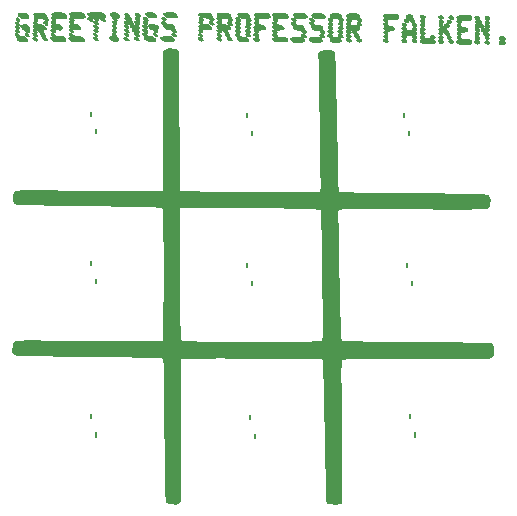
<source format=gto>
G04 #@! TF.GenerationSoftware,KiCad,Pcbnew,(5.0.2)-1*
G04 #@! TF.CreationDate,2019-01-19T12:13:54+11:00*
G04 #@! TF.ProjectId,WarGames_SAO,57617247-616d-4657-935f-53414f2e6b69,rev?*
G04 #@! TF.SameCoordinates,Original*
G04 #@! TF.FileFunction,Legend,Top*
G04 #@! TF.FilePolarity,Positive*
%FSLAX46Y46*%
G04 Gerber Fmt 4.6, Leading zero omitted, Abs format (unit mm)*
G04 Created by KiCad (PCBNEW (5.0.2)-1) date 19/01/2019 12:13:54*
%MOMM*%
%LPD*%
G01*
G04 APERTURE LIST*
%ADD10C,0.150000*%
%ADD11C,0.010000*%
G04 APERTURE END LIST*
D10*
G04 #@! TO.C,D1*
X115100000Y-50150000D02*
X115100000Y-49800000D01*
G04 #@! TO.C,D2*
X128300000Y-50250000D02*
X128300000Y-49900000D01*
G04 #@! TO.C,D3*
X115500000Y-51250000D02*
X115500000Y-51600000D01*
G04 #@! TO.C,D4*
X128700000Y-51450000D02*
X128700000Y-51800000D01*
G04 #@! TO.C,D5*
X141600000Y-50250000D02*
X141600000Y-49900000D01*
G04 #@! TO.C,D6*
X141900000Y-62950000D02*
X141900000Y-62600000D01*
G04 #@! TO.C,D7*
X142012500Y-51450000D02*
X142012500Y-51800000D01*
G04 #@! TO.C,D8*
X142300000Y-64150000D02*
X142300000Y-64500000D01*
G04 #@! TO.C,D9*
X128300000Y-62950000D02*
X128300000Y-62600000D01*
G04 #@! TO.C,D10*
X128700000Y-64150000D02*
X128700000Y-64500000D01*
G04 #@! TO.C,D11*
X115100000Y-62750000D02*
X115100000Y-62400000D01*
G04 #@! TO.C,D12*
X115500000Y-63950000D02*
X115500000Y-64300000D01*
G04 #@! TO.C,D13*
X115100000Y-75750000D02*
X115100000Y-75400000D01*
G04 #@! TO.C,D14*
X115500000Y-76950000D02*
X115500000Y-77300000D01*
G04 #@! TO.C,D15*
X128600000Y-75850000D02*
X128600000Y-75500000D01*
G04 #@! TO.C,D16*
X129000000Y-77050000D02*
X129000000Y-77400000D01*
G04 #@! TO.C,D17*
X142100000Y-75750000D02*
X142100000Y-75400000D01*
G04 #@! TO.C,D18*
X142500000Y-76950000D02*
X142500000Y-77300000D01*
D11*
G04 #@! TO.C,G\002A\002A\002A*
G36*
X122011853Y-44453352D02*
X122244155Y-44499702D01*
X122320940Y-44531272D01*
X122493575Y-44620545D01*
X122512667Y-50516147D01*
X122516798Y-51585400D01*
X122521929Y-52558550D01*
X122528014Y-53432184D01*
X122535006Y-54202888D01*
X122542859Y-54867249D01*
X122551527Y-55421854D01*
X122560962Y-55863291D01*
X122571118Y-56188145D01*
X122581948Y-56393004D01*
X122593407Y-56474455D01*
X122594017Y-56475250D01*
X122672285Y-56491942D01*
X122866646Y-56508128D01*
X123166196Y-56523720D01*
X123560028Y-56538629D01*
X124037239Y-56552767D01*
X124586921Y-56566046D01*
X125198170Y-56578377D01*
X125860081Y-56589673D01*
X126561748Y-56599844D01*
X127292265Y-56608804D01*
X128040727Y-56616463D01*
X128796229Y-56622733D01*
X129547865Y-56627526D01*
X130284730Y-56630754D01*
X130995918Y-56632329D01*
X131670524Y-56632162D01*
X132297643Y-56630165D01*
X132866369Y-56626250D01*
X133365797Y-56620329D01*
X133785021Y-56612312D01*
X134113136Y-56602113D01*
X134339236Y-56589643D01*
X134452417Y-56574813D01*
X134461000Y-56571277D01*
X134501936Y-56522512D01*
X134528300Y-56424799D01*
X134542084Y-56257430D01*
X134545280Y-55999695D01*
X134541858Y-55730874D01*
X134538648Y-55539910D01*
X134533911Y-55233937D01*
X134527819Y-54824937D01*
X134520540Y-54324889D01*
X134512246Y-53745775D01*
X134503108Y-53099575D01*
X134493296Y-52398269D01*
X134482980Y-51653838D01*
X134472330Y-50878262D01*
X134462212Y-50134738D01*
X134451248Y-49358052D01*
X134439889Y-48614092D01*
X134428348Y-47913257D01*
X134416835Y-47265944D01*
X134405561Y-46682553D01*
X134394738Y-46173483D01*
X134384575Y-45749131D01*
X134375285Y-45419898D01*
X134367077Y-45196181D01*
X134360164Y-45088379D01*
X134359764Y-45085627D01*
X134356597Y-44881558D01*
X134431574Y-44739926D01*
X134597189Y-44652285D01*
X134865937Y-44610188D01*
X135073156Y-44603315D01*
X135334307Y-44607979D01*
X135498304Y-44629209D01*
X135594528Y-44672712D01*
X135631933Y-44711851D01*
X135651216Y-44754330D01*
X135669031Y-44831585D01*
X135685642Y-44950790D01*
X135701315Y-45119120D01*
X135716315Y-45343749D01*
X135730909Y-45631853D01*
X135745361Y-45990605D01*
X135759937Y-46427181D01*
X135774903Y-46948754D01*
X135790524Y-47562500D01*
X135807066Y-48275593D01*
X135824794Y-49095208D01*
X135843973Y-50028520D01*
X135861663Y-50919000D01*
X135880715Y-51891062D01*
X135897472Y-52744008D01*
X135912237Y-53485692D01*
X135925311Y-54123971D01*
X135936998Y-54666702D01*
X135947599Y-55121740D01*
X135957416Y-55496941D01*
X135966753Y-55800162D01*
X135975910Y-56039259D01*
X135985191Y-56222088D01*
X135994897Y-56356506D01*
X136005331Y-56450367D01*
X136016794Y-56511529D01*
X136029590Y-56547848D01*
X136044021Y-56567179D01*
X136060387Y-56577380D01*
X136078993Y-56586306D01*
X136079699Y-56586697D01*
X136160209Y-56597516D01*
X136356163Y-56608606D01*
X136656008Y-56619710D01*
X137048189Y-56630570D01*
X137521151Y-56640928D01*
X138063341Y-56650527D01*
X138663203Y-56659109D01*
X139309184Y-56666417D01*
X139877186Y-56671369D01*
X140653381Y-56677613D01*
X141473515Y-56684903D01*
X142313755Y-56692985D01*
X143150265Y-56701603D01*
X143959210Y-56710502D01*
X144716758Y-56719427D01*
X145399073Y-56728123D01*
X145982321Y-56736334D01*
X146070846Y-56737677D01*
X146700002Y-56747548D01*
X147214586Y-56756469D01*
X147627014Y-56765255D01*
X147949703Y-56774721D01*
X148195067Y-56785680D01*
X148375524Y-56798947D01*
X148503488Y-56815336D01*
X148591377Y-56835661D01*
X148651605Y-56860737D01*
X148696590Y-56891378D01*
X148719908Y-56911412D01*
X148801967Y-56997007D01*
X148842294Y-57091391D01*
X148849152Y-57234246D01*
X148832228Y-57450667D01*
X148805989Y-57673342D01*
X148770106Y-57804721D01*
X148707385Y-57880281D01*
X148600628Y-57935500D01*
X148596364Y-57937298D01*
X148541508Y-57951408D01*
X148444109Y-57963603D01*
X148297303Y-57973934D01*
X148094225Y-57982453D01*
X147828009Y-57989208D01*
X147491791Y-57994252D01*
X147078705Y-57997635D01*
X146581886Y-57999407D01*
X145994470Y-57999619D01*
X145309591Y-57998321D01*
X144520385Y-57995565D01*
X143619985Y-57991401D01*
X142601528Y-57985879D01*
X142270158Y-57983955D01*
X141250183Y-57978036D01*
X140349618Y-57973076D01*
X139560875Y-57969171D01*
X138876366Y-57966417D01*
X138288504Y-57964909D01*
X137789701Y-57964745D01*
X137372371Y-57966019D01*
X137028925Y-57968828D01*
X136751776Y-57973268D01*
X136533336Y-57979435D01*
X136366018Y-57987425D01*
X136242235Y-57997334D01*
X136154398Y-58009258D01*
X136094921Y-58023292D01*
X136056215Y-58039534D01*
X136030694Y-58058079D01*
X136025599Y-58062971D01*
X135940269Y-58226378D01*
X135946394Y-58342647D01*
X135954809Y-58439891D01*
X135964094Y-58650008D01*
X135973906Y-58958877D01*
X135983906Y-59352377D01*
X135993751Y-59816386D01*
X136003100Y-60336784D01*
X136011611Y-60899449D01*
X136015617Y-61206000D01*
X136023819Y-61830758D01*
X136032957Y-62459305D01*
X136042664Y-63070649D01*
X136052574Y-63643799D01*
X136062321Y-64157764D01*
X136071537Y-64591554D01*
X136079856Y-64924177D01*
X136081606Y-64984250D01*
X136093257Y-65382196D01*
X136106906Y-65868792D01*
X136121515Y-66405727D01*
X136136044Y-66954686D01*
X136149455Y-67477356D01*
X136152221Y-67587750D01*
X136169254Y-68149098D01*
X136189357Y-68591995D01*
X136212380Y-68914228D01*
X136238168Y-69113584D01*
X136262225Y-69184849D01*
X136312571Y-69198147D01*
X136439599Y-69210534D01*
X136648028Y-69222095D01*
X136942581Y-69232919D01*
X137327979Y-69243092D01*
X137808942Y-69252700D01*
X138390193Y-69261831D01*
X139076452Y-69270572D01*
X139872441Y-69279008D01*
X140782881Y-69287228D01*
X141812493Y-69295318D01*
X142557250Y-69300611D01*
X143667921Y-69308660D01*
X144656633Y-69316779D01*
X145528422Y-69325063D01*
X146288330Y-69333603D01*
X146941395Y-69342495D01*
X147492657Y-69351830D01*
X147947155Y-69361701D01*
X148309928Y-69372203D01*
X148586015Y-69383428D01*
X148780456Y-69395468D01*
X148898291Y-69408419D01*
X148939000Y-69418579D01*
X149031929Y-69480722D01*
X149088069Y-69580584D01*
X149123048Y-69754155D01*
X149136922Y-69874317D01*
X149159363Y-70171059D01*
X149147501Y-70368631D01*
X149092143Y-70492356D01*
X148984099Y-70567558D01*
X148871714Y-70605019D01*
X148758356Y-70617699D01*
X148518609Y-70628830D01*
X148153073Y-70638406D01*
X147662350Y-70646421D01*
X147047040Y-70652870D01*
X146307745Y-70657748D01*
X145445066Y-70661049D01*
X144459603Y-70662768D01*
X143351959Y-70662900D01*
X142491118Y-70662026D01*
X141382549Y-70660897D01*
X140396495Y-70660892D01*
X139528475Y-70662057D01*
X138774010Y-70664437D01*
X138128619Y-70668077D01*
X137587821Y-70673022D01*
X137147136Y-70679317D01*
X136802084Y-70687007D01*
X136548184Y-70696137D01*
X136380955Y-70706752D01*
X136295918Y-70718897D01*
X136283704Y-70724395D01*
X136262862Y-70791476D01*
X136246906Y-70950317D01*
X136235686Y-71207319D01*
X136229053Y-71568881D01*
X136226860Y-72041404D01*
X136228956Y-72631286D01*
X136231543Y-72969422D01*
X136236682Y-73482545D01*
X136242673Y-73954705D01*
X136249229Y-74371031D01*
X136256063Y-74716649D01*
X136262888Y-74976689D01*
X136269419Y-75136278D01*
X136274152Y-75181506D01*
X136278500Y-75250153D01*
X136282835Y-75434705D01*
X136287068Y-75724069D01*
X136291110Y-76107149D01*
X136294871Y-76572851D01*
X136298262Y-77110081D01*
X136301193Y-77707744D01*
X136303575Y-78354745D01*
X136305318Y-79039991D01*
X136305335Y-79048522D01*
X136306507Y-79864732D01*
X136306440Y-80562542D01*
X136304962Y-81150548D01*
X136301903Y-81637346D01*
X136297092Y-82031531D01*
X136290360Y-82341698D01*
X136281535Y-82576444D01*
X136270447Y-82744364D01*
X136256926Y-82854053D01*
X136240801Y-82914108D01*
X136228325Y-82930940D01*
X136100880Y-82966986D01*
X135892251Y-82984222D01*
X135646039Y-82983833D01*
X135405842Y-82967004D01*
X135215263Y-82934920D01*
X135130489Y-82901105D01*
X135103265Y-82881838D01*
X135080117Y-82860442D01*
X135060541Y-82826961D01*
X135044028Y-82771438D01*
X135030071Y-82683917D01*
X135018165Y-82554443D01*
X135007803Y-82373057D01*
X134998477Y-82129804D01*
X134989680Y-81814728D01*
X134980907Y-81417873D01*
X134971650Y-80929281D01*
X134961402Y-80338997D01*
X134949656Y-79637065D01*
X134942516Y-79208250D01*
X134926247Y-78275569D01*
X134908884Y-77358082D01*
X134890670Y-76464532D01*
X134871849Y-75603663D01*
X134852665Y-74784218D01*
X134833360Y-74014942D01*
X134814179Y-73304577D01*
X134795364Y-72661868D01*
X134777159Y-72095559D01*
X134759807Y-71614393D01*
X134743552Y-71227113D01*
X134728638Y-70942465D01*
X134715307Y-70769190D01*
X134706108Y-70716882D01*
X134699079Y-70702855D01*
X134691670Y-70690381D01*
X134676794Y-70679353D01*
X134647360Y-70669664D01*
X134596282Y-70661208D01*
X134516470Y-70653877D01*
X134400836Y-70647565D01*
X134242291Y-70642164D01*
X134033748Y-70637569D01*
X133768117Y-70633671D01*
X133438311Y-70630365D01*
X133037240Y-70627543D01*
X132557816Y-70625099D01*
X131992951Y-70622925D01*
X131335557Y-70620915D01*
X130578544Y-70618963D01*
X129714825Y-70616960D01*
X128737311Y-70614800D01*
X127797006Y-70612729D01*
X126845570Y-70610972D01*
X126013818Y-70610274D01*
X125294436Y-70610734D01*
X124680111Y-70612455D01*
X124163532Y-70615538D01*
X123737384Y-70620084D01*
X123394356Y-70626193D01*
X123127133Y-70633968D01*
X122928404Y-70643508D01*
X122790855Y-70654916D01*
X122707173Y-70668293D01*
X122670136Y-70683649D01*
X122632213Y-70754516D01*
X122616502Y-70883951D01*
X122622114Y-71095176D01*
X122644022Y-71367513D01*
X122665597Y-71632080D01*
X122677447Y-71847422D01*
X122678205Y-71983393D01*
X122673312Y-72013569D01*
X122668647Y-72083464D01*
X122664677Y-72268994D01*
X122661444Y-72558798D01*
X122658990Y-72941513D01*
X122657359Y-73405776D01*
X122656591Y-73940224D01*
X122656730Y-74533496D01*
X122657818Y-75174228D01*
X122659452Y-75728319D01*
X122662559Y-76627308D01*
X122665139Y-77410423D01*
X122667183Y-78088787D01*
X122668683Y-78673526D01*
X122669630Y-79175765D01*
X122670014Y-79606626D01*
X122669826Y-79977236D01*
X122669057Y-80298718D01*
X122667698Y-80582197D01*
X122665740Y-80838798D01*
X122663174Y-81079645D01*
X122659990Y-81315862D01*
X122656179Y-81558574D01*
X122654596Y-81653000D01*
X122652106Y-81977675D01*
X122655554Y-82262115D01*
X122664208Y-82479324D01*
X122677336Y-82602308D01*
X122680629Y-82613729D01*
X122665504Y-82727946D01*
X122560681Y-82843665D01*
X122400621Y-82935676D01*
X122219785Y-82978769D01*
X122181061Y-82979197D01*
X121980054Y-82961445D01*
X121756679Y-82928048D01*
X121738511Y-82924618D01*
X121568666Y-82875099D01*
X121456650Y-82812087D01*
X121444547Y-82797694D01*
X121434434Y-82718909D01*
X121423829Y-82517010D01*
X121412793Y-82195880D01*
X121401387Y-81759405D01*
X121389673Y-81211468D01*
X121377710Y-80555954D01*
X121365560Y-79796748D01*
X121353284Y-78937733D01*
X121340943Y-77982794D01*
X121328597Y-76935816D01*
X121316307Y-75800682D01*
X121304134Y-74581277D01*
X121292140Y-73281486D01*
X121288023Y-72811532D01*
X121280373Y-72151630D01*
X121269832Y-71615487D01*
X121256265Y-71199892D01*
X121239542Y-70901635D01*
X121219529Y-70717504D01*
X121198664Y-70646792D01*
X121171971Y-70631701D01*
X121113971Y-70617688D01*
X121018758Y-70604617D01*
X120880429Y-70592355D01*
X120693076Y-70580769D01*
X120450796Y-70569723D01*
X120147682Y-70559085D01*
X119777830Y-70548719D01*
X119335334Y-70538492D01*
X118814290Y-70528269D01*
X118208790Y-70517918D01*
X117512932Y-70507303D01*
X116720808Y-70496290D01*
X115826514Y-70484746D01*
X114824145Y-70472537D01*
X113707796Y-70459528D01*
X112471560Y-70445585D01*
X112204250Y-70442615D01*
X111578115Y-70435087D01*
X110983295Y-70426806D01*
X110433348Y-70418041D01*
X109941834Y-70409059D01*
X109522314Y-70400129D01*
X109188347Y-70391517D01*
X108953493Y-70383493D01*
X108831313Y-70376323D01*
X108828067Y-70375951D01*
X108627476Y-70337039D01*
X108506970Y-70263485D01*
X108452744Y-70130629D01*
X108450992Y-69913810D01*
X108469177Y-69734884D01*
X108500002Y-69505378D01*
X108535210Y-69369087D01*
X108592580Y-69292938D01*
X108689891Y-69243855D01*
X108743500Y-69224560D01*
X108846094Y-69202137D01*
X109016005Y-69185302D01*
X109263424Y-69173845D01*
X109598540Y-69167562D01*
X110031545Y-69166244D01*
X110572627Y-69169684D01*
X111124750Y-69176191D01*
X111845118Y-69185185D01*
X112600638Y-69193166D01*
X113381045Y-69200124D01*
X114176077Y-69206048D01*
X114975470Y-69210928D01*
X115768960Y-69214753D01*
X116546284Y-69217515D01*
X117297179Y-69219202D01*
X118011380Y-69219804D01*
X118678626Y-69219311D01*
X119288651Y-69217714D01*
X119831193Y-69215001D01*
X120295989Y-69211163D01*
X120672774Y-69206189D01*
X120951285Y-69200070D01*
X121121260Y-69192795D01*
X121172172Y-69186150D01*
X121186292Y-69150949D01*
X121198699Y-69059714D01*
X121209478Y-68906067D01*
X121218713Y-68683630D01*
X121226488Y-68386026D01*
X121232889Y-68006875D01*
X121238000Y-67539801D01*
X121241904Y-66978426D01*
X121244687Y-66316371D01*
X121246433Y-65547258D01*
X121247225Y-64664710D01*
X121247150Y-63662349D01*
X121247083Y-63526754D01*
X121244103Y-57975351D01*
X122516678Y-57975351D01*
X122554918Y-63448300D01*
X122560991Y-64273602D01*
X122567404Y-65064233D01*
X122574046Y-65810730D01*
X122580806Y-66503632D01*
X122587572Y-67133474D01*
X122594231Y-67690796D01*
X122600674Y-68166133D01*
X122606788Y-68550024D01*
X122612462Y-68833007D01*
X122617583Y-69005617D01*
X122621026Y-69057102D01*
X122699411Y-69178638D01*
X122792322Y-69228121D01*
X122879353Y-69234291D01*
X123082340Y-69240289D01*
X123390241Y-69246009D01*
X123792011Y-69251345D01*
X124276607Y-69256193D01*
X124832986Y-69260446D01*
X125450104Y-69263998D01*
X126116918Y-69266744D01*
X126822383Y-69268578D01*
X127060027Y-69268962D01*
X127771580Y-69270246D01*
X128444890Y-69272051D01*
X129069336Y-69274311D01*
X129634301Y-69276959D01*
X130129167Y-69279928D01*
X130543315Y-69283152D01*
X130866126Y-69286565D01*
X131086984Y-69290099D01*
X131195268Y-69293688D01*
X131204643Y-69294977D01*
X131276334Y-69303986D01*
X131454688Y-69308148D01*
X131719484Y-69308021D01*
X132050500Y-69304163D01*
X132427515Y-69297131D01*
X132830306Y-69287484D01*
X133238654Y-69275779D01*
X133632335Y-69262574D01*
X133991128Y-69248426D01*
X134294812Y-69233895D01*
X134523166Y-69219537D01*
X134655967Y-69205910D01*
X134680793Y-69199086D01*
X134697631Y-69118147D01*
X134710204Y-68911780D01*
X134718520Y-68581486D01*
X134722592Y-68128763D01*
X134722429Y-67555111D01*
X134718041Y-66862032D01*
X134709438Y-66051024D01*
X134696631Y-65123588D01*
X134679630Y-64081223D01*
X134658446Y-62925430D01*
X134633087Y-61657709D01*
X134627634Y-61396500D01*
X134556250Y-57999250D01*
X133762500Y-57959502D01*
X133572701Y-57952593D01*
X133267490Y-57944823D01*
X132858449Y-57936369D01*
X132357162Y-57927403D01*
X131775212Y-57918101D01*
X131124183Y-57908637D01*
X130415656Y-57899186D01*
X129661216Y-57889922D01*
X128872446Y-57881019D01*
X128060928Y-57872653D01*
X127885841Y-57870954D01*
X126912274Y-57862036D01*
X126058932Y-57855198D01*
X125319058Y-57850477D01*
X124685892Y-57847907D01*
X124152677Y-57847526D01*
X123712655Y-57849369D01*
X123359067Y-57853472D01*
X123085156Y-57859871D01*
X122884162Y-57868601D01*
X122749328Y-57879700D01*
X122673896Y-57893202D01*
X122659805Y-57898752D01*
X122516678Y-57975351D01*
X121244103Y-57975351D01*
X121244070Y-57915709D01*
X121073910Y-57852127D01*
X120981671Y-57840645D01*
X120767976Y-57828449D01*
X120438364Y-57815663D01*
X119998375Y-57802410D01*
X119453549Y-57788812D01*
X118809428Y-57774993D01*
X118071551Y-57761077D01*
X117245458Y-57747186D01*
X116336690Y-57733444D01*
X115350787Y-57719974D01*
X114839500Y-57713489D01*
X113805148Y-57700452D01*
X112890571Y-57688357D01*
X112088547Y-57677010D01*
X111391855Y-57666214D01*
X110793273Y-57655774D01*
X110285582Y-57645497D01*
X109861560Y-57635185D01*
X109513985Y-57624645D01*
X109235638Y-57613680D01*
X109019297Y-57602096D01*
X108857741Y-57589698D01*
X108743749Y-57576291D01*
X108670100Y-57561679D01*
X108629574Y-57545667D01*
X108629549Y-57545651D01*
X108551420Y-57483046D01*
X108510012Y-57398390D01*
X108496695Y-57256593D01*
X108502549Y-57029177D01*
X108517904Y-56796571D01*
X108546388Y-56656350D01*
X108600074Y-56573904D01*
X108680000Y-56520449D01*
X108735157Y-56501900D01*
X108831237Y-56486653D01*
X108977504Y-56474584D01*
X109183223Y-56465573D01*
X109457657Y-56459498D01*
X109810072Y-56456238D01*
X110249732Y-56455671D01*
X110785900Y-56457675D01*
X111427842Y-56462129D01*
X112184822Y-56468911D01*
X112426500Y-56471290D01*
X113579777Y-56482326D01*
X114673553Y-56491806D01*
X115702187Y-56499715D01*
X116660035Y-56506043D01*
X117541455Y-56510777D01*
X118340803Y-56513905D01*
X119052438Y-56515414D01*
X119670716Y-56515292D01*
X120189995Y-56513528D01*
X120604632Y-56510109D01*
X120908984Y-56505023D01*
X121097409Y-56498257D01*
X121163997Y-56490168D01*
X121168892Y-56423096D01*
X121173440Y-56237907D01*
X121177602Y-55943485D01*
X121181335Y-55548712D01*
X121184598Y-55062472D01*
X121187349Y-54493648D01*
X121189546Y-53851122D01*
X121191149Y-53143779D01*
X121192116Y-52380500D01*
X121192404Y-51570169D01*
X121191973Y-50721670D01*
X121191798Y-50549257D01*
X121185303Y-44642640D01*
X121328531Y-44542320D01*
X121502901Y-44475230D01*
X121747722Y-44445385D01*
X122011853Y-44453352D01*
X122011853Y-44453352D01*
G37*
X122011853Y-44453352D02*
X122244155Y-44499702D01*
X122320940Y-44531272D01*
X122493575Y-44620545D01*
X122512667Y-50516147D01*
X122516798Y-51585400D01*
X122521929Y-52558550D01*
X122528014Y-53432184D01*
X122535006Y-54202888D01*
X122542859Y-54867249D01*
X122551527Y-55421854D01*
X122560962Y-55863291D01*
X122571118Y-56188145D01*
X122581948Y-56393004D01*
X122593407Y-56474455D01*
X122594017Y-56475250D01*
X122672285Y-56491942D01*
X122866646Y-56508128D01*
X123166196Y-56523720D01*
X123560028Y-56538629D01*
X124037239Y-56552767D01*
X124586921Y-56566046D01*
X125198170Y-56578377D01*
X125860081Y-56589673D01*
X126561748Y-56599844D01*
X127292265Y-56608804D01*
X128040727Y-56616463D01*
X128796229Y-56622733D01*
X129547865Y-56627526D01*
X130284730Y-56630754D01*
X130995918Y-56632329D01*
X131670524Y-56632162D01*
X132297643Y-56630165D01*
X132866369Y-56626250D01*
X133365797Y-56620329D01*
X133785021Y-56612312D01*
X134113136Y-56602113D01*
X134339236Y-56589643D01*
X134452417Y-56574813D01*
X134461000Y-56571277D01*
X134501936Y-56522512D01*
X134528300Y-56424799D01*
X134542084Y-56257430D01*
X134545280Y-55999695D01*
X134541858Y-55730874D01*
X134538648Y-55539910D01*
X134533911Y-55233937D01*
X134527819Y-54824937D01*
X134520540Y-54324889D01*
X134512246Y-53745775D01*
X134503108Y-53099575D01*
X134493296Y-52398269D01*
X134482980Y-51653838D01*
X134472330Y-50878262D01*
X134462212Y-50134738D01*
X134451248Y-49358052D01*
X134439889Y-48614092D01*
X134428348Y-47913257D01*
X134416835Y-47265944D01*
X134405561Y-46682553D01*
X134394738Y-46173483D01*
X134384575Y-45749131D01*
X134375285Y-45419898D01*
X134367077Y-45196181D01*
X134360164Y-45088379D01*
X134359764Y-45085627D01*
X134356597Y-44881558D01*
X134431574Y-44739926D01*
X134597189Y-44652285D01*
X134865937Y-44610188D01*
X135073156Y-44603315D01*
X135334307Y-44607979D01*
X135498304Y-44629209D01*
X135594528Y-44672712D01*
X135631933Y-44711851D01*
X135651216Y-44754330D01*
X135669031Y-44831585D01*
X135685642Y-44950790D01*
X135701315Y-45119120D01*
X135716315Y-45343749D01*
X135730909Y-45631853D01*
X135745361Y-45990605D01*
X135759937Y-46427181D01*
X135774903Y-46948754D01*
X135790524Y-47562500D01*
X135807066Y-48275593D01*
X135824794Y-49095208D01*
X135843973Y-50028520D01*
X135861663Y-50919000D01*
X135880715Y-51891062D01*
X135897472Y-52744008D01*
X135912237Y-53485692D01*
X135925311Y-54123971D01*
X135936998Y-54666702D01*
X135947599Y-55121740D01*
X135957416Y-55496941D01*
X135966753Y-55800162D01*
X135975910Y-56039259D01*
X135985191Y-56222088D01*
X135994897Y-56356506D01*
X136005331Y-56450367D01*
X136016794Y-56511529D01*
X136029590Y-56547848D01*
X136044021Y-56567179D01*
X136060387Y-56577380D01*
X136078993Y-56586306D01*
X136079699Y-56586697D01*
X136160209Y-56597516D01*
X136356163Y-56608606D01*
X136656008Y-56619710D01*
X137048189Y-56630570D01*
X137521151Y-56640928D01*
X138063341Y-56650527D01*
X138663203Y-56659109D01*
X139309184Y-56666417D01*
X139877186Y-56671369D01*
X140653381Y-56677613D01*
X141473515Y-56684903D01*
X142313755Y-56692985D01*
X143150265Y-56701603D01*
X143959210Y-56710502D01*
X144716758Y-56719427D01*
X145399073Y-56728123D01*
X145982321Y-56736334D01*
X146070846Y-56737677D01*
X146700002Y-56747548D01*
X147214586Y-56756469D01*
X147627014Y-56765255D01*
X147949703Y-56774721D01*
X148195067Y-56785680D01*
X148375524Y-56798947D01*
X148503488Y-56815336D01*
X148591377Y-56835661D01*
X148651605Y-56860737D01*
X148696590Y-56891378D01*
X148719908Y-56911412D01*
X148801967Y-56997007D01*
X148842294Y-57091391D01*
X148849152Y-57234246D01*
X148832228Y-57450667D01*
X148805989Y-57673342D01*
X148770106Y-57804721D01*
X148707385Y-57880281D01*
X148600628Y-57935500D01*
X148596364Y-57937298D01*
X148541508Y-57951408D01*
X148444109Y-57963603D01*
X148297303Y-57973934D01*
X148094225Y-57982453D01*
X147828009Y-57989208D01*
X147491791Y-57994252D01*
X147078705Y-57997635D01*
X146581886Y-57999407D01*
X145994470Y-57999619D01*
X145309591Y-57998321D01*
X144520385Y-57995565D01*
X143619985Y-57991401D01*
X142601528Y-57985879D01*
X142270158Y-57983955D01*
X141250183Y-57978036D01*
X140349618Y-57973076D01*
X139560875Y-57969171D01*
X138876366Y-57966417D01*
X138288504Y-57964909D01*
X137789701Y-57964745D01*
X137372371Y-57966019D01*
X137028925Y-57968828D01*
X136751776Y-57973268D01*
X136533336Y-57979435D01*
X136366018Y-57987425D01*
X136242235Y-57997334D01*
X136154398Y-58009258D01*
X136094921Y-58023292D01*
X136056215Y-58039534D01*
X136030694Y-58058079D01*
X136025599Y-58062971D01*
X135940269Y-58226378D01*
X135946394Y-58342647D01*
X135954809Y-58439891D01*
X135964094Y-58650008D01*
X135973906Y-58958877D01*
X135983906Y-59352377D01*
X135993751Y-59816386D01*
X136003100Y-60336784D01*
X136011611Y-60899449D01*
X136015617Y-61206000D01*
X136023819Y-61830758D01*
X136032957Y-62459305D01*
X136042664Y-63070649D01*
X136052574Y-63643799D01*
X136062321Y-64157764D01*
X136071537Y-64591554D01*
X136079856Y-64924177D01*
X136081606Y-64984250D01*
X136093257Y-65382196D01*
X136106906Y-65868792D01*
X136121515Y-66405727D01*
X136136044Y-66954686D01*
X136149455Y-67477356D01*
X136152221Y-67587750D01*
X136169254Y-68149098D01*
X136189357Y-68591995D01*
X136212380Y-68914228D01*
X136238168Y-69113584D01*
X136262225Y-69184849D01*
X136312571Y-69198147D01*
X136439599Y-69210534D01*
X136648028Y-69222095D01*
X136942581Y-69232919D01*
X137327979Y-69243092D01*
X137808942Y-69252700D01*
X138390193Y-69261831D01*
X139076452Y-69270572D01*
X139872441Y-69279008D01*
X140782881Y-69287228D01*
X141812493Y-69295318D01*
X142557250Y-69300611D01*
X143667921Y-69308660D01*
X144656633Y-69316779D01*
X145528422Y-69325063D01*
X146288330Y-69333603D01*
X146941395Y-69342495D01*
X147492657Y-69351830D01*
X147947155Y-69361701D01*
X148309928Y-69372203D01*
X148586015Y-69383428D01*
X148780456Y-69395468D01*
X148898291Y-69408419D01*
X148939000Y-69418579D01*
X149031929Y-69480722D01*
X149088069Y-69580584D01*
X149123048Y-69754155D01*
X149136922Y-69874317D01*
X149159363Y-70171059D01*
X149147501Y-70368631D01*
X149092143Y-70492356D01*
X148984099Y-70567558D01*
X148871714Y-70605019D01*
X148758356Y-70617699D01*
X148518609Y-70628830D01*
X148153073Y-70638406D01*
X147662350Y-70646421D01*
X147047040Y-70652870D01*
X146307745Y-70657748D01*
X145445066Y-70661049D01*
X144459603Y-70662768D01*
X143351959Y-70662900D01*
X142491118Y-70662026D01*
X141382549Y-70660897D01*
X140396495Y-70660892D01*
X139528475Y-70662057D01*
X138774010Y-70664437D01*
X138128619Y-70668077D01*
X137587821Y-70673022D01*
X137147136Y-70679317D01*
X136802084Y-70687007D01*
X136548184Y-70696137D01*
X136380955Y-70706752D01*
X136295918Y-70718897D01*
X136283704Y-70724395D01*
X136262862Y-70791476D01*
X136246906Y-70950317D01*
X136235686Y-71207319D01*
X136229053Y-71568881D01*
X136226860Y-72041404D01*
X136228956Y-72631286D01*
X136231543Y-72969422D01*
X136236682Y-73482545D01*
X136242673Y-73954705D01*
X136249229Y-74371031D01*
X136256063Y-74716649D01*
X136262888Y-74976689D01*
X136269419Y-75136278D01*
X136274152Y-75181506D01*
X136278500Y-75250153D01*
X136282835Y-75434705D01*
X136287068Y-75724069D01*
X136291110Y-76107149D01*
X136294871Y-76572851D01*
X136298262Y-77110081D01*
X136301193Y-77707744D01*
X136303575Y-78354745D01*
X136305318Y-79039991D01*
X136305335Y-79048522D01*
X136306507Y-79864732D01*
X136306440Y-80562542D01*
X136304962Y-81150548D01*
X136301903Y-81637346D01*
X136297092Y-82031531D01*
X136290360Y-82341698D01*
X136281535Y-82576444D01*
X136270447Y-82744364D01*
X136256926Y-82854053D01*
X136240801Y-82914108D01*
X136228325Y-82930940D01*
X136100880Y-82966986D01*
X135892251Y-82984222D01*
X135646039Y-82983833D01*
X135405842Y-82967004D01*
X135215263Y-82934920D01*
X135130489Y-82901105D01*
X135103265Y-82881838D01*
X135080117Y-82860442D01*
X135060541Y-82826961D01*
X135044028Y-82771438D01*
X135030071Y-82683917D01*
X135018165Y-82554443D01*
X135007803Y-82373057D01*
X134998477Y-82129804D01*
X134989680Y-81814728D01*
X134980907Y-81417873D01*
X134971650Y-80929281D01*
X134961402Y-80338997D01*
X134949656Y-79637065D01*
X134942516Y-79208250D01*
X134926247Y-78275569D01*
X134908884Y-77358082D01*
X134890670Y-76464532D01*
X134871849Y-75603663D01*
X134852665Y-74784218D01*
X134833360Y-74014942D01*
X134814179Y-73304577D01*
X134795364Y-72661868D01*
X134777159Y-72095559D01*
X134759807Y-71614393D01*
X134743552Y-71227113D01*
X134728638Y-70942465D01*
X134715307Y-70769190D01*
X134706108Y-70716882D01*
X134699079Y-70702855D01*
X134691670Y-70690381D01*
X134676794Y-70679353D01*
X134647360Y-70669664D01*
X134596282Y-70661208D01*
X134516470Y-70653877D01*
X134400836Y-70647565D01*
X134242291Y-70642164D01*
X134033748Y-70637569D01*
X133768117Y-70633671D01*
X133438311Y-70630365D01*
X133037240Y-70627543D01*
X132557816Y-70625099D01*
X131992951Y-70622925D01*
X131335557Y-70620915D01*
X130578544Y-70618963D01*
X129714825Y-70616960D01*
X128737311Y-70614800D01*
X127797006Y-70612729D01*
X126845570Y-70610972D01*
X126013818Y-70610274D01*
X125294436Y-70610734D01*
X124680111Y-70612455D01*
X124163532Y-70615538D01*
X123737384Y-70620084D01*
X123394356Y-70626193D01*
X123127133Y-70633968D01*
X122928404Y-70643508D01*
X122790855Y-70654916D01*
X122707173Y-70668293D01*
X122670136Y-70683649D01*
X122632213Y-70754516D01*
X122616502Y-70883951D01*
X122622114Y-71095176D01*
X122644022Y-71367513D01*
X122665597Y-71632080D01*
X122677447Y-71847422D01*
X122678205Y-71983393D01*
X122673312Y-72013569D01*
X122668647Y-72083464D01*
X122664677Y-72268994D01*
X122661444Y-72558798D01*
X122658990Y-72941513D01*
X122657359Y-73405776D01*
X122656591Y-73940224D01*
X122656730Y-74533496D01*
X122657818Y-75174228D01*
X122659452Y-75728319D01*
X122662559Y-76627308D01*
X122665139Y-77410423D01*
X122667183Y-78088787D01*
X122668683Y-78673526D01*
X122669630Y-79175765D01*
X122670014Y-79606626D01*
X122669826Y-79977236D01*
X122669057Y-80298718D01*
X122667698Y-80582197D01*
X122665740Y-80838798D01*
X122663174Y-81079645D01*
X122659990Y-81315862D01*
X122656179Y-81558574D01*
X122654596Y-81653000D01*
X122652106Y-81977675D01*
X122655554Y-82262115D01*
X122664208Y-82479324D01*
X122677336Y-82602308D01*
X122680629Y-82613729D01*
X122665504Y-82727946D01*
X122560681Y-82843665D01*
X122400621Y-82935676D01*
X122219785Y-82978769D01*
X122181061Y-82979197D01*
X121980054Y-82961445D01*
X121756679Y-82928048D01*
X121738511Y-82924618D01*
X121568666Y-82875099D01*
X121456650Y-82812087D01*
X121444547Y-82797694D01*
X121434434Y-82718909D01*
X121423829Y-82517010D01*
X121412793Y-82195880D01*
X121401387Y-81759405D01*
X121389673Y-81211468D01*
X121377710Y-80555954D01*
X121365560Y-79796748D01*
X121353284Y-78937733D01*
X121340943Y-77982794D01*
X121328597Y-76935816D01*
X121316307Y-75800682D01*
X121304134Y-74581277D01*
X121292140Y-73281486D01*
X121288023Y-72811532D01*
X121280373Y-72151630D01*
X121269832Y-71615487D01*
X121256265Y-71199892D01*
X121239542Y-70901635D01*
X121219529Y-70717504D01*
X121198664Y-70646792D01*
X121171971Y-70631701D01*
X121113971Y-70617688D01*
X121018758Y-70604617D01*
X120880429Y-70592355D01*
X120693076Y-70580769D01*
X120450796Y-70569723D01*
X120147682Y-70559085D01*
X119777830Y-70548719D01*
X119335334Y-70538492D01*
X118814290Y-70528269D01*
X118208790Y-70517918D01*
X117512932Y-70507303D01*
X116720808Y-70496290D01*
X115826514Y-70484746D01*
X114824145Y-70472537D01*
X113707796Y-70459528D01*
X112471560Y-70445585D01*
X112204250Y-70442615D01*
X111578115Y-70435087D01*
X110983295Y-70426806D01*
X110433348Y-70418041D01*
X109941834Y-70409059D01*
X109522314Y-70400129D01*
X109188347Y-70391517D01*
X108953493Y-70383493D01*
X108831313Y-70376323D01*
X108828067Y-70375951D01*
X108627476Y-70337039D01*
X108506970Y-70263485D01*
X108452744Y-70130629D01*
X108450992Y-69913810D01*
X108469177Y-69734884D01*
X108500002Y-69505378D01*
X108535210Y-69369087D01*
X108592580Y-69292938D01*
X108689891Y-69243855D01*
X108743500Y-69224560D01*
X108846094Y-69202137D01*
X109016005Y-69185302D01*
X109263424Y-69173845D01*
X109598540Y-69167562D01*
X110031545Y-69166244D01*
X110572627Y-69169684D01*
X111124750Y-69176191D01*
X111845118Y-69185185D01*
X112600638Y-69193166D01*
X113381045Y-69200124D01*
X114176077Y-69206048D01*
X114975470Y-69210928D01*
X115768960Y-69214753D01*
X116546284Y-69217515D01*
X117297179Y-69219202D01*
X118011380Y-69219804D01*
X118678626Y-69219311D01*
X119288651Y-69217714D01*
X119831193Y-69215001D01*
X120295989Y-69211163D01*
X120672774Y-69206189D01*
X120951285Y-69200070D01*
X121121260Y-69192795D01*
X121172172Y-69186150D01*
X121186292Y-69150949D01*
X121198699Y-69059714D01*
X121209478Y-68906067D01*
X121218713Y-68683630D01*
X121226488Y-68386026D01*
X121232889Y-68006875D01*
X121238000Y-67539801D01*
X121241904Y-66978426D01*
X121244687Y-66316371D01*
X121246433Y-65547258D01*
X121247225Y-64664710D01*
X121247150Y-63662349D01*
X121247083Y-63526754D01*
X121244103Y-57975351D01*
X122516678Y-57975351D01*
X122554918Y-63448300D01*
X122560991Y-64273602D01*
X122567404Y-65064233D01*
X122574046Y-65810730D01*
X122580806Y-66503632D01*
X122587572Y-67133474D01*
X122594231Y-67690796D01*
X122600674Y-68166133D01*
X122606788Y-68550024D01*
X122612462Y-68833007D01*
X122617583Y-69005617D01*
X122621026Y-69057102D01*
X122699411Y-69178638D01*
X122792322Y-69228121D01*
X122879353Y-69234291D01*
X123082340Y-69240289D01*
X123390241Y-69246009D01*
X123792011Y-69251345D01*
X124276607Y-69256193D01*
X124832986Y-69260446D01*
X125450104Y-69263998D01*
X126116918Y-69266744D01*
X126822383Y-69268578D01*
X127060027Y-69268962D01*
X127771580Y-69270246D01*
X128444890Y-69272051D01*
X129069336Y-69274311D01*
X129634301Y-69276959D01*
X130129167Y-69279928D01*
X130543315Y-69283152D01*
X130866126Y-69286565D01*
X131086984Y-69290099D01*
X131195268Y-69293688D01*
X131204643Y-69294977D01*
X131276334Y-69303986D01*
X131454688Y-69308148D01*
X131719484Y-69308021D01*
X132050500Y-69304163D01*
X132427515Y-69297131D01*
X132830306Y-69287484D01*
X133238654Y-69275779D01*
X133632335Y-69262574D01*
X133991128Y-69248426D01*
X134294812Y-69233895D01*
X134523166Y-69219537D01*
X134655967Y-69205910D01*
X134680793Y-69199086D01*
X134697631Y-69118147D01*
X134710204Y-68911780D01*
X134718520Y-68581486D01*
X134722592Y-68128763D01*
X134722429Y-67555111D01*
X134718041Y-66862032D01*
X134709438Y-66051024D01*
X134696631Y-65123588D01*
X134679630Y-64081223D01*
X134658446Y-62925430D01*
X134633087Y-61657709D01*
X134627634Y-61396500D01*
X134556250Y-57999250D01*
X133762500Y-57959502D01*
X133572701Y-57952593D01*
X133267490Y-57944823D01*
X132858449Y-57936369D01*
X132357162Y-57927403D01*
X131775212Y-57918101D01*
X131124183Y-57908637D01*
X130415656Y-57899186D01*
X129661216Y-57889922D01*
X128872446Y-57881019D01*
X128060928Y-57872653D01*
X127885841Y-57870954D01*
X126912274Y-57862036D01*
X126058932Y-57855198D01*
X125319058Y-57850477D01*
X124685892Y-57847907D01*
X124152677Y-57847526D01*
X123712655Y-57849369D01*
X123359067Y-57853472D01*
X123085156Y-57859871D01*
X122884162Y-57868601D01*
X122749328Y-57879700D01*
X122673896Y-57893202D01*
X122659805Y-57898752D01*
X122516678Y-57975351D01*
X121244103Y-57975351D01*
X121244070Y-57915709D01*
X121073910Y-57852127D01*
X120981671Y-57840645D01*
X120767976Y-57828449D01*
X120438364Y-57815663D01*
X119998375Y-57802410D01*
X119453549Y-57788812D01*
X118809428Y-57774993D01*
X118071551Y-57761077D01*
X117245458Y-57747186D01*
X116336690Y-57733444D01*
X115350787Y-57719974D01*
X114839500Y-57713489D01*
X113805148Y-57700452D01*
X112890571Y-57688357D01*
X112088547Y-57677010D01*
X111391855Y-57666214D01*
X110793273Y-57655774D01*
X110285582Y-57645497D01*
X109861560Y-57635185D01*
X109513985Y-57624645D01*
X109235638Y-57613680D01*
X109019297Y-57602096D01*
X108857741Y-57589698D01*
X108743749Y-57576291D01*
X108670100Y-57561679D01*
X108629574Y-57545667D01*
X108629549Y-57545651D01*
X108551420Y-57483046D01*
X108510012Y-57398390D01*
X108496695Y-57256593D01*
X108502549Y-57029177D01*
X108517904Y-56796571D01*
X108546388Y-56656350D01*
X108600074Y-56573904D01*
X108680000Y-56520449D01*
X108735157Y-56501900D01*
X108831237Y-56486653D01*
X108977504Y-56474584D01*
X109183223Y-56465573D01*
X109457657Y-56459498D01*
X109810072Y-56456238D01*
X110249732Y-56455671D01*
X110785900Y-56457675D01*
X111427842Y-56462129D01*
X112184822Y-56468911D01*
X112426500Y-56471290D01*
X113579777Y-56482326D01*
X114673553Y-56491806D01*
X115702187Y-56499715D01*
X116660035Y-56506043D01*
X117541455Y-56510777D01*
X118340803Y-56513905D01*
X119052438Y-56515414D01*
X119670716Y-56515292D01*
X120189995Y-56513528D01*
X120604632Y-56510109D01*
X120908984Y-56505023D01*
X121097409Y-56498257D01*
X121163997Y-56490168D01*
X121168892Y-56423096D01*
X121173440Y-56237907D01*
X121177602Y-55943485D01*
X121181335Y-55548712D01*
X121184598Y-55062472D01*
X121187349Y-54493648D01*
X121189546Y-53851122D01*
X121191149Y-53143779D01*
X121192116Y-52380500D01*
X121192404Y-51570169D01*
X121191973Y-50721670D01*
X121191798Y-50549257D01*
X121185303Y-44642640D01*
X121328531Y-44542320D01*
X121502901Y-44475230D01*
X121747722Y-44445385D01*
X122011853Y-44453352D01*
G36*
X122023641Y-41389042D02*
X122137819Y-41415598D01*
X122224252Y-41461216D01*
X122292197Y-41528858D01*
X122334488Y-41592211D01*
X122376604Y-41668002D01*
X122391225Y-41713057D01*
X122380986Y-41744370D01*
X122361477Y-41766178D01*
X122309006Y-41789864D01*
X122213680Y-41807499D01*
X122088794Y-41818792D01*
X121947642Y-41823448D01*
X121803519Y-41821174D01*
X121669719Y-41811678D01*
X121559538Y-41794666D01*
X121521866Y-41784692D01*
X121429838Y-41741358D01*
X121339788Y-41676295D01*
X121265772Y-41602428D01*
X121221845Y-41532682D01*
X121215556Y-41503011D01*
X121233486Y-41460100D01*
X121290374Y-41427492D01*
X121390866Y-41403954D01*
X121539609Y-41388258D01*
X121675019Y-41381273D01*
X121872460Y-41378587D01*
X122023641Y-41389042D01*
X122023641Y-41389042D01*
G37*
X122023641Y-41389042D02*
X122137819Y-41415598D01*
X122224252Y-41461216D01*
X122292197Y-41528858D01*
X122334488Y-41592211D01*
X122376604Y-41668002D01*
X122391225Y-41713057D01*
X122380986Y-41744370D01*
X122361477Y-41766178D01*
X122309006Y-41789864D01*
X122213680Y-41807499D01*
X122088794Y-41818792D01*
X121947642Y-41823448D01*
X121803519Y-41821174D01*
X121669719Y-41811678D01*
X121559538Y-41794666D01*
X121521866Y-41784692D01*
X121429838Y-41741358D01*
X121339788Y-41676295D01*
X121265772Y-41602428D01*
X121221845Y-41532682D01*
X121215556Y-41503011D01*
X121233486Y-41460100D01*
X121290374Y-41427492D01*
X121390866Y-41403954D01*
X121539609Y-41388258D01*
X121675019Y-41381273D01*
X121872460Y-41378587D01*
X122023641Y-41389042D01*
G36*
X120283939Y-41391507D02*
X120349227Y-41406122D01*
X120457978Y-41452272D01*
X120544687Y-41518734D01*
X120603850Y-41595770D01*
X120629961Y-41673646D01*
X120617517Y-41742628D01*
X120566445Y-41790303D01*
X120491142Y-41811189D01*
X120377773Y-41821682D01*
X120243770Y-41821669D01*
X120106567Y-41811040D01*
X120002000Y-41793913D01*
X119905701Y-41758302D01*
X119811374Y-41699443D01*
X119732076Y-41628714D01*
X119680868Y-41557491D01*
X119669314Y-41504071D01*
X119702451Y-41458599D01*
X119779501Y-41421478D01*
X119888318Y-41394459D01*
X120016760Y-41379291D01*
X120152682Y-41377724D01*
X120283939Y-41391507D01*
X120283939Y-41391507D01*
G37*
X120283939Y-41391507D02*
X120349227Y-41406122D01*
X120457978Y-41452272D01*
X120544687Y-41518734D01*
X120603850Y-41595770D01*
X120629961Y-41673646D01*
X120617517Y-41742628D01*
X120566445Y-41790303D01*
X120491142Y-41811189D01*
X120377773Y-41821682D01*
X120243770Y-41821669D01*
X120106567Y-41811040D01*
X120002000Y-41793913D01*
X119905701Y-41758302D01*
X119811374Y-41699443D01*
X119732076Y-41628714D01*
X119680868Y-41557491D01*
X119669314Y-41504071D01*
X119702451Y-41458599D01*
X119779501Y-41421478D01*
X119888318Y-41394459D01*
X120016760Y-41379291D01*
X120152682Y-41377724D01*
X120283939Y-41391507D01*
G36*
X132772118Y-41437346D02*
X132939788Y-41442887D01*
X133061842Y-41452846D01*
X133149109Y-41471451D01*
X133212418Y-41502931D01*
X133262597Y-41551513D01*
X133310474Y-41621425D01*
X133330948Y-41655532D01*
X133362545Y-41714935D01*
X133363046Y-41751672D01*
X133331202Y-41790984D01*
X133323892Y-41798330D01*
X133296792Y-41821083D01*
X133262186Y-41836818D01*
X133210137Y-41846731D01*
X133130710Y-41852014D01*
X133013969Y-41853862D01*
X132864278Y-41853550D01*
X132712744Y-41850813D01*
X132575801Y-41844849D01*
X132466160Y-41836460D01*
X132396532Y-41826450D01*
X132385568Y-41823332D01*
X132319098Y-41778719D01*
X132254399Y-41704656D01*
X132207635Y-41622822D01*
X132194000Y-41566385D01*
X132217367Y-41527912D01*
X132275406Y-41485696D01*
X132294527Y-41475839D01*
X132347589Y-41455682D01*
X132412921Y-41442730D01*
X132501890Y-41436069D01*
X132625864Y-41434781D01*
X132772118Y-41437346D01*
X132772118Y-41437346D01*
G37*
X132772118Y-41437346D02*
X132939788Y-41442887D01*
X133061842Y-41452846D01*
X133149109Y-41471451D01*
X133212418Y-41502931D01*
X133262597Y-41551513D01*
X133310474Y-41621425D01*
X133330948Y-41655532D01*
X133362545Y-41714935D01*
X133363046Y-41751672D01*
X133331202Y-41790984D01*
X133323892Y-41798330D01*
X133296792Y-41821083D01*
X133262186Y-41836818D01*
X133210137Y-41846731D01*
X133130710Y-41852014D01*
X133013969Y-41853862D01*
X132864278Y-41853550D01*
X132712744Y-41850813D01*
X132575801Y-41844849D01*
X132466160Y-41836460D01*
X132396532Y-41826450D01*
X132385568Y-41823332D01*
X132319098Y-41778719D01*
X132254399Y-41704656D01*
X132207635Y-41622822D01*
X132194000Y-41566385D01*
X132217367Y-41527912D01*
X132275406Y-41485696D01*
X132294527Y-41475839D01*
X132347589Y-41455682D01*
X132412921Y-41442730D01*
X132501890Y-41436069D01*
X132625864Y-41434781D01*
X132772118Y-41437346D01*
G36*
X134450278Y-41450717D02*
X134586349Y-41462547D01*
X134686877Y-41485863D01*
X134762196Y-41523825D01*
X134822639Y-41579595D01*
X134859742Y-41628185D01*
X134908894Y-41719038D01*
X134909185Y-41784784D01*
X134858926Y-41831313D01*
X134794692Y-41855069D01*
X134722070Y-41866554D01*
X134609906Y-41874601D01*
X134475014Y-41878970D01*
X134334206Y-41879422D01*
X134204295Y-41875717D01*
X134102093Y-41867614D01*
X134084889Y-41865200D01*
X133977471Y-41844507D01*
X133907621Y-41817447D01*
X133856583Y-41773967D01*
X133817564Y-41721886D01*
X133765384Y-41636098D01*
X133751848Y-41578598D01*
X133778222Y-41535379D01*
X133837945Y-41496669D01*
X133891071Y-41473993D01*
X133959386Y-41459133D01*
X134054770Y-41450724D01*
X134189100Y-41447402D01*
X134268333Y-41447208D01*
X134450278Y-41450717D01*
X134450278Y-41450717D01*
G37*
X134450278Y-41450717D02*
X134586349Y-41462547D01*
X134686877Y-41485863D01*
X134762196Y-41523825D01*
X134822639Y-41579595D01*
X134859742Y-41628185D01*
X134908894Y-41719038D01*
X134909185Y-41784784D01*
X134858926Y-41831313D01*
X134794692Y-41855069D01*
X134722070Y-41866554D01*
X134609906Y-41874601D01*
X134475014Y-41878970D01*
X134334206Y-41879422D01*
X134204295Y-41875717D01*
X134102093Y-41867614D01*
X134084889Y-41865200D01*
X133977471Y-41844507D01*
X133907621Y-41817447D01*
X133856583Y-41773967D01*
X133817564Y-41721886D01*
X133765384Y-41636098D01*
X133751848Y-41578598D01*
X133778222Y-41535379D01*
X133837945Y-41496669D01*
X133891071Y-41473993D01*
X133959386Y-41459133D01*
X134054770Y-41450724D01*
X134189100Y-41447402D01*
X134268333Y-41447208D01*
X134450278Y-41450717D01*
G36*
X109362222Y-41431109D02*
X109532974Y-41458000D01*
X109659469Y-41519680D01*
X109741557Y-41616043D01*
X109775722Y-41721446D01*
X109781540Y-41789358D01*
X109760440Y-41825320D01*
X109699748Y-41851947D01*
X109563799Y-41878053D01*
X109399531Y-41876506D01*
X109227629Y-41847668D01*
X109211174Y-41843393D01*
X109097401Y-41797644D01*
X109002623Y-41731612D01*
X108934197Y-41654725D01*
X108899481Y-41576413D01*
X108905831Y-41506101D01*
X108925836Y-41477752D01*
X108976266Y-41448766D01*
X109061638Y-41431844D01*
X109188858Y-41426248D01*
X109362222Y-41431109D01*
X109362222Y-41431109D01*
G37*
X109362222Y-41431109D02*
X109532974Y-41458000D01*
X109659469Y-41519680D01*
X109741557Y-41616043D01*
X109775722Y-41721446D01*
X109781540Y-41789358D01*
X109760440Y-41825320D01*
X109699748Y-41851947D01*
X109563799Y-41878053D01*
X109399531Y-41876506D01*
X109227629Y-41847668D01*
X109211174Y-41843393D01*
X109097401Y-41797644D01*
X109002623Y-41731612D01*
X108934197Y-41654725D01*
X108899481Y-41576413D01*
X108905831Y-41506101D01*
X108925836Y-41477752D01*
X108976266Y-41448766D01*
X109061638Y-41431844D01*
X109188858Y-41426248D01*
X109362222Y-41431109D01*
G36*
X145628261Y-41653072D02*
X145703658Y-41710598D01*
X145755945Y-41785038D01*
X145768889Y-41838993D01*
X145758141Y-41889587D01*
X145715965Y-41921330D01*
X145663056Y-41938961D01*
X145570886Y-41961536D01*
X145513894Y-41961383D01*
X145473589Y-41933260D01*
X145432524Y-41873613D01*
X145394837Y-41806172D01*
X145374782Y-41757686D01*
X145373778Y-41750988D01*
X145397866Y-41702622D01*
X145455821Y-41657987D01*
X145526176Y-41631966D01*
X145548268Y-41630000D01*
X145628261Y-41653072D01*
X145628261Y-41653072D01*
G37*
X145628261Y-41653072D02*
X145703658Y-41710598D01*
X145755945Y-41785038D01*
X145768889Y-41838993D01*
X145758141Y-41889587D01*
X145715965Y-41921330D01*
X145663056Y-41938961D01*
X145570886Y-41961536D01*
X145513894Y-41961383D01*
X145473589Y-41933260D01*
X145432524Y-41873613D01*
X145394837Y-41806172D01*
X145374782Y-41757686D01*
X145373778Y-41750988D01*
X145397866Y-41702622D01*
X145455821Y-41657987D01*
X145526176Y-41631966D01*
X145548268Y-41630000D01*
X145628261Y-41653072D01*
G36*
X108873246Y-41841808D02*
X108961812Y-41898746D01*
X109026309Y-41976983D01*
X109051769Y-42058262D01*
X109051778Y-42059613D01*
X109031001Y-42101534D01*
X108978332Y-42113668D01*
X108908262Y-42098390D01*
X108835281Y-42058076D01*
X108790722Y-42016810D01*
X108730294Y-41928757D01*
X108714768Y-41862530D01*
X108741172Y-41824433D01*
X108806532Y-41820770D01*
X108873246Y-41841808D01*
X108873246Y-41841808D01*
G37*
X108873246Y-41841808D02*
X108961812Y-41898746D01*
X109026309Y-41976983D01*
X109051769Y-42058262D01*
X109051778Y-42059613D01*
X109031001Y-42101534D01*
X108978332Y-42113668D01*
X108908262Y-42098390D01*
X108835281Y-42058076D01*
X108790722Y-42016810D01*
X108730294Y-41928757D01*
X108714768Y-41862530D01*
X108741172Y-41824433D01*
X108806532Y-41820770D01*
X108873246Y-41841808D01*
G36*
X145450023Y-42017518D02*
X145523904Y-42068374D01*
X145579767Y-42132912D01*
X145598664Y-42186396D01*
X145574003Y-42230343D01*
X145506188Y-42262838D01*
X145408200Y-42278321D01*
X145382689Y-42278891D01*
X145305575Y-42271197D01*
X145261392Y-42240559D01*
X145239722Y-42202709D01*
X145206786Y-42105293D01*
X145217538Y-42041552D01*
X145275021Y-42006939D01*
X145377440Y-41996889D01*
X145450023Y-42017518D01*
X145450023Y-42017518D01*
G37*
X145450023Y-42017518D02*
X145523904Y-42068374D01*
X145579767Y-42132912D01*
X145598664Y-42186396D01*
X145574003Y-42230343D01*
X145506188Y-42262838D01*
X145408200Y-42278321D01*
X145382689Y-42278891D01*
X145305575Y-42271197D01*
X145261392Y-42240559D01*
X145239722Y-42202709D01*
X145206786Y-42105293D01*
X145217538Y-42041552D01*
X145275021Y-42006939D01*
X145377440Y-41996889D01*
X145450023Y-42017518D01*
G36*
X110882999Y-41408923D02*
X111019627Y-41425190D01*
X111119246Y-41456605D01*
X111191284Y-41506701D01*
X111245166Y-41579017D01*
X111264189Y-41615889D01*
X111310610Y-41711958D01*
X111364863Y-41821476D01*
X111385437Y-41862255D01*
X111425742Y-41969971D01*
X111426253Y-42050778D01*
X111388126Y-42098800D01*
X111336785Y-42109778D01*
X111297512Y-42112919D01*
X111286078Y-42129551D01*
X111303895Y-42170490D01*
X111352371Y-42246553D01*
X111355177Y-42250795D01*
X111403744Y-42346400D01*
X111406857Y-42412227D01*
X111367337Y-42444259D01*
X111288002Y-42438479D01*
X111235842Y-42420785D01*
X111175844Y-42380720D01*
X111114755Y-42317302D01*
X111069340Y-42250400D01*
X111055556Y-42207104D01*
X111076479Y-42166402D01*
X111126847Y-42118999D01*
X111127369Y-42118617D01*
X111199183Y-42066305D01*
X111117119Y-41987682D01*
X111053098Y-41939020D01*
X110972186Y-41906706D01*
X110855587Y-41883511D01*
X110840694Y-41881336D01*
X110733169Y-41869331D01*
X110640826Y-41864876D01*
X110585501Y-41868675D01*
X110547103Y-41885807D01*
X110533982Y-41922657D01*
X110539828Y-41996757D01*
X110554988Y-42109778D01*
X110442669Y-42109778D01*
X110370690Y-42105151D01*
X110327434Y-42081639D01*
X110292406Y-42024792D01*
X110277999Y-41993684D01*
X110247175Y-41917948D01*
X110241303Y-41867967D01*
X110259413Y-41819359D01*
X110270273Y-41799834D01*
X110296609Y-41745491D01*
X110293805Y-41703995D01*
X110258356Y-41649929D01*
X110247704Y-41636219D01*
X110203009Y-41561043D01*
X110201569Y-41502126D01*
X110245795Y-41458231D01*
X110338100Y-41428123D01*
X110480894Y-41410563D01*
X110676588Y-41404316D01*
X110699934Y-41404266D01*
X110882999Y-41408923D01*
X110882999Y-41408923D01*
G37*
X110882999Y-41408923D02*
X111019627Y-41425190D01*
X111119246Y-41456605D01*
X111191284Y-41506701D01*
X111245166Y-41579017D01*
X111264189Y-41615889D01*
X111310610Y-41711958D01*
X111364863Y-41821476D01*
X111385437Y-41862255D01*
X111425742Y-41969971D01*
X111426253Y-42050778D01*
X111388126Y-42098800D01*
X111336785Y-42109778D01*
X111297512Y-42112919D01*
X111286078Y-42129551D01*
X111303895Y-42170490D01*
X111352371Y-42246553D01*
X111355177Y-42250795D01*
X111403744Y-42346400D01*
X111406857Y-42412227D01*
X111367337Y-42444259D01*
X111288002Y-42438479D01*
X111235842Y-42420785D01*
X111175844Y-42380720D01*
X111114755Y-42317302D01*
X111069340Y-42250400D01*
X111055556Y-42207104D01*
X111076479Y-42166402D01*
X111126847Y-42118999D01*
X111127369Y-42118617D01*
X111199183Y-42066305D01*
X111117119Y-41987682D01*
X111053098Y-41939020D01*
X110972186Y-41906706D01*
X110855587Y-41883511D01*
X110840694Y-41881336D01*
X110733169Y-41869331D01*
X110640826Y-41864876D01*
X110585501Y-41868675D01*
X110547103Y-41885807D01*
X110533982Y-41922657D01*
X110539828Y-41996757D01*
X110554988Y-42109778D01*
X110442669Y-42109778D01*
X110370690Y-42105151D01*
X110327434Y-42081639D01*
X110292406Y-42024792D01*
X110277999Y-41993684D01*
X110247175Y-41917948D01*
X110241303Y-41867967D01*
X110259413Y-41819359D01*
X110270273Y-41799834D01*
X110296609Y-41745491D01*
X110293805Y-41703995D01*
X110258356Y-41649929D01*
X110247704Y-41636219D01*
X110203009Y-41561043D01*
X110201569Y-41502126D01*
X110245795Y-41458231D01*
X110338100Y-41428123D01*
X110480894Y-41410563D01*
X110676588Y-41404316D01*
X110699934Y-41404266D01*
X110882999Y-41408923D01*
G36*
X108902121Y-42185137D02*
X108968454Y-42267174D01*
X109009792Y-42357235D01*
X109004006Y-42416908D01*
X108951245Y-42445689D01*
X108915303Y-42448445D01*
X108853625Y-42436371D01*
X108800205Y-42392083D01*
X108759195Y-42336161D01*
X108710284Y-42260575D01*
X108690689Y-42217570D01*
X108698958Y-42192405D01*
X108733638Y-42170339D01*
X108742399Y-42165652D01*
X108824799Y-42147634D01*
X108902121Y-42185137D01*
X108902121Y-42185137D01*
G37*
X108902121Y-42185137D02*
X108968454Y-42267174D01*
X109009792Y-42357235D01*
X109004006Y-42416908D01*
X108951245Y-42445689D01*
X108915303Y-42448445D01*
X108853625Y-42436371D01*
X108800205Y-42392083D01*
X108759195Y-42336161D01*
X108710284Y-42260575D01*
X108690689Y-42217570D01*
X108698958Y-42192405D01*
X108733638Y-42170339D01*
X108742399Y-42165652D01*
X108824799Y-42147634D01*
X108902121Y-42185137D01*
G36*
X115686974Y-41378407D02*
X115845918Y-41383714D01*
X115965784Y-41395527D01*
X116055227Y-41415859D01*
X116122902Y-41446722D01*
X116177467Y-41490130D01*
X116227575Y-41548094D01*
X116230613Y-41552058D01*
X116289232Y-41648064D01*
X116300267Y-41726030D01*
X116264826Y-41796471D01*
X116257256Y-41805190D01*
X116227713Y-41849082D01*
X116227273Y-41898734D01*
X116244912Y-41955414D01*
X116263812Y-42026930D01*
X116264689Y-42076712D01*
X116262657Y-42081391D01*
X116216794Y-42106741D01*
X116139823Y-42103290D01*
X116046064Y-42075732D01*
X115949839Y-42028764D01*
X115865472Y-41967080D01*
X115841904Y-41943448D01*
X115779457Y-41892497D01*
X115732933Y-41895654D01*
X115701973Y-41952982D01*
X115698119Y-41968632D01*
X115666075Y-42043541D01*
X115622156Y-42093450D01*
X115586945Y-42121698D01*
X115584355Y-42147660D01*
X115616889Y-42189672D01*
X115638502Y-42213141D01*
X115698379Y-42295897D01*
X115706956Y-42358635D01*
X115664263Y-42399808D01*
X115634611Y-42409476D01*
X115559591Y-42431230D01*
X115536355Y-42456342D01*
X115561278Y-42497814D01*
X115599021Y-42537141D01*
X115662061Y-42617569D01*
X115682013Y-42685336D01*
X115657274Y-42732323D01*
X115639358Y-42741758D01*
X115580992Y-42756348D01*
X115527176Y-42745560D01*
X115462155Y-42703415D01*
X115400439Y-42651079D01*
X115327439Y-42572822D01*
X115296408Y-42508544D01*
X115308463Y-42464770D01*
X115364723Y-42448022D01*
X115365614Y-42448012D01*
X115432702Y-42433602D01*
X115455982Y-42422204D01*
X115470869Y-42399534D01*
X115453088Y-42362653D01*
X115397430Y-42302267D01*
X115378371Y-42283738D01*
X115298455Y-42199486D01*
X115264923Y-42143960D01*
X115276925Y-42114986D01*
X115310056Y-42109346D01*
X115377039Y-42094662D01*
X115399546Y-42083532D01*
X115418562Y-42045000D01*
X115397426Y-41991078D01*
X115344934Y-41934486D01*
X115269881Y-41887946D01*
X115261948Y-41884531D01*
X115188624Y-41861670D01*
X115157820Y-41874397D01*
X115166755Y-41925986D01*
X115187602Y-41972117D01*
X115215423Y-42047303D01*
X115202394Y-42086569D01*
X115145035Y-42093630D01*
X115083616Y-42082998D01*
X114949267Y-42035459D01*
X114848779Y-41964618D01*
X114808958Y-41911937D01*
X114795597Y-41865349D01*
X114818574Y-41820835D01*
X114851081Y-41788031D01*
X114923564Y-41720856D01*
X114850075Y-41633520D01*
X114799424Y-41561557D01*
X114783368Y-41503686D01*
X114805193Y-41458571D01*
X114868183Y-41424881D01*
X114975620Y-41401281D01*
X115130789Y-41386438D01*
X115336975Y-41379018D01*
X115480295Y-41377593D01*
X115686974Y-41378407D01*
X115686974Y-41378407D01*
G37*
X115686974Y-41378407D02*
X115845918Y-41383714D01*
X115965784Y-41395527D01*
X116055227Y-41415859D01*
X116122902Y-41446722D01*
X116177467Y-41490130D01*
X116227575Y-41548094D01*
X116230613Y-41552058D01*
X116289232Y-41648064D01*
X116300267Y-41726030D01*
X116264826Y-41796471D01*
X116257256Y-41805190D01*
X116227713Y-41849082D01*
X116227273Y-41898734D01*
X116244912Y-41955414D01*
X116263812Y-42026930D01*
X116264689Y-42076712D01*
X116262657Y-42081391D01*
X116216794Y-42106741D01*
X116139823Y-42103290D01*
X116046064Y-42075732D01*
X115949839Y-42028764D01*
X115865472Y-41967080D01*
X115841904Y-41943448D01*
X115779457Y-41892497D01*
X115732933Y-41895654D01*
X115701973Y-41952982D01*
X115698119Y-41968632D01*
X115666075Y-42043541D01*
X115622156Y-42093450D01*
X115586945Y-42121698D01*
X115584355Y-42147660D01*
X115616889Y-42189672D01*
X115638502Y-42213141D01*
X115698379Y-42295897D01*
X115706956Y-42358635D01*
X115664263Y-42399808D01*
X115634611Y-42409476D01*
X115559591Y-42431230D01*
X115536355Y-42456342D01*
X115561278Y-42497814D01*
X115599021Y-42537141D01*
X115662061Y-42617569D01*
X115682013Y-42685336D01*
X115657274Y-42732323D01*
X115639358Y-42741758D01*
X115580992Y-42756348D01*
X115527176Y-42745560D01*
X115462155Y-42703415D01*
X115400439Y-42651079D01*
X115327439Y-42572822D01*
X115296408Y-42508544D01*
X115308463Y-42464770D01*
X115364723Y-42448022D01*
X115365614Y-42448012D01*
X115432702Y-42433602D01*
X115455982Y-42422204D01*
X115470869Y-42399534D01*
X115453088Y-42362653D01*
X115397430Y-42302267D01*
X115378371Y-42283738D01*
X115298455Y-42199486D01*
X115264923Y-42143960D01*
X115276925Y-42114986D01*
X115310056Y-42109346D01*
X115377039Y-42094662D01*
X115399546Y-42083532D01*
X115418562Y-42045000D01*
X115397426Y-41991078D01*
X115344934Y-41934486D01*
X115269881Y-41887946D01*
X115261948Y-41884531D01*
X115188624Y-41861670D01*
X115157820Y-41874397D01*
X115166755Y-41925986D01*
X115187602Y-41972117D01*
X115215423Y-42047303D01*
X115202394Y-42086569D01*
X115145035Y-42093630D01*
X115083616Y-42082998D01*
X114949267Y-42035459D01*
X114848779Y-41964618D01*
X114808958Y-41911937D01*
X114795597Y-41865349D01*
X114818574Y-41820835D01*
X114851081Y-41788031D01*
X114923564Y-41720856D01*
X114850075Y-41633520D01*
X114799424Y-41561557D01*
X114783368Y-41503686D01*
X114805193Y-41458571D01*
X114868183Y-41424881D01*
X114975620Y-41401281D01*
X115130789Y-41386438D01*
X115336975Y-41379018D01*
X115480295Y-41377593D01*
X115686974Y-41378407D01*
G36*
X108853368Y-42492625D02*
X108921282Y-42551462D01*
X108923636Y-42553990D01*
X108982312Y-42638160D01*
X108988905Y-42706481D01*
X108943213Y-42756547D01*
X108940744Y-42757896D01*
X108859053Y-42786438D01*
X108797678Y-42767782D01*
X108747420Y-42697898D01*
X108733456Y-42667102D01*
X108704303Y-42592735D01*
X108698292Y-42551504D01*
X108715227Y-42525148D01*
X108731794Y-42512167D01*
X108795310Y-42480639D01*
X108853368Y-42492625D01*
X108853368Y-42492625D01*
G37*
X108853368Y-42492625D02*
X108921282Y-42551462D01*
X108923636Y-42553990D01*
X108982312Y-42638160D01*
X108988905Y-42706481D01*
X108943213Y-42756547D01*
X108940744Y-42757896D01*
X108859053Y-42786438D01*
X108797678Y-42767782D01*
X108747420Y-42697898D01*
X108733456Y-42667102D01*
X108704303Y-42592735D01*
X108698292Y-42551504D01*
X108715227Y-42525148D01*
X108731794Y-42512167D01*
X108795310Y-42480639D01*
X108853368Y-42492625D01*
G36*
X117180880Y-41396609D02*
X117236518Y-41413416D01*
X117347654Y-41475476D01*
X117434809Y-41551811D01*
X117492039Y-41633040D01*
X117513400Y-41709784D01*
X117492951Y-41772663D01*
X117474879Y-41789614D01*
X117409602Y-41820729D01*
X117370084Y-41827556D01*
X117300377Y-41840871D01*
X117264302Y-41855854D01*
X117230117Y-41881112D01*
X117230298Y-41915614D01*
X117251932Y-41961687D01*
X117276744Y-42019189D01*
X117269636Y-42052689D01*
X117246216Y-42073482D01*
X117193519Y-42106920D01*
X117170162Y-42117687D01*
X117164815Y-42144311D01*
X117191918Y-42199383D01*
X117202387Y-42214784D01*
X117252716Y-42299728D01*
X117258023Y-42355917D01*
X117216946Y-42390367D01*
X117165667Y-42404249D01*
X117100625Y-42420340D01*
X117067835Y-42436065D01*
X117066889Y-42438400D01*
X117085596Y-42465641D01*
X117132350Y-42514763D01*
X117151556Y-42533111D01*
X117218070Y-42611998D01*
X117230729Y-42674175D01*
X117189542Y-42719796D01*
X117165667Y-42730667D01*
X117113414Y-42758450D01*
X117095111Y-42781493D01*
X117113846Y-42815340D01*
X117159564Y-42865955D01*
X117165667Y-42871778D01*
X117223460Y-42946966D01*
X117229934Y-43011772D01*
X117185145Y-43060311D01*
X117163829Y-43070032D01*
X117099978Y-43092477D01*
X117072831Y-43093306D01*
X117066910Y-43072407D01*
X117066889Y-43069334D01*
X117044757Y-43042841D01*
X117033155Y-43041111D01*
X116992029Y-43022993D01*
X116934279Y-42978392D01*
X116923484Y-42968358D01*
X116869110Y-42893772D01*
X116865759Y-42829279D01*
X116912070Y-42782859D01*
X116957668Y-42768033D01*
X117015233Y-42754087D01*
X117038667Y-42743673D01*
X117020808Y-42720618D01*
X116975171Y-42670670D01*
X116939889Y-42633799D01*
X116871769Y-42557194D01*
X116846884Y-42506064D01*
X116864512Y-42470479D01*
X116923931Y-42440506D01*
X116925778Y-42439806D01*
X116988805Y-42411562D01*
X117004458Y-42383246D01*
X116974244Y-42340716D01*
X116939889Y-42307334D01*
X116883139Y-42240791D01*
X116877082Y-42186990D01*
X116921910Y-42133463D01*
X116942782Y-42117427D01*
X117016230Y-42063923D01*
X116956893Y-41953213D01*
X116920612Y-41879224D01*
X116899630Y-41824247D01*
X116897556Y-41812535D01*
X116878752Y-41777663D01*
X116830306Y-41719472D01*
X116784667Y-41672333D01*
X116707232Y-41586447D01*
X116676698Y-41521823D01*
X116691437Y-41470896D01*
X116733754Y-41435539D01*
X116819256Y-41403671D01*
X116937230Y-41385902D01*
X117065248Y-41383219D01*
X117180880Y-41396609D01*
X117180880Y-41396609D01*
G37*
X117180880Y-41396609D02*
X117236518Y-41413416D01*
X117347654Y-41475476D01*
X117434809Y-41551811D01*
X117492039Y-41633040D01*
X117513400Y-41709784D01*
X117492951Y-41772663D01*
X117474879Y-41789614D01*
X117409602Y-41820729D01*
X117370084Y-41827556D01*
X117300377Y-41840871D01*
X117264302Y-41855854D01*
X117230117Y-41881112D01*
X117230298Y-41915614D01*
X117251932Y-41961687D01*
X117276744Y-42019189D01*
X117269636Y-42052689D01*
X117246216Y-42073482D01*
X117193519Y-42106920D01*
X117170162Y-42117687D01*
X117164815Y-42144311D01*
X117191918Y-42199383D01*
X117202387Y-42214784D01*
X117252716Y-42299728D01*
X117258023Y-42355917D01*
X117216946Y-42390367D01*
X117165667Y-42404249D01*
X117100625Y-42420340D01*
X117067835Y-42436065D01*
X117066889Y-42438400D01*
X117085596Y-42465641D01*
X117132350Y-42514763D01*
X117151556Y-42533111D01*
X117218070Y-42611998D01*
X117230729Y-42674175D01*
X117189542Y-42719796D01*
X117165667Y-42730667D01*
X117113414Y-42758450D01*
X117095111Y-42781493D01*
X117113846Y-42815340D01*
X117159564Y-42865955D01*
X117165667Y-42871778D01*
X117223460Y-42946966D01*
X117229934Y-43011772D01*
X117185145Y-43060311D01*
X117163829Y-43070032D01*
X117099978Y-43092477D01*
X117072831Y-43093306D01*
X117066910Y-43072407D01*
X117066889Y-43069334D01*
X117044757Y-43042841D01*
X117033155Y-43041111D01*
X116992029Y-43022993D01*
X116934279Y-42978392D01*
X116923484Y-42968358D01*
X116869110Y-42893772D01*
X116865759Y-42829279D01*
X116912070Y-42782859D01*
X116957668Y-42768033D01*
X117015233Y-42754087D01*
X117038667Y-42743673D01*
X117020808Y-42720618D01*
X116975171Y-42670670D01*
X116939889Y-42633799D01*
X116871769Y-42557194D01*
X116846884Y-42506064D01*
X116864512Y-42470479D01*
X116923931Y-42440506D01*
X116925778Y-42439806D01*
X116988805Y-42411562D01*
X117004458Y-42383246D01*
X116974244Y-42340716D01*
X116939889Y-42307334D01*
X116883139Y-42240791D01*
X116877082Y-42186990D01*
X116921910Y-42133463D01*
X116942782Y-42117427D01*
X117016230Y-42063923D01*
X116956893Y-41953213D01*
X116920612Y-41879224D01*
X116899630Y-41824247D01*
X116897556Y-41812535D01*
X116878752Y-41777663D01*
X116830306Y-41719472D01*
X116784667Y-41672333D01*
X116707232Y-41586447D01*
X116676698Y-41521823D01*
X116691437Y-41470896D01*
X116733754Y-41435539D01*
X116819256Y-41403671D01*
X116937230Y-41385902D01*
X117065248Y-41383219D01*
X117180880Y-41396609D01*
G36*
X115503303Y-42782666D02*
X115505614Y-42810940D01*
X115525190Y-42815334D01*
X115568749Y-42836609D01*
X115619242Y-42888571D01*
X115624662Y-42895936D01*
X115660758Y-42957619D01*
X115660250Y-42999599D01*
X115647750Y-43018992D01*
X115589720Y-43068525D01*
X115525904Y-43071996D01*
X115446535Y-43028509D01*
X115407200Y-42996871D01*
X115335464Y-42926235D01*
X115307547Y-42871677D01*
X115308920Y-42843607D01*
X115334280Y-42797581D01*
X115355681Y-42786726D01*
X115406414Y-42779544D01*
X115455580Y-42768169D01*
X115502656Y-42762066D01*
X115503303Y-42782666D01*
X115503303Y-42782666D01*
G37*
X115503303Y-42782666D02*
X115505614Y-42810940D01*
X115525190Y-42815334D01*
X115568749Y-42836609D01*
X115619242Y-42888571D01*
X115624662Y-42895936D01*
X115660758Y-42957619D01*
X115660250Y-42999599D01*
X115647750Y-43018992D01*
X115589720Y-43068525D01*
X115525904Y-43071996D01*
X115446535Y-43028509D01*
X115407200Y-42996871D01*
X115335464Y-42926235D01*
X115307547Y-42871677D01*
X115308920Y-42843607D01*
X115334280Y-42797581D01*
X115355681Y-42786726D01*
X115406414Y-42779544D01*
X115455580Y-42768169D01*
X115502656Y-42762066D01*
X115503303Y-42782666D01*
G36*
X108798699Y-42821136D02*
X108873728Y-42856053D01*
X108922104Y-42897210D01*
X108979136Y-42976229D01*
X108987230Y-43038858D01*
X108947139Y-43079445D01*
X108896324Y-43091262D01*
X108833808Y-43087076D01*
X108784595Y-43052252D01*
X108745147Y-43000118D01*
X108707097Y-42928858D01*
X108692880Y-42870677D01*
X108694873Y-42858245D01*
X108734169Y-42821025D01*
X108798699Y-42821136D01*
X108798699Y-42821136D01*
G37*
X108798699Y-42821136D02*
X108873728Y-42856053D01*
X108922104Y-42897210D01*
X108979136Y-42976229D01*
X108987230Y-43038858D01*
X108947139Y-43079445D01*
X108896324Y-43091262D01*
X108833808Y-43087076D01*
X108784595Y-43052252D01*
X108745147Y-43000118D01*
X108707097Y-42928858D01*
X108692880Y-42870677D01*
X108694873Y-42858245D01*
X108734169Y-42821025D01*
X108798699Y-42821136D01*
G36*
X132272151Y-41846875D02*
X132320977Y-41872096D01*
X132363770Y-41931721D01*
X132373308Y-41948267D01*
X132433889Y-42054867D01*
X132366195Y-42106774D01*
X132298500Y-42158682D01*
X132366634Y-42282195D01*
X132413600Y-42354473D01*
X132467544Y-42401248D01*
X132541925Y-42428283D01*
X132650200Y-42441338D01*
X132747215Y-42445106D01*
X132900826Y-42468915D01*
X133014623Y-42531834D01*
X133087595Y-42633142D01*
X133109509Y-42702800D01*
X133158155Y-42827530D01*
X133215343Y-42894715D01*
X133268304Y-42952892D01*
X133294163Y-43008019D01*
X133294667Y-43014405D01*
X133270847Y-43073391D01*
X133210571Y-43110711D01*
X133130614Y-43123467D01*
X133047755Y-43108762D01*
X132983095Y-43068206D01*
X132930156Y-43000756D01*
X132900636Y-42945176D01*
X132859009Y-42893344D01*
X132777378Y-42860649D01*
X132649902Y-42845295D01*
X132570348Y-42843556D01*
X132438817Y-42827608D01*
X132328707Y-42784473D01*
X132248191Y-42721210D01*
X132205442Y-42644880D01*
X132208632Y-42562545D01*
X132218680Y-42539729D01*
X132230289Y-42500431D01*
X132209721Y-42465330D01*
X132148117Y-42419914D01*
X132143854Y-42417146D01*
X132059308Y-42346925D01*
X132030393Y-42280323D01*
X132056615Y-42214977D01*
X132093971Y-42179025D01*
X132169635Y-42118693D01*
X132092126Y-42026578D01*
X132040701Y-41945917D01*
X132040913Y-41887954D01*
X132092550Y-41853077D01*
X132192939Y-41841667D01*
X132272151Y-41846875D01*
X132272151Y-41846875D01*
G37*
X132272151Y-41846875D02*
X132320977Y-41872096D01*
X132363770Y-41931721D01*
X132373308Y-41948267D01*
X132433889Y-42054867D01*
X132366195Y-42106774D01*
X132298500Y-42158682D01*
X132366634Y-42282195D01*
X132413600Y-42354473D01*
X132467544Y-42401248D01*
X132541925Y-42428283D01*
X132650200Y-42441338D01*
X132747215Y-42445106D01*
X132900826Y-42468915D01*
X133014623Y-42531834D01*
X133087595Y-42633142D01*
X133109509Y-42702800D01*
X133158155Y-42827530D01*
X133215343Y-42894715D01*
X133268304Y-42952892D01*
X133294163Y-43008019D01*
X133294667Y-43014405D01*
X133270847Y-43073391D01*
X133210571Y-43110711D01*
X133130614Y-43123467D01*
X133047755Y-43108762D01*
X132983095Y-43068206D01*
X132930156Y-43000756D01*
X132900636Y-42945176D01*
X132859009Y-42893344D01*
X132777378Y-42860649D01*
X132649902Y-42845295D01*
X132570348Y-42843556D01*
X132438817Y-42827608D01*
X132328707Y-42784473D01*
X132248191Y-42721210D01*
X132205442Y-42644880D01*
X132208632Y-42562545D01*
X132218680Y-42539729D01*
X132230289Y-42500431D01*
X132209721Y-42465330D01*
X132148117Y-42419914D01*
X132143854Y-42417146D01*
X132059308Y-42346925D01*
X132030393Y-42280323D01*
X132056615Y-42214977D01*
X132093971Y-42179025D01*
X132169635Y-42118693D01*
X132092126Y-42026578D01*
X132040701Y-41945917D01*
X132040913Y-41887954D01*
X132092550Y-41853077D01*
X132192939Y-41841667D01*
X132272151Y-41846875D01*
G36*
X127523167Y-41786449D02*
X127622191Y-41836203D01*
X127700449Y-41929059D01*
X127708154Y-41943360D01*
X127746788Y-42022283D01*
X127760070Y-42063684D01*
X127749708Y-42079580D01*
X127727833Y-42081988D01*
X127661996Y-42096283D01*
X127642588Y-42138957D01*
X127668661Y-42212977D01*
X127679740Y-42232635D01*
X127720868Y-42327667D01*
X127714263Y-42395372D01*
X127659437Y-42439305D01*
X127650912Y-42442666D01*
X127617917Y-42458129D01*
X127612250Y-42480448D01*
X127635757Y-42524613D01*
X127666695Y-42570871D01*
X127715516Y-42658933D01*
X127718790Y-42718572D01*
X127674951Y-42756744D01*
X127621134Y-42773190D01*
X127531788Y-42792814D01*
X127619227Y-42883028D01*
X127685522Y-42965334D01*
X127701504Y-43026712D01*
X127667141Y-43071885D01*
X127617789Y-43094795D01*
X127544442Y-43118552D01*
X127502732Y-43121776D01*
X127471211Y-43103118D01*
X127451769Y-43084363D01*
X127399640Y-43034304D01*
X127346833Y-42985585D01*
X127294149Y-42925726D01*
X127292734Y-42881387D01*
X127343022Y-42843562D01*
X127353889Y-42838421D01*
X127406514Y-42794958D01*
X127423284Y-42740731D01*
X127400754Y-42695114D01*
X127381327Y-42684127D01*
X127333666Y-42647016D01*
X127307827Y-42610810D01*
X127294605Y-42566373D01*
X127316745Y-42526051D01*
X127358000Y-42489692D01*
X127438556Y-42425345D01*
X127375056Y-42339260D01*
X127327418Y-42267824D01*
X127316228Y-42220378D01*
X127340785Y-42178411D01*
X127368000Y-42152111D01*
X127414906Y-42097137D01*
X127415478Y-42047104D01*
X127369444Y-41984347D01*
X127365336Y-41979942D01*
X127323976Y-41906799D01*
X127333894Y-41840673D01*
X127391829Y-41794099D01*
X127415684Y-41786401D01*
X127523167Y-41786449D01*
X127523167Y-41786449D01*
G37*
X127523167Y-41786449D02*
X127622191Y-41836203D01*
X127700449Y-41929059D01*
X127708154Y-41943360D01*
X127746788Y-42022283D01*
X127760070Y-42063684D01*
X127749708Y-42079580D01*
X127727833Y-42081988D01*
X127661996Y-42096283D01*
X127642588Y-42138957D01*
X127668661Y-42212977D01*
X127679740Y-42232635D01*
X127720868Y-42327667D01*
X127714263Y-42395372D01*
X127659437Y-42439305D01*
X127650912Y-42442666D01*
X127617917Y-42458129D01*
X127612250Y-42480448D01*
X127635757Y-42524613D01*
X127666695Y-42570871D01*
X127715516Y-42658933D01*
X127718790Y-42718572D01*
X127674951Y-42756744D01*
X127621134Y-42773190D01*
X127531788Y-42792814D01*
X127619227Y-42883028D01*
X127685522Y-42965334D01*
X127701504Y-43026712D01*
X127667141Y-43071885D01*
X127617789Y-43094795D01*
X127544442Y-43118552D01*
X127502732Y-43121776D01*
X127471211Y-43103118D01*
X127451769Y-43084363D01*
X127399640Y-43034304D01*
X127346833Y-42985585D01*
X127294149Y-42925726D01*
X127292734Y-42881387D01*
X127343022Y-42843562D01*
X127353889Y-42838421D01*
X127406514Y-42794958D01*
X127423284Y-42740731D01*
X127400754Y-42695114D01*
X127381327Y-42684127D01*
X127333666Y-42647016D01*
X127307827Y-42610810D01*
X127294605Y-42566373D01*
X127316745Y-42526051D01*
X127358000Y-42489692D01*
X127438556Y-42425345D01*
X127375056Y-42339260D01*
X127327418Y-42267824D01*
X127316228Y-42220378D01*
X127340785Y-42178411D01*
X127368000Y-42152111D01*
X127414906Y-42097137D01*
X127415478Y-42047104D01*
X127369444Y-41984347D01*
X127365336Y-41979942D01*
X127323976Y-41906799D01*
X127333894Y-41840673D01*
X127391829Y-41794099D01*
X127415684Y-41786401D01*
X127523167Y-41786449D01*
G36*
X140769335Y-41524860D02*
X140887774Y-41538750D01*
X140974538Y-41563175D01*
X141037801Y-41599863D01*
X141085734Y-41650542D01*
X141098093Y-41668345D01*
X141139298Y-41756181D01*
X141134168Y-41825538D01*
X141081020Y-41877358D01*
X140978170Y-41912584D01*
X140823935Y-41932159D01*
X140618333Y-41937041D01*
X140450238Y-41935391D01*
X140330780Y-41935186D01*
X140252156Y-41938356D01*
X140206562Y-41946830D01*
X140186194Y-41962539D01*
X140183246Y-41987413D01*
X140189916Y-42023380D01*
X140193669Y-42042055D01*
X140198834Y-42127786D01*
X140171313Y-42188880D01*
X140163179Y-42198421D01*
X140131690Y-42240148D01*
X140131947Y-42277866D01*
X140161369Y-42333998D01*
X140194715Y-42402322D01*
X140209098Y-42455332D01*
X140209111Y-42456327D01*
X140235484Y-42491042D01*
X140307815Y-42516985D01*
X140415928Y-42531257D01*
X140478741Y-42533111D01*
X140565268Y-42551050D01*
X140653426Y-42610544D01*
X140672768Y-42628166D01*
X140744481Y-42706361D01*
X140769261Y-42767627D01*
X140749110Y-42823167D01*
X140714235Y-42860270D01*
X140667320Y-42889890D01*
X140597173Y-42908686D01*
X140490349Y-42919560D01*
X140424957Y-42922709D01*
X140290537Y-42928380D01*
X140204239Y-42935947D01*
X140157788Y-42949657D01*
X140142911Y-42973758D01*
X140151334Y-43012495D01*
X140168279Y-43054461D01*
X140193261Y-43120427D01*
X140191028Y-43154131D01*
X140156870Y-43175077D01*
X140137297Y-43182701D01*
X140052843Y-43206633D01*
X139987511Y-43197504D01*
X139917387Y-43150252D01*
X139896012Y-43131627D01*
X139807800Y-43052810D01*
X139962720Y-42868698D01*
X139885036Y-42787613D01*
X139807351Y-42706528D01*
X139881231Y-42632648D01*
X139936441Y-42571372D01*
X139950266Y-42528791D01*
X139924516Y-42487262D01*
X139898667Y-42462556D01*
X139849135Y-42391330D01*
X139855463Y-42321806D01*
X139914111Y-42261531D01*
X139986000Y-42214428D01*
X139911369Y-42136529D01*
X139861567Y-42060176D01*
X139856232Y-41990075D01*
X139895212Y-41938940D01*
X139913852Y-41929826D01*
X139951221Y-41893306D01*
X139941800Y-41838020D01*
X139898667Y-41785222D01*
X139849012Y-41714277D01*
X139855788Y-41642542D01*
X139901570Y-41584985D01*
X139930495Y-41564199D01*
X139970497Y-41549036D01*
X140030854Y-41538331D01*
X140120842Y-41530919D01*
X140249738Y-41525634D01*
X140404749Y-41521774D01*
X140611051Y-41519777D01*
X140769335Y-41524860D01*
X140769335Y-41524860D01*
G37*
X140769335Y-41524860D02*
X140887774Y-41538750D01*
X140974538Y-41563175D01*
X141037801Y-41599863D01*
X141085734Y-41650542D01*
X141098093Y-41668345D01*
X141139298Y-41756181D01*
X141134168Y-41825538D01*
X141081020Y-41877358D01*
X140978170Y-41912584D01*
X140823935Y-41932159D01*
X140618333Y-41937041D01*
X140450238Y-41935391D01*
X140330780Y-41935186D01*
X140252156Y-41938356D01*
X140206562Y-41946830D01*
X140186194Y-41962539D01*
X140183246Y-41987413D01*
X140189916Y-42023380D01*
X140193669Y-42042055D01*
X140198834Y-42127786D01*
X140171313Y-42188880D01*
X140163179Y-42198421D01*
X140131690Y-42240148D01*
X140131947Y-42277866D01*
X140161369Y-42333998D01*
X140194715Y-42402322D01*
X140209098Y-42455332D01*
X140209111Y-42456327D01*
X140235484Y-42491042D01*
X140307815Y-42516985D01*
X140415928Y-42531257D01*
X140478741Y-42533111D01*
X140565268Y-42551050D01*
X140653426Y-42610544D01*
X140672768Y-42628166D01*
X140744481Y-42706361D01*
X140769261Y-42767627D01*
X140749110Y-42823167D01*
X140714235Y-42860270D01*
X140667320Y-42889890D01*
X140597173Y-42908686D01*
X140490349Y-42919560D01*
X140424957Y-42922709D01*
X140290537Y-42928380D01*
X140204239Y-42935947D01*
X140157788Y-42949657D01*
X140142911Y-42973758D01*
X140151334Y-43012495D01*
X140168279Y-43054461D01*
X140193261Y-43120427D01*
X140191028Y-43154131D01*
X140156870Y-43175077D01*
X140137297Y-43182701D01*
X140052843Y-43206633D01*
X139987511Y-43197504D01*
X139917387Y-43150252D01*
X139896012Y-43131627D01*
X139807800Y-43052810D01*
X139962720Y-42868698D01*
X139885036Y-42787613D01*
X139807351Y-42706528D01*
X139881231Y-42632648D01*
X139936441Y-42571372D01*
X139950266Y-42528791D01*
X139924516Y-42487262D01*
X139898667Y-42462556D01*
X139849135Y-42391330D01*
X139855463Y-42321806D01*
X139914111Y-42261531D01*
X139986000Y-42214428D01*
X139911369Y-42136529D01*
X139861567Y-42060176D01*
X139856232Y-41990075D01*
X139895212Y-41938940D01*
X139913852Y-41929826D01*
X139951221Y-41893306D01*
X139941800Y-41838020D01*
X139898667Y-41785222D01*
X139849012Y-41714277D01*
X139855788Y-41642542D01*
X139901570Y-41584985D01*
X139930495Y-41564199D01*
X139970497Y-41549036D01*
X140030854Y-41538331D01*
X140120842Y-41530919D01*
X140249738Y-41525634D01*
X140404749Y-41521774D01*
X140611051Y-41519777D01*
X140769335Y-41524860D01*
G36*
X121225321Y-41778667D02*
X121281795Y-41803577D01*
X121348380Y-41861354D01*
X121367491Y-41880634D01*
X121476951Y-41992731D01*
X121400953Y-42063163D01*
X121324956Y-42133595D01*
X121395112Y-42244730D01*
X121453530Y-42318179D01*
X121525257Y-42363361D01*
X121624507Y-42386041D01*
X121758096Y-42392000D01*
X121896108Y-42413866D01*
X122013167Y-42473710D01*
X122098953Y-42562902D01*
X122143146Y-42672814D01*
X122146889Y-42717095D01*
X122164585Y-42766585D01*
X122209191Y-42834608D01*
X122233023Y-42863650D01*
X122282303Y-42928709D01*
X122307690Y-42980218D01*
X122308405Y-42994376D01*
X122275453Y-43030742D01*
X122209294Y-43072735D01*
X122133758Y-43106196D01*
X122135442Y-43128617D01*
X122171323Y-43174184D01*
X122195868Y-43198359D01*
X122253906Y-43262912D01*
X122289659Y-43323116D01*
X122293666Y-43337445D01*
X122290296Y-43374499D01*
X122256568Y-43393580D01*
X122186654Y-43402348D01*
X122099792Y-43399967D01*
X122032393Y-43369739D01*
X121982043Y-43327525D01*
X121913648Y-43248091D01*
X121898597Y-43186047D01*
X121937145Y-43139606D01*
X122013116Y-43110845D01*
X122068841Y-43094474D01*
X122090445Y-43083705D01*
X122072196Y-43061335D01*
X122024864Y-43011198D01*
X121972728Y-42958258D01*
X121906538Y-42896980D01*
X121844749Y-42856575D01*
X121768694Y-42828346D01*
X121659707Y-42803596D01*
X121627371Y-42797359D01*
X121453941Y-42757176D01*
X121331309Y-42709924D01*
X121253900Y-42651338D01*
X121216138Y-42577153D01*
X121212446Y-42483105D01*
X121212768Y-42480239D01*
X121194593Y-42405727D01*
X121133365Y-42333664D01*
X121064418Y-42251736D01*
X121049647Y-42182283D01*
X121089041Y-42126651D01*
X121134934Y-42101964D01*
X121223646Y-42065766D01*
X121132848Y-41974968D01*
X121067710Y-41893488D01*
X121053938Y-41831977D01*
X121091304Y-41792138D01*
X121159417Y-41776880D01*
X121225321Y-41778667D01*
X121225321Y-41778667D01*
G37*
X121225321Y-41778667D02*
X121281795Y-41803577D01*
X121348380Y-41861354D01*
X121367491Y-41880634D01*
X121476951Y-41992731D01*
X121400953Y-42063163D01*
X121324956Y-42133595D01*
X121395112Y-42244730D01*
X121453530Y-42318179D01*
X121525257Y-42363361D01*
X121624507Y-42386041D01*
X121758096Y-42392000D01*
X121896108Y-42413866D01*
X122013167Y-42473710D01*
X122098953Y-42562902D01*
X122143146Y-42672814D01*
X122146889Y-42717095D01*
X122164585Y-42766585D01*
X122209191Y-42834608D01*
X122233023Y-42863650D01*
X122282303Y-42928709D01*
X122307690Y-42980218D01*
X122308405Y-42994376D01*
X122275453Y-43030742D01*
X122209294Y-43072735D01*
X122133758Y-43106196D01*
X122135442Y-43128617D01*
X122171323Y-43174184D01*
X122195868Y-43198359D01*
X122253906Y-43262912D01*
X122289659Y-43323116D01*
X122293666Y-43337445D01*
X122290296Y-43374499D01*
X122256568Y-43393580D01*
X122186654Y-43402348D01*
X122099792Y-43399967D01*
X122032393Y-43369739D01*
X121982043Y-43327525D01*
X121913648Y-43248091D01*
X121898597Y-43186047D01*
X121937145Y-43139606D01*
X122013116Y-43110845D01*
X122068841Y-43094474D01*
X122090445Y-43083705D01*
X122072196Y-43061335D01*
X122024864Y-43011198D01*
X121972728Y-42958258D01*
X121906538Y-42896980D01*
X121844749Y-42856575D01*
X121768694Y-42828346D01*
X121659707Y-42803596D01*
X121627371Y-42797359D01*
X121453941Y-42757176D01*
X121331309Y-42709924D01*
X121253900Y-42651338D01*
X121216138Y-42577153D01*
X121212446Y-42483105D01*
X121212768Y-42480239D01*
X121194593Y-42405727D01*
X121133365Y-42333664D01*
X121064418Y-42251736D01*
X121049647Y-42182283D01*
X121089041Y-42126651D01*
X121134934Y-42101964D01*
X121223646Y-42065766D01*
X121132848Y-41974968D01*
X121067710Y-41893488D01*
X121053938Y-41831977D01*
X121091304Y-41792138D01*
X121159417Y-41776880D01*
X121225321Y-41778667D01*
G36*
X120409232Y-42391687D02*
X120545127Y-42426343D01*
X120647452Y-42482068D01*
X120668081Y-42501197D01*
X120737809Y-42599026D01*
X120755963Y-42686255D01*
X120724210Y-42756079D01*
X120693678Y-42808816D01*
X120702647Y-42872510D01*
X120706753Y-42883779D01*
X120732982Y-42978754D01*
X120721740Y-43040621D01*
X120669816Y-43081130D01*
X120650629Y-43089099D01*
X120565480Y-43121239D01*
X120650629Y-43214465D01*
X120717837Y-43301271D01*
X120735755Y-43361576D01*
X120704199Y-43396709D01*
X120623871Y-43408000D01*
X120529092Y-43394573D01*
X120444037Y-43346753D01*
X120412204Y-43320410D01*
X120339875Y-43246149D01*
X120318128Y-43189990D01*
X120347052Y-43144812D01*
X120414817Y-43108346D01*
X120478939Y-43079665D01*
X120497009Y-43059851D01*
X120475227Y-43036418D01*
X120456989Y-43023406D01*
X120400425Y-42967465D01*
X120353758Y-42898028D01*
X120295322Y-42827951D01*
X120205386Y-42765776D01*
X120188593Y-42757406D01*
X120056647Y-42682777D01*
X119977180Y-42606145D01*
X119946267Y-42523474D01*
X119945556Y-42507686D01*
X119950177Y-42461116D01*
X119973080Y-42432709D01*
X120027825Y-42412728D01*
X120099544Y-42397089D01*
X120255471Y-42380978D01*
X120409232Y-42391687D01*
X120409232Y-42391687D01*
G37*
X120409232Y-42391687D02*
X120545127Y-42426343D01*
X120647452Y-42482068D01*
X120668081Y-42501197D01*
X120737809Y-42599026D01*
X120755963Y-42686255D01*
X120724210Y-42756079D01*
X120693678Y-42808816D01*
X120702647Y-42872510D01*
X120706753Y-42883779D01*
X120732982Y-42978754D01*
X120721740Y-43040621D01*
X120669816Y-43081130D01*
X120650629Y-43089099D01*
X120565480Y-43121239D01*
X120650629Y-43214465D01*
X120717837Y-43301271D01*
X120735755Y-43361576D01*
X120704199Y-43396709D01*
X120623871Y-43408000D01*
X120529092Y-43394573D01*
X120444037Y-43346753D01*
X120412204Y-43320410D01*
X120339875Y-43246149D01*
X120318128Y-43189990D01*
X120347052Y-43144812D01*
X120414817Y-43108346D01*
X120478939Y-43079665D01*
X120497009Y-43059851D01*
X120475227Y-43036418D01*
X120456989Y-43023406D01*
X120400425Y-42967465D01*
X120353758Y-42898028D01*
X120295322Y-42827951D01*
X120205386Y-42765776D01*
X120188593Y-42757406D01*
X120056647Y-42682777D01*
X119977180Y-42606145D01*
X119946267Y-42523474D01*
X119945556Y-42507686D01*
X119950177Y-42461116D01*
X119973080Y-42432709D01*
X120027825Y-42412728D01*
X120099544Y-42397089D01*
X120255471Y-42380978D01*
X120409232Y-42391687D01*
G36*
X128141112Y-41420359D02*
X128288258Y-41464994D01*
X128388726Y-41539881D01*
X128443248Y-41645416D01*
X128449627Y-41675651D01*
X128478895Y-41759473D01*
X128532437Y-41848421D01*
X128551820Y-41872477D01*
X128607553Y-41950331D01*
X128635040Y-42018980D01*
X128631486Y-42066551D01*
X128601061Y-42081556D01*
X128549341Y-42097183D01*
X128514608Y-42117761D01*
X128488178Y-42142849D01*
X128488149Y-42172008D01*
X128518444Y-42220144D01*
X128553333Y-42265000D01*
X128603971Y-42331953D01*
X128621904Y-42370868D01*
X128611051Y-42396653D01*
X128592059Y-42412239D01*
X128535435Y-42441985D01*
X128505606Y-42448445D01*
X128477603Y-42452798D01*
X128473858Y-42472811D01*
X128497212Y-42518913D01*
X128545065Y-42593323D01*
X128589325Y-42663125D01*
X128604132Y-42702771D01*
X128591910Y-42728682D01*
X128567893Y-42747940D01*
X128504274Y-42779567D01*
X128464864Y-42787111D01*
X128440862Y-42794482D01*
X128451659Y-42822528D01*
X128499397Y-42878834D01*
X128561095Y-42966824D01*
X128570790Y-43037642D01*
X128528645Y-43089046D01*
X128482778Y-43108422D01*
X128398111Y-43133399D01*
X128506538Y-43241751D01*
X128564853Y-43308175D01*
X128599023Y-43363274D01*
X128603098Y-43386107D01*
X128568880Y-43409946D01*
X128493469Y-43426563D01*
X128451388Y-43430430D01*
X128359013Y-43430822D01*
X128300160Y-43414001D01*
X128253201Y-43373986D01*
X128190578Y-43291754D01*
X128175405Y-43232665D01*
X128207194Y-43190059D01*
X128238598Y-43173673D01*
X128295901Y-43131786D01*
X128298248Y-43080443D01*
X128245556Y-43023408D01*
X128241946Y-43020808D01*
X128194626Y-42965279D01*
X128177672Y-42925947D01*
X128178098Y-42877761D01*
X128219070Y-42844890D01*
X128244710Y-42834229D01*
X128307588Y-42801411D01*
X128321679Y-42763057D01*
X128286889Y-42710527D01*
X128242889Y-42668942D01*
X128178563Y-42602559D01*
X128163747Y-42554338D01*
X128198135Y-42515901D01*
X128236579Y-42496471D01*
X128296109Y-42453792D01*
X128305065Y-42413167D01*
X128284007Y-42371222D01*
X128268437Y-42363778D01*
X128238532Y-42340906D01*
X128208735Y-42291474D01*
X128191853Y-42239133D01*
X128206905Y-42199668D01*
X128257157Y-42154292D01*
X128338522Y-42089414D01*
X128247525Y-41974521D01*
X128188766Y-41907146D01*
X128134031Y-41869863D01*
X128060224Y-41850583D01*
X127995098Y-41842405D01*
X127854015Y-41826575D01*
X127756832Y-41811529D01*
X127691281Y-41792449D01*
X127645095Y-41764516D01*
X127606009Y-41722909D01*
X127571093Y-41675824D01*
X127520592Y-41599271D01*
X127502752Y-41550315D01*
X127512855Y-41514259D01*
X127517236Y-41508057D01*
X127573827Y-41469406D01*
X127672231Y-41437136D01*
X127797892Y-41414720D01*
X127936255Y-41405633D01*
X127946556Y-41405586D01*
X128141112Y-41420359D01*
X128141112Y-41420359D01*
G37*
X128141112Y-41420359D02*
X128288258Y-41464994D01*
X128388726Y-41539881D01*
X128443248Y-41645416D01*
X128449627Y-41675651D01*
X128478895Y-41759473D01*
X128532437Y-41848421D01*
X128551820Y-41872477D01*
X128607553Y-41950331D01*
X128635040Y-42018980D01*
X128631486Y-42066551D01*
X128601061Y-42081556D01*
X128549341Y-42097183D01*
X128514608Y-42117761D01*
X128488178Y-42142849D01*
X128488149Y-42172008D01*
X128518444Y-42220144D01*
X128553333Y-42265000D01*
X128603971Y-42331953D01*
X128621904Y-42370868D01*
X128611051Y-42396653D01*
X128592059Y-42412239D01*
X128535435Y-42441985D01*
X128505606Y-42448445D01*
X128477603Y-42452798D01*
X128473858Y-42472811D01*
X128497212Y-42518913D01*
X128545065Y-42593323D01*
X128589325Y-42663125D01*
X128604132Y-42702771D01*
X128591910Y-42728682D01*
X128567893Y-42747940D01*
X128504274Y-42779567D01*
X128464864Y-42787111D01*
X128440862Y-42794482D01*
X128451659Y-42822528D01*
X128499397Y-42878834D01*
X128561095Y-42966824D01*
X128570790Y-43037642D01*
X128528645Y-43089046D01*
X128482778Y-43108422D01*
X128398111Y-43133399D01*
X128506538Y-43241751D01*
X128564853Y-43308175D01*
X128599023Y-43363274D01*
X128603098Y-43386107D01*
X128568880Y-43409946D01*
X128493469Y-43426563D01*
X128451388Y-43430430D01*
X128359013Y-43430822D01*
X128300160Y-43414001D01*
X128253201Y-43373986D01*
X128190578Y-43291754D01*
X128175405Y-43232665D01*
X128207194Y-43190059D01*
X128238598Y-43173673D01*
X128295901Y-43131786D01*
X128298248Y-43080443D01*
X128245556Y-43023408D01*
X128241946Y-43020808D01*
X128194626Y-42965279D01*
X128177672Y-42925947D01*
X128178098Y-42877761D01*
X128219070Y-42844890D01*
X128244710Y-42834229D01*
X128307588Y-42801411D01*
X128321679Y-42763057D01*
X128286889Y-42710527D01*
X128242889Y-42668942D01*
X128178563Y-42602559D01*
X128163747Y-42554338D01*
X128198135Y-42515901D01*
X128236579Y-42496471D01*
X128296109Y-42453792D01*
X128305065Y-42413167D01*
X128284007Y-42371222D01*
X128268437Y-42363778D01*
X128238532Y-42340906D01*
X128208735Y-42291474D01*
X128191853Y-42239133D01*
X128206905Y-42199668D01*
X128257157Y-42154292D01*
X128338522Y-42089414D01*
X128247525Y-41974521D01*
X128188766Y-41907146D01*
X128134031Y-41869863D01*
X128060224Y-41850583D01*
X127995098Y-41842405D01*
X127854015Y-41826575D01*
X127756832Y-41811529D01*
X127691281Y-41792449D01*
X127645095Y-41764516D01*
X127606009Y-41722909D01*
X127571093Y-41675824D01*
X127520592Y-41599271D01*
X127502752Y-41550315D01*
X127512855Y-41514259D01*
X127517236Y-41508057D01*
X127573827Y-41469406D01*
X127672231Y-41437136D01*
X127797892Y-41414720D01*
X127936255Y-41405633D01*
X127946556Y-41405586D01*
X128141112Y-41420359D01*
G36*
X109517889Y-42405294D02*
X109670093Y-42454121D01*
X109799153Y-42541324D01*
X109808078Y-42549989D01*
X109866621Y-42614513D01*
X109890769Y-42666195D01*
X109889463Y-42728361D01*
X109885529Y-42752071D01*
X109872491Y-42857621D01*
X109867766Y-42963776D01*
X109867772Y-42964323D01*
X109863671Y-43035721D01*
X109840327Y-43070428D01*
X109784636Y-43087862D01*
X109784383Y-43087913D01*
X109711443Y-43109387D01*
X109689739Y-43140054D01*
X109717420Y-43188781D01*
X109755067Y-43228509D01*
X109810216Y-43294041D01*
X109843642Y-43354674D01*
X109846537Y-43365667D01*
X109832982Y-43410765D01*
X109783287Y-43431897D01*
X109712808Y-43428209D01*
X109636901Y-43398848D01*
X109607486Y-43378963D01*
X109527148Y-43299081D01*
X109489420Y-43224062D01*
X109495735Y-43162126D01*
X109547531Y-43121491D01*
X109561730Y-43117090D01*
X109606481Y-43092115D01*
X109616222Y-43072057D01*
X109595680Y-43026284D01*
X109542589Y-42959778D01*
X109469751Y-42885406D01*
X109389971Y-42816039D01*
X109316052Y-42764544D01*
X109303491Y-42757723D01*
X109228873Y-42704679D01*
X109157223Y-42630030D01*
X109102849Y-42551322D01*
X109080054Y-42486103D01*
X109080000Y-42483594D01*
X109099531Y-42461111D01*
X109161643Y-42439348D01*
X109271617Y-42416790D01*
X109364132Y-42402039D01*
X109517889Y-42405294D01*
X109517889Y-42405294D01*
G37*
X109517889Y-42405294D02*
X109670093Y-42454121D01*
X109799153Y-42541324D01*
X109808078Y-42549989D01*
X109866621Y-42614513D01*
X109890769Y-42666195D01*
X109889463Y-42728361D01*
X109885529Y-42752071D01*
X109872491Y-42857621D01*
X109867766Y-42963776D01*
X109867772Y-42964323D01*
X109863671Y-43035721D01*
X109840327Y-43070428D01*
X109784636Y-43087862D01*
X109784383Y-43087913D01*
X109711443Y-43109387D01*
X109689739Y-43140054D01*
X109717420Y-43188781D01*
X109755067Y-43228509D01*
X109810216Y-43294041D01*
X109843642Y-43354674D01*
X109846537Y-43365667D01*
X109832982Y-43410765D01*
X109783287Y-43431897D01*
X109712808Y-43428209D01*
X109636901Y-43398848D01*
X109607486Y-43378963D01*
X109527148Y-43299081D01*
X109489420Y-43224062D01*
X109495735Y-43162126D01*
X109547531Y-43121491D01*
X109561730Y-43117090D01*
X109606481Y-43092115D01*
X109616222Y-43072057D01*
X109595680Y-43026284D01*
X109542589Y-42959778D01*
X109469751Y-42885406D01*
X109389971Y-42816039D01*
X109316052Y-42764544D01*
X109303491Y-42757723D01*
X109228873Y-42704679D01*
X109157223Y-42630030D01*
X109102849Y-42551322D01*
X109080054Y-42486103D01*
X109080000Y-42483594D01*
X109099531Y-42461111D01*
X109161643Y-42439348D01*
X109271617Y-42416790D01*
X109364132Y-42402039D01*
X109517889Y-42405294D01*
G36*
X133830366Y-41845857D02*
X133901370Y-41910405D01*
X133925781Y-41942910D01*
X134006561Y-42057059D01*
X133878099Y-42193801D01*
X133932105Y-42295832D01*
X133988519Y-42376216D01*
X134062357Y-42423808D01*
X134167736Y-42445297D01*
X134254222Y-42448445D01*
X134412265Y-42464932D01*
X134539530Y-42511442D01*
X134629024Y-42583544D01*
X134673751Y-42676808D01*
X134677556Y-42716556D01*
X134704366Y-42816569D01*
X134751198Y-42873914D01*
X134821466Y-42956746D01*
X134852019Y-43031842D01*
X134842582Y-43090052D01*
X134792879Y-43122226D01*
X134758767Y-43125778D01*
X134714710Y-43143173D01*
X134711846Y-43189739D01*
X134749266Y-43257049D01*
X134776333Y-43288999D01*
X134823963Y-43357197D01*
X134846593Y-43422712D01*
X134846889Y-43428878D01*
X134839395Y-43470765D01*
X134806306Y-43487621D01*
X134741056Y-43488823D01*
X134651263Y-43482839D01*
X134575091Y-43473444D01*
X134570202Y-43472550D01*
X134512829Y-43436945D01*
X134468330Y-43367905D01*
X134451778Y-43293087D01*
X134471165Y-43257672D01*
X134517968Y-43208972D01*
X134519567Y-43207574D01*
X134587356Y-43148632D01*
X134503486Y-43024359D01*
X134457830Y-42961274D01*
X134413875Y-42919451D01*
X134357943Y-42893037D01*
X134276355Y-42876184D01*
X134155430Y-42863038D01*
X134118642Y-42859751D01*
X133991101Y-42840498D01*
X133896222Y-42804334D01*
X133841163Y-42768160D01*
X133776188Y-42707764D01*
X133754333Y-42647790D01*
X133771101Y-42568626D01*
X133786516Y-42529781D01*
X133783510Y-42488518D01*
X133734714Y-42443281D01*
X133704806Y-42424503D01*
X133618040Y-42361620D01*
X133585029Y-42303882D01*
X133604143Y-42245544D01*
X133642718Y-42205462D01*
X133700307Y-42148582D01*
X133711660Y-42104485D01*
X133677271Y-42054298D01*
X133647445Y-42025111D01*
X133589674Y-41955288D01*
X133584843Y-41901946D01*
X133632986Y-41861893D01*
X133649282Y-41855079D01*
X133751754Y-41829136D01*
X133830366Y-41845857D01*
X133830366Y-41845857D01*
G37*
X133830366Y-41845857D02*
X133901370Y-41910405D01*
X133925781Y-41942910D01*
X134006561Y-42057059D01*
X133878099Y-42193801D01*
X133932105Y-42295832D01*
X133988519Y-42376216D01*
X134062357Y-42423808D01*
X134167736Y-42445297D01*
X134254222Y-42448445D01*
X134412265Y-42464932D01*
X134539530Y-42511442D01*
X134629024Y-42583544D01*
X134673751Y-42676808D01*
X134677556Y-42716556D01*
X134704366Y-42816569D01*
X134751198Y-42873914D01*
X134821466Y-42956746D01*
X134852019Y-43031842D01*
X134842582Y-43090052D01*
X134792879Y-43122226D01*
X134758767Y-43125778D01*
X134714710Y-43143173D01*
X134711846Y-43189739D01*
X134749266Y-43257049D01*
X134776333Y-43288999D01*
X134823963Y-43357197D01*
X134846593Y-43422712D01*
X134846889Y-43428878D01*
X134839395Y-43470765D01*
X134806306Y-43487621D01*
X134741056Y-43488823D01*
X134651263Y-43482839D01*
X134575091Y-43473444D01*
X134570202Y-43472550D01*
X134512829Y-43436945D01*
X134468330Y-43367905D01*
X134451778Y-43293087D01*
X134471165Y-43257672D01*
X134517968Y-43208972D01*
X134519567Y-43207574D01*
X134587356Y-43148632D01*
X134503486Y-43024359D01*
X134457830Y-42961274D01*
X134413875Y-42919451D01*
X134357943Y-42893037D01*
X134276355Y-42876184D01*
X134155430Y-42863038D01*
X134118642Y-42859751D01*
X133991101Y-42840498D01*
X133896222Y-42804334D01*
X133841163Y-42768160D01*
X133776188Y-42707764D01*
X133754333Y-42647790D01*
X133771101Y-42568626D01*
X133786516Y-42529781D01*
X133783510Y-42488518D01*
X133734714Y-42443281D01*
X133704806Y-42424503D01*
X133618040Y-42361620D01*
X133585029Y-42303882D01*
X133604143Y-42245544D01*
X133642718Y-42205462D01*
X133700307Y-42148582D01*
X133711660Y-42104485D01*
X133677271Y-42054298D01*
X133647445Y-42025111D01*
X133589674Y-41955288D01*
X133584843Y-41901946D01*
X133632986Y-41861893D01*
X133649282Y-41855079D01*
X133751754Y-41829136D01*
X133830366Y-41845857D01*
G36*
X133152497Y-43183020D02*
X133153556Y-43191414D01*
X133172657Y-43234892D01*
X133219140Y-43290348D01*
X133224111Y-43295111D01*
X133272233Y-43350166D01*
X133294486Y-43395036D01*
X133294667Y-43397816D01*
X133271861Y-43437411D01*
X133221061Y-43473872D01*
X133168693Y-43489085D01*
X133162467Y-43488438D01*
X133119607Y-43481389D01*
X133062142Y-43472482D01*
X132981949Y-43440049D01*
X132927513Y-43380506D01*
X132903593Y-43308851D01*
X132914952Y-43240082D01*
X132966349Y-43189198D01*
X132971439Y-43186752D01*
X133056002Y-43159207D01*
X133120993Y-43158081D01*
X133152497Y-43183020D01*
X133152497Y-43183020D01*
G37*
X133152497Y-43183020D02*
X133153556Y-43191414D01*
X133172657Y-43234892D01*
X133219140Y-43290348D01*
X133224111Y-43295111D01*
X133272233Y-43350166D01*
X133294486Y-43395036D01*
X133294667Y-43397816D01*
X133271861Y-43437411D01*
X133221061Y-43473872D01*
X133168693Y-43489085D01*
X133162467Y-43488438D01*
X133119607Y-43481389D01*
X133062142Y-43472482D01*
X132981949Y-43440049D01*
X132927513Y-43380506D01*
X132903593Y-43308851D01*
X132914952Y-43240082D01*
X132966349Y-43189198D01*
X132971439Y-43186752D01*
X133056002Y-43159207D01*
X133120993Y-43158081D01*
X133152497Y-43183020D01*
G36*
X118946865Y-43456464D02*
X119008909Y-43506980D01*
X119074208Y-43572456D01*
X119127747Y-43637578D01*
X119154513Y-43687033D01*
X119155333Y-43693506D01*
X119132072Y-43732264D01*
X119072105Y-43748300D01*
X118990159Y-43742144D01*
X118900960Y-43714328D01*
X118842007Y-43682197D01*
X118765850Y-43614191D01*
X118736609Y-43548766D01*
X118755728Y-43493874D01*
X118802436Y-43464490D01*
X118866040Y-43443592D01*
X118903089Y-43436222D01*
X118946865Y-43456464D01*
X118946865Y-43456464D01*
G37*
X118946865Y-43456464D02*
X119008909Y-43506980D01*
X119074208Y-43572456D01*
X119127747Y-43637578D01*
X119154513Y-43687033D01*
X119155333Y-43693506D01*
X119132072Y-43732264D01*
X119072105Y-43748300D01*
X118990159Y-43742144D01*
X118900960Y-43714328D01*
X118842007Y-43682197D01*
X118765850Y-43614191D01*
X118736609Y-43548766D01*
X118755728Y-43493874D01*
X118802436Y-43464490D01*
X118866040Y-43443592D01*
X118903089Y-43436222D01*
X118946865Y-43456464D01*
G36*
X126489055Y-41410162D02*
X126602182Y-41419047D01*
X126676122Y-41432377D01*
X126681774Y-41434325D01*
X126779168Y-41487286D01*
X126852153Y-41557266D01*
X126887024Y-41630293D01*
X126888222Y-41644784D01*
X126903597Y-41702740D01*
X126942846Y-41782863D01*
X126972375Y-41830364D01*
X127032045Y-41929402D01*
X127052599Y-41999579D01*
X127034640Y-42052147D01*
X126986416Y-42093454D01*
X126915276Y-42140067D01*
X126989845Y-42267308D01*
X127028327Y-42342322D01*
X127046516Y-42397339D01*
X127044595Y-42414368D01*
X127006729Y-42425163D01*
X126933674Y-42429704D01*
X126893167Y-42429093D01*
X126796703Y-42416966D01*
X126731277Y-42383346D01*
X126697890Y-42349982D01*
X126644941Y-42270582D01*
X126642249Y-42209626D01*
X126689558Y-42160369D01*
X126690667Y-42159673D01*
X126737259Y-42113030D01*
X126738573Y-42054039D01*
X126693725Y-41974949D01*
X126665538Y-41939379D01*
X126622802Y-41890903D01*
X126584063Y-41861886D01*
X126533577Y-41847337D01*
X126455603Y-41842261D01*
X126357445Y-41841667D01*
X126249793Y-41843528D01*
X126165457Y-41848469D01*
X126119052Y-41855527D01*
X126114954Y-41857639D01*
X126113232Y-41891992D01*
X126129943Y-41955266D01*
X126133761Y-41965753D01*
X126153592Y-42031755D01*
X126145374Y-42069954D01*
X126119159Y-42094003D01*
X126078426Y-42140171D01*
X126077020Y-42198864D01*
X126115349Y-42282557D01*
X126125913Y-42300278D01*
X126176244Y-42364482D01*
X126235440Y-42389500D01*
X126277178Y-42392000D01*
X126361603Y-42397318D01*
X126469140Y-42410842D01*
X126524537Y-42420092D01*
X126633367Y-42449064D01*
X126716749Y-42498212D01*
X126784279Y-42562136D01*
X126856081Y-42649951D01*
X126878835Y-42714114D01*
X126851636Y-42760436D01*
X126773580Y-42794728D01*
X126746978Y-42801864D01*
X126669967Y-42823380D01*
X126634123Y-42848212D01*
X126625740Y-42892888D01*
X126628828Y-42944293D01*
X126664214Y-43069623D01*
X126720550Y-43159401D01*
X126785051Y-43267631D01*
X126803556Y-43354249D01*
X126814778Y-43421628D01*
X126855699Y-43483916D01*
X126917950Y-43542836D01*
X126999718Y-43626571D01*
X127028780Y-43692029D01*
X127005259Y-43738333D01*
X126929275Y-43764606D01*
X126886654Y-43769156D01*
X126784095Y-43765915D01*
X126706945Y-43735301D01*
X126679440Y-43715672D01*
X126625301Y-43661215D01*
X126611272Y-43602718D01*
X126615259Y-43566183D01*
X126617814Y-43509043D01*
X126596971Y-43460533D01*
X126543296Y-43403084D01*
X126513093Y-43375927D01*
X126446871Y-43314341D01*
X126417211Y-43272283D01*
X126416554Y-43234073D01*
X126429095Y-43201682D01*
X126445029Y-43153512D01*
X126432878Y-43116179D01*
X126384344Y-43071277D01*
X126362777Y-43054592D01*
X126294553Y-42991704D01*
X126245790Y-42927456D01*
X126238057Y-42911338D01*
X126193602Y-42855091D01*
X126142698Y-42843556D01*
X126076077Y-42855335D01*
X126055775Y-42894298D01*
X126079353Y-42965880D01*
X126083838Y-42974674D01*
X126109193Y-43031800D01*
X126099157Y-43063470D01*
X126046145Y-43093350D01*
X126045730Y-43093548D01*
X125965639Y-43131874D01*
X126045931Y-43219783D01*
X126108791Y-43303440D01*
X126121442Y-43365594D01*
X126083413Y-43411426D01*
X126026179Y-43436640D01*
X125964294Y-43453584D01*
X125920498Y-43448211D01*
X125874268Y-43413207D01*
X125828624Y-43366264D01*
X125758832Y-43281476D01*
X125736005Y-43220779D01*
X125759753Y-43177553D01*
X125815778Y-43149771D01*
X125874378Y-43122824D01*
X125900369Y-43097976D01*
X125900445Y-43096966D01*
X125882093Y-43064589D01*
X125835774Y-43009972D01*
X125810044Y-42983274D01*
X125719643Y-42892873D01*
X125781821Y-42842524D01*
X125830402Y-42791963D01*
X125837729Y-42742067D01*
X125802956Y-42678078D01*
X125770018Y-42636781D01*
X125696036Y-42548859D01*
X125871574Y-42413489D01*
X125801342Y-42330023D01*
X125756118Y-42271371D01*
X125732228Y-42230821D01*
X125731111Y-42225809D01*
X125751699Y-42197249D01*
X125802749Y-42152436D01*
X125818526Y-42140431D01*
X125905941Y-42075802D01*
X125816193Y-41983206D01*
X125726446Y-41890611D01*
X125804099Y-41818606D01*
X125881753Y-41746601D01*
X125806541Y-41647993D01*
X125755762Y-41562555D01*
X125755225Y-41500192D01*
X125806509Y-41455378D01*
X125867975Y-41433153D01*
X125948881Y-41419493D01*
X126066653Y-41410385D01*
X126206080Y-41405809D01*
X126351950Y-41405742D01*
X126489055Y-41410162D01*
X126489055Y-41410162D01*
G37*
X126489055Y-41410162D02*
X126602182Y-41419047D01*
X126676122Y-41432377D01*
X126681774Y-41434325D01*
X126779168Y-41487286D01*
X126852153Y-41557266D01*
X126887024Y-41630293D01*
X126888222Y-41644784D01*
X126903597Y-41702740D01*
X126942846Y-41782863D01*
X126972375Y-41830364D01*
X127032045Y-41929402D01*
X127052599Y-41999579D01*
X127034640Y-42052147D01*
X126986416Y-42093454D01*
X126915276Y-42140067D01*
X126989845Y-42267308D01*
X127028327Y-42342322D01*
X127046516Y-42397339D01*
X127044595Y-42414368D01*
X127006729Y-42425163D01*
X126933674Y-42429704D01*
X126893167Y-42429093D01*
X126796703Y-42416966D01*
X126731277Y-42383346D01*
X126697890Y-42349982D01*
X126644941Y-42270582D01*
X126642249Y-42209626D01*
X126689558Y-42160369D01*
X126690667Y-42159673D01*
X126737259Y-42113030D01*
X126738573Y-42054039D01*
X126693725Y-41974949D01*
X126665538Y-41939379D01*
X126622802Y-41890903D01*
X126584063Y-41861886D01*
X126533577Y-41847337D01*
X126455603Y-41842261D01*
X126357445Y-41841667D01*
X126249793Y-41843528D01*
X126165457Y-41848469D01*
X126119052Y-41855527D01*
X126114954Y-41857639D01*
X126113232Y-41891992D01*
X126129943Y-41955266D01*
X126133761Y-41965753D01*
X126153592Y-42031755D01*
X126145374Y-42069954D01*
X126119159Y-42094003D01*
X126078426Y-42140171D01*
X126077020Y-42198864D01*
X126115349Y-42282557D01*
X126125913Y-42300278D01*
X126176244Y-42364482D01*
X126235440Y-42389500D01*
X126277178Y-42392000D01*
X126361603Y-42397318D01*
X126469140Y-42410842D01*
X126524537Y-42420092D01*
X126633367Y-42449064D01*
X126716749Y-42498212D01*
X126784279Y-42562136D01*
X126856081Y-42649951D01*
X126878835Y-42714114D01*
X126851636Y-42760436D01*
X126773580Y-42794728D01*
X126746978Y-42801864D01*
X126669967Y-42823380D01*
X126634123Y-42848212D01*
X126625740Y-42892888D01*
X126628828Y-42944293D01*
X126664214Y-43069623D01*
X126720550Y-43159401D01*
X126785051Y-43267631D01*
X126803556Y-43354249D01*
X126814778Y-43421628D01*
X126855699Y-43483916D01*
X126917950Y-43542836D01*
X126999718Y-43626571D01*
X127028780Y-43692029D01*
X127005259Y-43738333D01*
X126929275Y-43764606D01*
X126886654Y-43769156D01*
X126784095Y-43765915D01*
X126706945Y-43735301D01*
X126679440Y-43715672D01*
X126625301Y-43661215D01*
X126611272Y-43602718D01*
X126615259Y-43566183D01*
X126617814Y-43509043D01*
X126596971Y-43460533D01*
X126543296Y-43403084D01*
X126513093Y-43375927D01*
X126446871Y-43314341D01*
X126417211Y-43272283D01*
X126416554Y-43234073D01*
X126429095Y-43201682D01*
X126445029Y-43153512D01*
X126432878Y-43116179D01*
X126384344Y-43071277D01*
X126362777Y-43054592D01*
X126294553Y-42991704D01*
X126245790Y-42927456D01*
X126238057Y-42911338D01*
X126193602Y-42855091D01*
X126142698Y-42843556D01*
X126076077Y-42855335D01*
X126055775Y-42894298D01*
X126079353Y-42965880D01*
X126083838Y-42974674D01*
X126109193Y-43031800D01*
X126099157Y-43063470D01*
X126046145Y-43093350D01*
X126045730Y-43093548D01*
X125965639Y-43131874D01*
X126045931Y-43219783D01*
X126108791Y-43303440D01*
X126121442Y-43365594D01*
X126083413Y-43411426D01*
X126026179Y-43436640D01*
X125964294Y-43453584D01*
X125920498Y-43448211D01*
X125874268Y-43413207D01*
X125828624Y-43366264D01*
X125758832Y-43281476D01*
X125736005Y-43220779D01*
X125759753Y-43177553D01*
X125815778Y-43149771D01*
X125874378Y-43122824D01*
X125900369Y-43097976D01*
X125900445Y-43096966D01*
X125882093Y-43064589D01*
X125835774Y-43009972D01*
X125810044Y-42983274D01*
X125719643Y-42892873D01*
X125781821Y-42842524D01*
X125830402Y-42791963D01*
X125837729Y-42742067D01*
X125802956Y-42678078D01*
X125770018Y-42636781D01*
X125696036Y-42548859D01*
X125871574Y-42413489D01*
X125801342Y-42330023D01*
X125756118Y-42271371D01*
X125732228Y-42230821D01*
X125731111Y-42225809D01*
X125751699Y-42197249D01*
X125802749Y-42152436D01*
X125818526Y-42140431D01*
X125905941Y-42075802D01*
X125816193Y-41983206D01*
X125726446Y-41890611D01*
X125804099Y-41818606D01*
X125881753Y-41746601D01*
X125806541Y-41647993D01*
X125755762Y-41562555D01*
X125755225Y-41500192D01*
X125806509Y-41455378D01*
X125867975Y-41433153D01*
X125948881Y-41419493D01*
X126066653Y-41410385D01*
X126206080Y-41405809D01*
X126351950Y-41405742D01*
X126489055Y-41410162D01*
G36*
X125953595Y-43504362D02*
X126042452Y-43557039D01*
X126114360Y-43625345D01*
X126141916Y-43672579D01*
X126139125Y-43726252D01*
X126095550Y-43760911D01*
X126024214Y-43774597D01*
X125938139Y-43765349D01*
X125850350Y-43731207D01*
X125830932Y-43719395D01*
X125752437Y-43649295D01*
X125722975Y-43581631D01*
X125740994Y-43525628D01*
X125804942Y-43490513D01*
X125870638Y-43483259D01*
X125953595Y-43504362D01*
X125953595Y-43504362D01*
G37*
X125953595Y-43504362D02*
X126042452Y-43557039D01*
X126114360Y-43625345D01*
X126141916Y-43672579D01*
X126139125Y-43726252D01*
X126095550Y-43760911D01*
X126024214Y-43774597D01*
X125938139Y-43765349D01*
X125850350Y-43731207D01*
X125830932Y-43719395D01*
X125752437Y-43649295D01*
X125722975Y-43581631D01*
X125740994Y-43525628D01*
X125804942Y-43490513D01*
X125870638Y-43483259D01*
X125953595Y-43504362D01*
G36*
X124906680Y-41408887D02*
X125045548Y-41419769D01*
X125145609Y-41444094D01*
X125215540Y-41485751D01*
X125264016Y-41548628D01*
X125299713Y-41636611D01*
X125310182Y-41671868D01*
X125350922Y-41768292D01*
X125411099Y-41862432D01*
X125423819Y-41877792D01*
X125474694Y-41944303D01*
X125488071Y-41991774D01*
X125477432Y-42024513D01*
X125427850Y-42077257D01*
X125392474Y-42095657D01*
X125352378Y-42112774D01*
X125341848Y-42137603D01*
X125362893Y-42181984D01*
X125417519Y-42257756D01*
X125420664Y-42261915D01*
X125466099Y-42330195D01*
X125488939Y-42381361D01*
X125488768Y-42395971D01*
X125449556Y-42414260D01*
X125377423Y-42419386D01*
X125294222Y-42411824D01*
X125221805Y-42392049D01*
X125217384Y-42390070D01*
X125147097Y-42341142D01*
X125092987Y-42275334D01*
X125067881Y-42210716D01*
X125070639Y-42183344D01*
X125109589Y-42139000D01*
X125141052Y-42123062D01*
X125185404Y-42091812D01*
X125194889Y-42066484D01*
X125173094Y-42015211D01*
X125118678Y-41950887D01*
X125048091Y-41888348D01*
X124977785Y-41842434D01*
X124929977Y-41827556D01*
X124866832Y-41824656D01*
X124771316Y-41817158D01*
X124691029Y-41809424D01*
X124595914Y-41800878D01*
X124543892Y-41802541D01*
X124522071Y-41817435D01*
X124517558Y-41848583D01*
X124517556Y-41850092D01*
X124529667Y-41905782D01*
X124545778Y-41926333D01*
X124573941Y-41970700D01*
X124563304Y-42028355D01*
X124519536Y-42077826D01*
X124503445Y-42086691D01*
X124451791Y-42115563D01*
X124432889Y-42135487D01*
X124450437Y-42163692D01*
X124495819Y-42219385D01*
X124542518Y-42272068D01*
X124612591Y-42342529D01*
X124669680Y-42378579D01*
X124734453Y-42391120D01*
X124769909Y-42392000D01*
X124954046Y-42408393D01*
X125097753Y-42459096D01*
X125207080Y-42546396D01*
X125220565Y-42562388D01*
X125281703Y-42648565D01*
X125306656Y-42714150D01*
X125292019Y-42761260D01*
X125234385Y-42792012D01*
X125130349Y-42808523D01*
X124976505Y-42812910D01*
X124823181Y-42809403D01*
X124687838Y-42805721D01*
X124575665Y-42804968D01*
X124497157Y-42807041D01*
X124462807Y-42811839D01*
X124462111Y-42812887D01*
X124475474Y-42847003D01*
X124503445Y-42900000D01*
X124539618Y-42984890D01*
X124530465Y-43042904D01*
X124473646Y-43083747D01*
X124457605Y-43090240D01*
X124369432Y-43123522D01*
X124457605Y-43197714D01*
X124526395Y-43271748D01*
X124540488Y-43334407D01*
X124499677Y-43389038D01*
X124443785Y-43421746D01*
X124380415Y-43453565D01*
X124362804Y-43473152D01*
X124385522Y-43492056D01*
X124405786Y-43502572D01*
X124474797Y-43553205D01*
X124531753Y-43621373D01*
X124564227Y-43689256D01*
X124564640Y-43730352D01*
X124524512Y-43763295D01*
X124449455Y-43772044D01*
X124355942Y-43755718D01*
X124320580Y-43743392D01*
X124222605Y-43689239D01*
X124166016Y-43626474D01*
X124153650Y-43563734D01*
X124188347Y-43509650D01*
X124235333Y-43484028D01*
X124293878Y-43453318D01*
X124319918Y-43422625D01*
X124320000Y-43421231D01*
X124299203Y-43385667D01*
X124247914Y-43337440D01*
X124235333Y-43327796D01*
X124179582Y-43275883D01*
X124151477Y-43228775D01*
X124150667Y-43222243D01*
X124174644Y-43184006D01*
X124232612Y-43150742D01*
X124235333Y-43149771D01*
X124298430Y-43118214D01*
X124313738Y-43078577D01*
X124281313Y-43022421D01*
X124236494Y-42974852D01*
X124179980Y-42904588D01*
X124175515Y-42850515D01*
X124223757Y-42805480D01*
X124253465Y-42790415D01*
X124324935Y-42757850D01*
X124233747Y-42653993D01*
X124142559Y-42550135D01*
X124236875Y-42471397D01*
X124331191Y-42392658D01*
X124247984Y-42305125D01*
X124164778Y-42217592D01*
X124256546Y-42140425D01*
X124348313Y-42063258D01*
X124277712Y-41996932D01*
X124218991Y-41919690D01*
X124216084Y-41850413D01*
X124268993Y-41788626D01*
X124279129Y-41781669D01*
X124351146Y-41734482D01*
X124258648Y-41639048D01*
X124202893Y-41574824D01*
X124185020Y-41530783D01*
X124196705Y-41495085D01*
X124226852Y-41463215D01*
X124276587Y-41440034D01*
X124354113Y-41424171D01*
X124467634Y-41414255D01*
X124625355Y-41408914D01*
X124720329Y-41407561D01*
X124906680Y-41408887D01*
X124906680Y-41408887D01*
G37*
X124906680Y-41408887D02*
X125045548Y-41419769D01*
X125145609Y-41444094D01*
X125215540Y-41485751D01*
X125264016Y-41548628D01*
X125299713Y-41636611D01*
X125310182Y-41671868D01*
X125350922Y-41768292D01*
X125411099Y-41862432D01*
X125423819Y-41877792D01*
X125474694Y-41944303D01*
X125488071Y-41991774D01*
X125477432Y-42024513D01*
X125427850Y-42077257D01*
X125392474Y-42095657D01*
X125352378Y-42112774D01*
X125341848Y-42137603D01*
X125362893Y-42181984D01*
X125417519Y-42257756D01*
X125420664Y-42261915D01*
X125466099Y-42330195D01*
X125488939Y-42381361D01*
X125488768Y-42395971D01*
X125449556Y-42414260D01*
X125377423Y-42419386D01*
X125294222Y-42411824D01*
X125221805Y-42392049D01*
X125217384Y-42390070D01*
X125147097Y-42341142D01*
X125092987Y-42275334D01*
X125067881Y-42210716D01*
X125070639Y-42183344D01*
X125109589Y-42139000D01*
X125141052Y-42123062D01*
X125185404Y-42091812D01*
X125194889Y-42066484D01*
X125173094Y-42015211D01*
X125118678Y-41950887D01*
X125048091Y-41888348D01*
X124977785Y-41842434D01*
X124929977Y-41827556D01*
X124866832Y-41824656D01*
X124771316Y-41817158D01*
X124691029Y-41809424D01*
X124595914Y-41800878D01*
X124543892Y-41802541D01*
X124522071Y-41817435D01*
X124517558Y-41848583D01*
X124517556Y-41850092D01*
X124529667Y-41905782D01*
X124545778Y-41926333D01*
X124573941Y-41970700D01*
X124563304Y-42028355D01*
X124519536Y-42077826D01*
X124503445Y-42086691D01*
X124451791Y-42115563D01*
X124432889Y-42135487D01*
X124450437Y-42163692D01*
X124495819Y-42219385D01*
X124542518Y-42272068D01*
X124612591Y-42342529D01*
X124669680Y-42378579D01*
X124734453Y-42391120D01*
X124769909Y-42392000D01*
X124954046Y-42408393D01*
X125097753Y-42459096D01*
X125207080Y-42546396D01*
X125220565Y-42562388D01*
X125281703Y-42648565D01*
X125306656Y-42714150D01*
X125292019Y-42761260D01*
X125234385Y-42792012D01*
X125130349Y-42808523D01*
X124976505Y-42812910D01*
X124823181Y-42809403D01*
X124687838Y-42805721D01*
X124575665Y-42804968D01*
X124497157Y-42807041D01*
X124462807Y-42811839D01*
X124462111Y-42812887D01*
X124475474Y-42847003D01*
X124503445Y-42900000D01*
X124539618Y-42984890D01*
X124530465Y-43042904D01*
X124473646Y-43083747D01*
X124457605Y-43090240D01*
X124369432Y-43123522D01*
X124457605Y-43197714D01*
X124526395Y-43271748D01*
X124540488Y-43334407D01*
X124499677Y-43389038D01*
X124443785Y-43421746D01*
X124380415Y-43453565D01*
X124362804Y-43473152D01*
X124385522Y-43492056D01*
X124405786Y-43502572D01*
X124474797Y-43553205D01*
X124531753Y-43621373D01*
X124564227Y-43689256D01*
X124564640Y-43730352D01*
X124524512Y-43763295D01*
X124449455Y-43772044D01*
X124355942Y-43755718D01*
X124320580Y-43743392D01*
X124222605Y-43689239D01*
X124166016Y-43626474D01*
X124153650Y-43563734D01*
X124188347Y-43509650D01*
X124235333Y-43484028D01*
X124293878Y-43453318D01*
X124319918Y-43422625D01*
X124320000Y-43421231D01*
X124299203Y-43385667D01*
X124247914Y-43337440D01*
X124235333Y-43327796D01*
X124179582Y-43275883D01*
X124151477Y-43228775D01*
X124150667Y-43222243D01*
X124174644Y-43184006D01*
X124232612Y-43150742D01*
X124235333Y-43149771D01*
X124298430Y-43118214D01*
X124313738Y-43078577D01*
X124281313Y-43022421D01*
X124236494Y-42974852D01*
X124179980Y-42904588D01*
X124175515Y-42850515D01*
X124223757Y-42805480D01*
X124253465Y-42790415D01*
X124324935Y-42757850D01*
X124233747Y-42653993D01*
X124142559Y-42550135D01*
X124236875Y-42471397D01*
X124331191Y-42392658D01*
X124247984Y-42305125D01*
X124164778Y-42217592D01*
X124256546Y-42140425D01*
X124348313Y-42063258D01*
X124277712Y-41996932D01*
X124218991Y-41919690D01*
X124216084Y-41850413D01*
X124268993Y-41788626D01*
X124279129Y-41781669D01*
X124351146Y-41734482D01*
X124258648Y-41639048D01*
X124202893Y-41574824D01*
X124185020Y-41530783D01*
X124196705Y-41495085D01*
X124226852Y-41463215D01*
X124276587Y-41440034D01*
X124354113Y-41424171D01*
X124467634Y-41414255D01*
X124625355Y-41408914D01*
X124720329Y-41407561D01*
X124906680Y-41408887D01*
G36*
X118195067Y-41458973D02*
X118281067Y-41539026D01*
X118349276Y-41663854D01*
X118394882Y-41757069D01*
X118452156Y-41854816D01*
X118463512Y-41872018D01*
X118507310Y-41947675D01*
X118532249Y-42012302D01*
X118534445Y-42028295D01*
X118546578Y-42084743D01*
X118579050Y-42176038D01*
X118625969Y-42287044D01*
X118676035Y-42392000D01*
X118714557Y-42416924D01*
X118781626Y-42429810D01*
X118850154Y-42428125D01*
X118890666Y-42412075D01*
X118881730Y-42385327D01*
X118843514Y-42333399D01*
X118819577Y-42305972D01*
X118764242Y-42223548D01*
X118761837Y-42157074D01*
X118812097Y-42108774D01*
X118844859Y-42095676D01*
X118893781Y-42061697D01*
X118890696Y-42010405D01*
X118844889Y-41954556D01*
X118794762Y-41884550D01*
X118799270Y-41820088D01*
X118857372Y-41768297D01*
X118873177Y-41760981D01*
X118957910Y-41725354D01*
X118872048Y-41643093D01*
X118814094Y-41571400D01*
X118793900Y-41509005D01*
X118794371Y-41503694D01*
X118807226Y-41469548D01*
X118842753Y-41452628D01*
X118915543Y-41447563D01*
X118946865Y-41447553D01*
X119040525Y-41453242D01*
X119102045Y-41474880D01*
X119155339Y-41521761D01*
X119164695Y-41532220D01*
X119223779Y-41616731D01*
X119231990Y-41682575D01*
X119188937Y-41736337D01*
X119151224Y-41759125D01*
X119099818Y-41793359D01*
X119085340Y-41819760D01*
X119088376Y-41823350D01*
X119130836Y-41869817D01*
X119174867Y-41940160D01*
X119205723Y-42008705D01*
X119211778Y-42038229D01*
X119190466Y-42076299D01*
X119171110Y-42081556D01*
X119121368Y-42099931D01*
X119114300Y-42153408D01*
X119140069Y-42220436D01*
X119177296Y-42313091D01*
X119173386Y-42375785D01*
X119127090Y-42418494D01*
X119114498Y-42424675D01*
X119045441Y-42456139D01*
X119114498Y-42546678D01*
X119166729Y-42624558D01*
X119178348Y-42677742D01*
X119149306Y-42720786D01*
X119113822Y-42746834D01*
X119044089Y-42792526D01*
X119113822Y-42895148D01*
X119165993Y-42982399D01*
X119178900Y-43040377D01*
X119152521Y-43080381D01*
X119113389Y-43102514D01*
X119043222Y-43134484D01*
X119099277Y-43225184D01*
X119136099Y-43292843D01*
X119154761Y-43342951D01*
X119155333Y-43348530D01*
X119131304Y-43384397D01*
X119075974Y-43410964D01*
X119014481Y-43419786D01*
X118977566Y-43408251D01*
X118934652Y-43373573D01*
X118870187Y-43321764D01*
X118851945Y-43307139D01*
X118778618Y-43225978D01*
X118760222Y-43160551D01*
X118734061Y-43081376D01*
X118664246Y-42999542D01*
X118603198Y-42935001D01*
X118580427Y-42881068D01*
X118583297Y-42833024D01*
X118584788Y-42776382D01*
X118557237Y-42726805D01*
X118495829Y-42669932D01*
X118429031Y-42601533D01*
X118394887Y-42538382D01*
X118392901Y-42524001D01*
X118372225Y-42438256D01*
X118319873Y-42389925D01*
X118248207Y-42386225D01*
X118198287Y-42410353D01*
X118137871Y-42452670D01*
X118209158Y-42537389D01*
X118267391Y-42624700D01*
X118274769Y-42690482D01*
X118230956Y-42738379D01*
X118188876Y-42757066D01*
X118097307Y-42788987D01*
X118188876Y-42860650D01*
X118243550Y-42918903D01*
X118276110Y-42982859D01*
X118282505Y-43037474D01*
X118258687Y-43067703D01*
X118245167Y-43069766D01*
X118190945Y-43084397D01*
X118169977Y-43095462D01*
X118150741Y-43119663D01*
X118164793Y-43157678D01*
X118205255Y-43210084D01*
X118266406Y-43299184D01*
X118277700Y-43363728D01*
X118238858Y-43406143D01*
X118180510Y-43424190D01*
X118080575Y-43442938D01*
X118194621Y-43540557D01*
X118272810Y-43621702D01*
X118305972Y-43690048D01*
X118292329Y-43740031D01*
X118264025Y-43757758D01*
X118221431Y-43769501D01*
X118171199Y-43768648D01*
X118090972Y-43755106D01*
X118026036Y-43726328D01*
X117954482Y-43672209D01*
X117893283Y-43608566D01*
X117859410Y-43551215D01*
X117857111Y-43537183D01*
X117870484Y-43501787D01*
X117917086Y-43469349D01*
X118006640Y-43433793D01*
X118040556Y-43422509D01*
X118080476Y-43406725D01*
X118070927Y-43390229D01*
X118040905Y-43372725D01*
X117955751Y-43309390D01*
X117905340Y-43240309D01*
X117892772Y-43175997D01*
X117921148Y-43126972D01*
X117962945Y-43108303D01*
X118035443Y-43087599D01*
X118058546Y-43064403D01*
X118034151Y-43026938D01*
X117983574Y-42980410D01*
X117909661Y-42900511D01*
X117887664Y-42837293D01*
X117917698Y-42792505D01*
X117970000Y-42773000D01*
X118029201Y-42754061D01*
X118054648Y-42734147D01*
X118054667Y-42733705D01*
X118036052Y-42702957D01*
X117989500Y-42651129D01*
X117970000Y-42631889D01*
X117916678Y-42572148D01*
X117887315Y-42522427D01*
X117885333Y-42512252D01*
X117909252Y-42477148D01*
X117967098Y-42445250D01*
X117970000Y-42444216D01*
X118033653Y-42416229D01*
X118048907Y-42385514D01*
X118017048Y-42339620D01*
X117984111Y-42307334D01*
X117935680Y-42248937D01*
X117913678Y-42196940D01*
X117913556Y-42194055D01*
X117936809Y-42148667D01*
X117984111Y-42114913D01*
X118035915Y-42083591D01*
X118054667Y-42058858D01*
X118035934Y-42025078D01*
X117990222Y-41974497D01*
X117984111Y-41968667D01*
X117926504Y-41893004D01*
X117919646Y-41826062D01*
X117964013Y-41774487D01*
X117970000Y-41771111D01*
X118014863Y-41732503D01*
X118026445Y-41703937D01*
X118007134Y-41658679D01*
X117970000Y-41615889D01*
X117917064Y-41547653D01*
X117917009Y-41491465D01*
X117966779Y-41451833D01*
X118063317Y-41433267D01*
X118094389Y-41432445D01*
X118195067Y-41458973D01*
X118195067Y-41458973D01*
G37*
X118195067Y-41458973D02*
X118281067Y-41539026D01*
X118349276Y-41663854D01*
X118394882Y-41757069D01*
X118452156Y-41854816D01*
X118463512Y-41872018D01*
X118507310Y-41947675D01*
X118532249Y-42012302D01*
X118534445Y-42028295D01*
X118546578Y-42084743D01*
X118579050Y-42176038D01*
X118625969Y-42287044D01*
X118676035Y-42392000D01*
X118714557Y-42416924D01*
X118781626Y-42429810D01*
X118850154Y-42428125D01*
X118890666Y-42412075D01*
X118881730Y-42385327D01*
X118843514Y-42333399D01*
X118819577Y-42305972D01*
X118764242Y-42223548D01*
X118761837Y-42157074D01*
X118812097Y-42108774D01*
X118844859Y-42095676D01*
X118893781Y-42061697D01*
X118890696Y-42010405D01*
X118844889Y-41954556D01*
X118794762Y-41884550D01*
X118799270Y-41820088D01*
X118857372Y-41768297D01*
X118873177Y-41760981D01*
X118957910Y-41725354D01*
X118872048Y-41643093D01*
X118814094Y-41571400D01*
X118793900Y-41509005D01*
X118794371Y-41503694D01*
X118807226Y-41469548D01*
X118842753Y-41452628D01*
X118915543Y-41447563D01*
X118946865Y-41447553D01*
X119040525Y-41453242D01*
X119102045Y-41474880D01*
X119155339Y-41521761D01*
X119164695Y-41532220D01*
X119223779Y-41616731D01*
X119231990Y-41682575D01*
X119188937Y-41736337D01*
X119151224Y-41759125D01*
X119099818Y-41793359D01*
X119085340Y-41819760D01*
X119088376Y-41823350D01*
X119130836Y-41869817D01*
X119174867Y-41940160D01*
X119205723Y-42008705D01*
X119211778Y-42038229D01*
X119190466Y-42076299D01*
X119171110Y-42081556D01*
X119121368Y-42099931D01*
X119114300Y-42153408D01*
X119140069Y-42220436D01*
X119177296Y-42313091D01*
X119173386Y-42375785D01*
X119127090Y-42418494D01*
X119114498Y-42424675D01*
X119045441Y-42456139D01*
X119114498Y-42546678D01*
X119166729Y-42624558D01*
X119178348Y-42677742D01*
X119149306Y-42720786D01*
X119113822Y-42746834D01*
X119044089Y-42792526D01*
X119113822Y-42895148D01*
X119165993Y-42982399D01*
X119178900Y-43040377D01*
X119152521Y-43080381D01*
X119113389Y-43102514D01*
X119043222Y-43134484D01*
X119099277Y-43225184D01*
X119136099Y-43292843D01*
X119154761Y-43342951D01*
X119155333Y-43348530D01*
X119131304Y-43384397D01*
X119075974Y-43410964D01*
X119014481Y-43419786D01*
X118977566Y-43408251D01*
X118934652Y-43373573D01*
X118870187Y-43321764D01*
X118851945Y-43307139D01*
X118778618Y-43225978D01*
X118760222Y-43160551D01*
X118734061Y-43081376D01*
X118664246Y-42999542D01*
X118603198Y-42935001D01*
X118580427Y-42881068D01*
X118583297Y-42833024D01*
X118584788Y-42776382D01*
X118557237Y-42726805D01*
X118495829Y-42669932D01*
X118429031Y-42601533D01*
X118394887Y-42538382D01*
X118392901Y-42524001D01*
X118372225Y-42438256D01*
X118319873Y-42389925D01*
X118248207Y-42386225D01*
X118198287Y-42410353D01*
X118137871Y-42452670D01*
X118209158Y-42537389D01*
X118267391Y-42624700D01*
X118274769Y-42690482D01*
X118230956Y-42738379D01*
X118188876Y-42757066D01*
X118097307Y-42788987D01*
X118188876Y-42860650D01*
X118243550Y-42918903D01*
X118276110Y-42982859D01*
X118282505Y-43037474D01*
X118258687Y-43067703D01*
X118245167Y-43069766D01*
X118190945Y-43084397D01*
X118169977Y-43095462D01*
X118150741Y-43119663D01*
X118164793Y-43157678D01*
X118205255Y-43210084D01*
X118266406Y-43299184D01*
X118277700Y-43363728D01*
X118238858Y-43406143D01*
X118180510Y-43424190D01*
X118080575Y-43442938D01*
X118194621Y-43540557D01*
X118272810Y-43621702D01*
X118305972Y-43690048D01*
X118292329Y-43740031D01*
X118264025Y-43757758D01*
X118221431Y-43769501D01*
X118171199Y-43768648D01*
X118090972Y-43755106D01*
X118026036Y-43726328D01*
X117954482Y-43672209D01*
X117893283Y-43608566D01*
X117859410Y-43551215D01*
X117857111Y-43537183D01*
X117870484Y-43501787D01*
X117917086Y-43469349D01*
X118006640Y-43433793D01*
X118040556Y-43422509D01*
X118080476Y-43406725D01*
X118070927Y-43390229D01*
X118040905Y-43372725D01*
X117955751Y-43309390D01*
X117905340Y-43240309D01*
X117892772Y-43175997D01*
X117921148Y-43126972D01*
X117962945Y-43108303D01*
X118035443Y-43087599D01*
X118058546Y-43064403D01*
X118034151Y-43026938D01*
X117983574Y-42980410D01*
X117909661Y-42900511D01*
X117887664Y-42837293D01*
X117917698Y-42792505D01*
X117970000Y-42773000D01*
X118029201Y-42754061D01*
X118054648Y-42734147D01*
X118054667Y-42733705D01*
X118036052Y-42702957D01*
X117989500Y-42651129D01*
X117970000Y-42631889D01*
X117916678Y-42572148D01*
X117887315Y-42522427D01*
X117885333Y-42512252D01*
X117909252Y-42477148D01*
X117967098Y-42445250D01*
X117970000Y-42444216D01*
X118033653Y-42416229D01*
X118048907Y-42385514D01*
X118017048Y-42339620D01*
X117984111Y-42307334D01*
X117935680Y-42248937D01*
X117913678Y-42196940D01*
X117913556Y-42194055D01*
X117936809Y-42148667D01*
X117984111Y-42114913D01*
X118035915Y-42083591D01*
X118054667Y-42058858D01*
X118035934Y-42025078D01*
X117990222Y-41974497D01*
X117984111Y-41968667D01*
X117926504Y-41893004D01*
X117919646Y-41826062D01*
X117964013Y-41774487D01*
X117970000Y-41771111D01*
X118014863Y-41732503D01*
X118026445Y-41703937D01*
X118007134Y-41658679D01*
X117970000Y-41615889D01*
X117917064Y-41547653D01*
X117917009Y-41491465D01*
X117966779Y-41451833D01*
X118063317Y-41433267D01*
X118094389Y-41432445D01*
X118195067Y-41458973D01*
G36*
X115484436Y-43129978D02*
X115557752Y-43186757D01*
X115630972Y-43270762D01*
X115656960Y-43342798D01*
X115635388Y-43396954D01*
X115571111Y-43426345D01*
X115511928Y-43441461D01*
X115486464Y-43454470D01*
X115486445Y-43454724D01*
X115505689Y-43478388D01*
X115554483Y-43525337D01*
X115585222Y-43552897D01*
X115655669Y-43630325D01*
X115682097Y-43696579D01*
X115662608Y-43744481D01*
X115639358Y-43757758D01*
X115597707Y-43770849D01*
X115559524Y-43769038D01*
X115503045Y-43748998D01*
X115459062Y-43730200D01*
X115340002Y-43664229D01*
X115275100Y-43592282D01*
X115260667Y-43532868D01*
X115276659Y-43481347D01*
X115333436Y-43453143D01*
X115345010Y-43450405D01*
X115418099Y-43427099D01*
X115439904Y-43395570D01*
X115411450Y-43348117D01*
X115364589Y-43303414D01*
X115299516Y-43228300D01*
X115289508Y-43165573D01*
X115328398Y-43119155D01*
X115400303Y-43099208D01*
X115484436Y-43129978D01*
X115484436Y-43129978D01*
G37*
X115484436Y-43129978D02*
X115557752Y-43186757D01*
X115630972Y-43270762D01*
X115656960Y-43342798D01*
X115635388Y-43396954D01*
X115571111Y-43426345D01*
X115511928Y-43441461D01*
X115486464Y-43454470D01*
X115486445Y-43454724D01*
X115505689Y-43478388D01*
X115554483Y-43525337D01*
X115585222Y-43552897D01*
X115655669Y-43630325D01*
X115682097Y-43696579D01*
X115662608Y-43744481D01*
X115639358Y-43757758D01*
X115597707Y-43770849D01*
X115559524Y-43769038D01*
X115503045Y-43748998D01*
X115459062Y-43730200D01*
X115340002Y-43664229D01*
X115275100Y-43592282D01*
X115260667Y-43532868D01*
X115276659Y-43481347D01*
X115333436Y-43453143D01*
X115345010Y-43450405D01*
X115418099Y-43427099D01*
X115439904Y-43395570D01*
X115411450Y-43348117D01*
X115364589Y-43303414D01*
X115299516Y-43228300D01*
X115289508Y-43165573D01*
X115328398Y-43119155D01*
X115400303Y-43099208D01*
X115484436Y-43129978D01*
G36*
X110372523Y-42163415D02*
X110458713Y-42222901D01*
X110504224Y-42269932D01*
X110558594Y-42326063D01*
X110613120Y-42359211D01*
X110688040Y-42378345D01*
X110773606Y-42389304D01*
X110878649Y-42404444D01*
X110967755Y-42424080D01*
X111014990Y-42440970D01*
X111076659Y-42485924D01*
X111146512Y-42552759D01*
X111213317Y-42628272D01*
X111265846Y-42699263D01*
X111292868Y-42752531D01*
X111293379Y-42768206D01*
X111258309Y-42798231D01*
X111188785Y-42825658D01*
X111159778Y-42832830D01*
X111083105Y-42854266D01*
X111046115Y-42884835D01*
X111032276Y-42937752D01*
X111044615Y-43027161D01*
X111090052Y-43121196D01*
X111142162Y-43217113D01*
X111187910Y-43326124D01*
X111196412Y-43351556D01*
X111239742Y-43453752D01*
X111298644Y-43550497D01*
X111315025Y-43571260D01*
X111377542Y-43661312D01*
X111391975Y-43726150D01*
X111359357Y-43762976D01*
X111280725Y-43768991D01*
X111243923Y-43763564D01*
X111147545Y-43726369D01*
X111064753Y-43661406D01*
X111011069Y-43583448D01*
X110999111Y-43530528D01*
X110980487Y-43463463D01*
X110933445Y-43384785D01*
X110914445Y-43361355D01*
X110857262Y-43277891D01*
X110830335Y-43199582D01*
X110829647Y-43188296D01*
X110806989Y-43113316D01*
X110746868Y-43024732D01*
X110660745Y-42937097D01*
X110589008Y-42882717D01*
X110524047Y-42854355D01*
X110484677Y-42863486D01*
X110481203Y-42905339D01*
X110491035Y-42928080D01*
X110517495Y-43010150D01*
X110493017Y-43070645D01*
X110427611Y-43111925D01*
X110377236Y-43137692D01*
X110366502Y-43151973D01*
X110371582Y-43152895D01*
X110407570Y-43176281D01*
X110452800Y-43231542D01*
X110493911Y-43298834D01*
X110517541Y-43358310D01*
X110519228Y-43372185D01*
X110495295Y-43404266D01*
X110448778Y-43424633D01*
X110399460Y-43440820D01*
X110384854Y-43463839D01*
X110406125Y-43505281D01*
X110464036Y-43576267D01*
X110515022Y-43646480D01*
X110544580Y-43707627D01*
X110547556Y-43724434D01*
X110524969Y-43762797D01*
X110466516Y-43775554D01*
X110386157Y-43763616D01*
X110297854Y-43727896D01*
X110261330Y-43705733D01*
X110173912Y-43635098D01*
X110138940Y-43574292D01*
X110154732Y-43517148D01*
X110197943Y-43473726D01*
X110275186Y-43412135D01*
X110205295Y-43318345D01*
X110155122Y-43228088D01*
X110152902Y-43159137D01*
X110198530Y-43115573D01*
X110210703Y-43111091D01*
X110256176Y-43084107D01*
X110257396Y-43040297D01*
X110214257Y-42971040D01*
X110208889Y-42964146D01*
X110162149Y-42890198D01*
X110160503Y-42833535D01*
X110203878Y-42777582D01*
X110208076Y-42773736D01*
X110244508Y-42736484D01*
X110245862Y-42706039D01*
X110212137Y-42657834D01*
X110208076Y-42652667D01*
X110160166Y-42566031D01*
X110162359Y-42495205D01*
X110208889Y-42448445D01*
X110253532Y-42396878D01*
X110263461Y-42325268D01*
X110235326Y-42260503D01*
X110232663Y-42257730D01*
X110215578Y-42218816D01*
X110237624Y-42179715D01*
X110296024Y-42148071D01*
X110372523Y-42163415D01*
X110372523Y-42163415D01*
G37*
X110372523Y-42163415D02*
X110458713Y-42222901D01*
X110504224Y-42269932D01*
X110558594Y-42326063D01*
X110613120Y-42359211D01*
X110688040Y-42378345D01*
X110773606Y-42389304D01*
X110878649Y-42404444D01*
X110967755Y-42424080D01*
X111014990Y-42440970D01*
X111076659Y-42485924D01*
X111146512Y-42552759D01*
X111213317Y-42628272D01*
X111265846Y-42699263D01*
X111292868Y-42752531D01*
X111293379Y-42768206D01*
X111258309Y-42798231D01*
X111188785Y-42825658D01*
X111159778Y-42832830D01*
X111083105Y-42854266D01*
X111046115Y-42884835D01*
X111032276Y-42937752D01*
X111044615Y-43027161D01*
X111090052Y-43121196D01*
X111142162Y-43217113D01*
X111187910Y-43326124D01*
X111196412Y-43351556D01*
X111239742Y-43453752D01*
X111298644Y-43550497D01*
X111315025Y-43571260D01*
X111377542Y-43661312D01*
X111391975Y-43726150D01*
X111359357Y-43762976D01*
X111280725Y-43768991D01*
X111243923Y-43763564D01*
X111147545Y-43726369D01*
X111064753Y-43661406D01*
X111011069Y-43583448D01*
X110999111Y-43530528D01*
X110980487Y-43463463D01*
X110933445Y-43384785D01*
X110914445Y-43361355D01*
X110857262Y-43277891D01*
X110830335Y-43199582D01*
X110829647Y-43188296D01*
X110806989Y-43113316D01*
X110746868Y-43024732D01*
X110660745Y-42937097D01*
X110589008Y-42882717D01*
X110524047Y-42854355D01*
X110484677Y-42863486D01*
X110481203Y-42905339D01*
X110491035Y-42928080D01*
X110517495Y-43010150D01*
X110493017Y-43070645D01*
X110427611Y-43111925D01*
X110377236Y-43137692D01*
X110366502Y-43151973D01*
X110371582Y-43152895D01*
X110407570Y-43176281D01*
X110452800Y-43231542D01*
X110493911Y-43298834D01*
X110517541Y-43358310D01*
X110519228Y-43372185D01*
X110495295Y-43404266D01*
X110448778Y-43424633D01*
X110399460Y-43440820D01*
X110384854Y-43463839D01*
X110406125Y-43505281D01*
X110464036Y-43576267D01*
X110515022Y-43646480D01*
X110544580Y-43707627D01*
X110547556Y-43724434D01*
X110524969Y-43762797D01*
X110466516Y-43775554D01*
X110386157Y-43763616D01*
X110297854Y-43727896D01*
X110261330Y-43705733D01*
X110173912Y-43635098D01*
X110138940Y-43574292D01*
X110154732Y-43517148D01*
X110197943Y-43473726D01*
X110275186Y-43412135D01*
X110205295Y-43318345D01*
X110155122Y-43228088D01*
X110152902Y-43159137D01*
X110198530Y-43115573D01*
X110210703Y-43111091D01*
X110256176Y-43084107D01*
X110257396Y-43040297D01*
X110214257Y-42971040D01*
X110208889Y-42964146D01*
X110162149Y-42890198D01*
X110160503Y-42833535D01*
X110203878Y-42777582D01*
X110208076Y-42773736D01*
X110244508Y-42736484D01*
X110245862Y-42706039D01*
X110212137Y-42657834D01*
X110208076Y-42652667D01*
X110160166Y-42566031D01*
X110162359Y-42495205D01*
X110208889Y-42448445D01*
X110253532Y-42396878D01*
X110263461Y-42325268D01*
X110235326Y-42260503D01*
X110232663Y-42257730D01*
X110215578Y-42218816D01*
X110237624Y-42179715D01*
X110296024Y-42148071D01*
X110372523Y-42163415D01*
G36*
X129824990Y-41422268D02*
X129914234Y-41426449D01*
X129975635Y-41434629D01*
X130018726Y-41447785D01*
X130053035Y-41466895D01*
X130068191Y-41477728D01*
X130153390Y-41557949D01*
X130209939Y-41644750D01*
X130230558Y-41724416D01*
X130221207Y-41765949D01*
X130194515Y-41798446D01*
X130149152Y-41822357D01*
X130077489Y-41838864D01*
X129971899Y-41849149D01*
X129824754Y-41854392D01*
X129641065Y-41855778D01*
X129501688Y-41856903D01*
X129383561Y-41859982D01*
X129297671Y-41864572D01*
X129255005Y-41870228D01*
X129252607Y-41871467D01*
X129249926Y-41905978D01*
X129263114Y-41971555D01*
X129268150Y-41988916D01*
X129285127Y-42059999D01*
X129277179Y-42099202D01*
X129254091Y-42119245D01*
X129225335Y-42150456D01*
X129227769Y-42200944D01*
X129237940Y-42234629D01*
X129269679Y-42313624D01*
X129309686Y-42363393D01*
X129373168Y-42395157D01*
X129475334Y-42420136D01*
X129494444Y-42423896D01*
X129610455Y-42453381D01*
X129693141Y-42494951D01*
X129759833Y-42553790D01*
X129831683Y-42644141D01*
X129854830Y-42715321D01*
X129827889Y-42768856D01*
X129749479Y-42806275D01*
X129618217Y-42829102D01*
X129503323Y-42836861D01*
X129358996Y-42843296D01*
X129263908Y-42850937D01*
X129210889Y-42863062D01*
X129192773Y-42882950D01*
X129202391Y-42913877D01*
X129232574Y-42959123D01*
X129233407Y-42960293D01*
X129272571Y-43019154D01*
X129279667Y-43052053D01*
X129256322Y-43078307D01*
X129244129Y-43087409D01*
X129183369Y-43118662D01*
X129147662Y-43126210D01*
X129122813Y-43135201D01*
X129133249Y-43147377D01*
X129173964Y-43188780D01*
X129222248Y-43253851D01*
X129264302Y-43321865D01*
X129286323Y-43372095D01*
X129287111Y-43378441D01*
X129263661Y-43410116D01*
X129206405Y-43444529D01*
X129198439Y-43448009D01*
X129146755Y-43475130D01*
X129133235Y-43494096D01*
X129136108Y-43496035D01*
X129167661Y-43523461D01*
X129217187Y-43580494D01*
X129242292Y-43612678D01*
X129289645Y-43682404D01*
X129302798Y-43726834D01*
X129287056Y-43760844D01*
X129226869Y-43793555D01*
X129134733Y-43799288D01*
X129028316Y-43777978D01*
X128985944Y-43761970D01*
X128913453Y-43716336D01*
X128862898Y-43660333D01*
X128862243Y-43659132D01*
X128843930Y-43607367D01*
X128864685Y-43567427D01*
X128891370Y-43543947D01*
X128957790Y-43505652D01*
X129011504Y-43492667D01*
X129037056Y-43486421D01*
X129029218Y-43462610D01*
X128983854Y-43413621D01*
X128951933Y-43383063D01*
X128888191Y-43318013D01*
X128845920Y-43265258D01*
X128835556Y-43242945D01*
X128860168Y-43204016D01*
X128920041Y-43170841D01*
X128994231Y-43154358D01*
X129005856Y-43154000D01*
X129037674Y-43150101D01*
X129037920Y-43132085D01*
X129002818Y-43090475D01*
X128965378Y-43052400D01*
X128893595Y-42970636D01*
X128867843Y-42910519D01*
X128886361Y-42863658D01*
X128920222Y-42837006D01*
X128964717Y-42792650D01*
X128976667Y-42758889D01*
X128954851Y-42711473D01*
X128920222Y-42680772D01*
X128875453Y-42631127D01*
X128863778Y-42590310D01*
X128886532Y-42533907D01*
X128920222Y-42504889D01*
X128965325Y-42461053D01*
X128976667Y-42425502D01*
X128956530Y-42370679D01*
X128920222Y-42327993D01*
X128872176Y-42273668D01*
X128875774Y-42228209D01*
X128932185Y-42179152D01*
X128934333Y-42177738D01*
X128987510Y-42134880D01*
X128999443Y-42092883D01*
X128970065Y-42036595D01*
X128933498Y-41990750D01*
X128888927Y-41928370D01*
X128882987Y-41886653D01*
X128894621Y-41866731D01*
X128942620Y-41832670D01*
X128966011Y-41827556D01*
X128998449Y-41807378D01*
X129002017Y-41760543D01*
X128978794Y-41707601D01*
X128951122Y-41680208D01*
X128897342Y-41615555D01*
X128888656Y-41527591D01*
X128909858Y-41491903D01*
X128967929Y-41464376D01*
X129067165Y-41444297D01*
X129211864Y-41430952D01*
X129406323Y-41423628D01*
X129524853Y-41421990D01*
X129698373Y-41421107D01*
X129824990Y-41422268D01*
X129824990Y-41422268D01*
G37*
X129824990Y-41422268D02*
X129914234Y-41426449D01*
X129975635Y-41434629D01*
X130018726Y-41447785D01*
X130053035Y-41466895D01*
X130068191Y-41477728D01*
X130153390Y-41557949D01*
X130209939Y-41644750D01*
X130230558Y-41724416D01*
X130221207Y-41765949D01*
X130194515Y-41798446D01*
X130149152Y-41822357D01*
X130077489Y-41838864D01*
X129971899Y-41849149D01*
X129824754Y-41854392D01*
X129641065Y-41855778D01*
X129501688Y-41856903D01*
X129383561Y-41859982D01*
X129297671Y-41864572D01*
X129255005Y-41870228D01*
X129252607Y-41871467D01*
X129249926Y-41905978D01*
X129263114Y-41971555D01*
X129268150Y-41988916D01*
X129285127Y-42059999D01*
X129277179Y-42099202D01*
X129254091Y-42119245D01*
X129225335Y-42150456D01*
X129227769Y-42200944D01*
X129237940Y-42234629D01*
X129269679Y-42313624D01*
X129309686Y-42363393D01*
X129373168Y-42395157D01*
X129475334Y-42420136D01*
X129494444Y-42423896D01*
X129610455Y-42453381D01*
X129693141Y-42494951D01*
X129759833Y-42553790D01*
X129831683Y-42644141D01*
X129854830Y-42715321D01*
X129827889Y-42768856D01*
X129749479Y-42806275D01*
X129618217Y-42829102D01*
X129503323Y-42836861D01*
X129358996Y-42843296D01*
X129263908Y-42850937D01*
X129210889Y-42863062D01*
X129192773Y-42882950D01*
X129202391Y-42913877D01*
X129232574Y-42959123D01*
X129233407Y-42960293D01*
X129272571Y-43019154D01*
X129279667Y-43052053D01*
X129256322Y-43078307D01*
X129244129Y-43087409D01*
X129183369Y-43118662D01*
X129147662Y-43126210D01*
X129122813Y-43135201D01*
X129133249Y-43147377D01*
X129173964Y-43188780D01*
X129222248Y-43253851D01*
X129264302Y-43321865D01*
X129286323Y-43372095D01*
X129287111Y-43378441D01*
X129263661Y-43410116D01*
X129206405Y-43444529D01*
X129198439Y-43448009D01*
X129146755Y-43475130D01*
X129133235Y-43494096D01*
X129136108Y-43496035D01*
X129167661Y-43523461D01*
X129217187Y-43580494D01*
X129242292Y-43612678D01*
X129289645Y-43682404D01*
X129302798Y-43726834D01*
X129287056Y-43760844D01*
X129226869Y-43793555D01*
X129134733Y-43799288D01*
X129028316Y-43777978D01*
X128985944Y-43761970D01*
X128913453Y-43716336D01*
X128862898Y-43660333D01*
X128862243Y-43659132D01*
X128843930Y-43607367D01*
X128864685Y-43567427D01*
X128891370Y-43543947D01*
X128957790Y-43505652D01*
X129011504Y-43492667D01*
X129037056Y-43486421D01*
X129029218Y-43462610D01*
X128983854Y-43413621D01*
X128951933Y-43383063D01*
X128888191Y-43318013D01*
X128845920Y-43265258D01*
X128835556Y-43242945D01*
X128860168Y-43204016D01*
X128920041Y-43170841D01*
X128994231Y-43154358D01*
X129005856Y-43154000D01*
X129037674Y-43150101D01*
X129037920Y-43132085D01*
X129002818Y-43090475D01*
X128965378Y-43052400D01*
X128893595Y-42970636D01*
X128867843Y-42910519D01*
X128886361Y-42863658D01*
X128920222Y-42837006D01*
X128964717Y-42792650D01*
X128976667Y-42758889D01*
X128954851Y-42711473D01*
X128920222Y-42680772D01*
X128875453Y-42631127D01*
X128863778Y-42590310D01*
X128886532Y-42533907D01*
X128920222Y-42504889D01*
X128965325Y-42461053D01*
X128976667Y-42425502D01*
X128956530Y-42370679D01*
X128920222Y-42327993D01*
X128872176Y-42273668D01*
X128875774Y-42228209D01*
X128932185Y-42179152D01*
X128934333Y-42177738D01*
X128987510Y-42134880D01*
X128999443Y-42092883D01*
X128970065Y-42036595D01*
X128933498Y-41990750D01*
X128888927Y-41928370D01*
X128882987Y-41886653D01*
X128894621Y-41866731D01*
X128942620Y-41832670D01*
X128966011Y-41827556D01*
X128998449Y-41807378D01*
X129002017Y-41760543D01*
X128978794Y-41707601D01*
X128951122Y-41680208D01*
X128897342Y-41615555D01*
X128888656Y-41527591D01*
X128909858Y-41491903D01*
X128967929Y-41464376D01*
X129067165Y-41444297D01*
X129211864Y-41430952D01*
X129406323Y-41423628D01*
X129524853Y-41421990D01*
X129698373Y-41421107D01*
X129824990Y-41422268D01*
G36*
X121745244Y-43402451D02*
X121813489Y-43409762D01*
X121864434Y-43425078D01*
X121911123Y-43450665D01*
X121955693Y-43481118D01*
X122034925Y-43545813D01*
X122098949Y-43613640D01*
X122117855Y-43641054D01*
X122144336Y-43698298D01*
X122137377Y-43736169D01*
X122110400Y-43767094D01*
X122076011Y-43791073D01*
X122022497Y-43806896D01*
X121938405Y-43816434D01*
X121812281Y-43821558D01*
X121772002Y-43822384D01*
X121634656Y-43822128D01*
X121504473Y-43817173D01*
X121400850Y-43808459D01*
X121362868Y-43802543D01*
X121231547Y-43763381D01*
X121118133Y-43707416D01*
X121031937Y-43641752D01*
X120982267Y-43573496D01*
X120978432Y-43509753D01*
X120978620Y-43509259D01*
X121014451Y-43469070D01*
X121089951Y-43439146D01*
X121209661Y-43418567D01*
X121378119Y-43406414D01*
X121504681Y-43402782D01*
X121646656Y-43400880D01*
X121745244Y-43402451D01*
X121745244Y-43402451D01*
G37*
X121745244Y-43402451D02*
X121813489Y-43409762D01*
X121864434Y-43425078D01*
X121911123Y-43450665D01*
X121955693Y-43481118D01*
X122034925Y-43545813D01*
X122098949Y-43613640D01*
X122117855Y-43641054D01*
X122144336Y-43698298D01*
X122137377Y-43736169D01*
X122110400Y-43767094D01*
X122076011Y-43791073D01*
X122022497Y-43806896D01*
X121938405Y-43816434D01*
X121812281Y-43821558D01*
X121772002Y-43822384D01*
X121634656Y-43822128D01*
X121504473Y-43817173D01*
X121400850Y-43808459D01*
X121362868Y-43802543D01*
X121231547Y-43763381D01*
X121118133Y-43707416D01*
X121031937Y-43641752D01*
X120982267Y-43573496D01*
X120978432Y-43509753D01*
X120978620Y-43509259D01*
X121014451Y-43469070D01*
X121089951Y-43439146D01*
X121209661Y-43418567D01*
X121378119Y-43406414D01*
X121504681Y-43402782D01*
X121646656Y-43400880D01*
X121745244Y-43402451D01*
G36*
X119715308Y-41798172D02*
X119820560Y-41874278D01*
X119862403Y-41928236D01*
X119907196Y-42011708D01*
X119912913Y-42064477D01*
X119882056Y-42081988D01*
X119827672Y-42096629D01*
X119807500Y-42107292D01*
X119786892Y-42132231D01*
X119799086Y-42172025D01*
X119828667Y-42217050D01*
X119875336Y-42291651D01*
X119883289Y-42342449D01*
X119851925Y-42387271D01*
X119822088Y-42412402D01*
X119777210Y-42452112D01*
X119774071Y-42483477D01*
X119807977Y-42530465D01*
X119853561Y-42606981D01*
X119848621Y-42673159D01*
X119796781Y-42740896D01*
X119732673Y-42805004D01*
X119810861Y-42887780D01*
X119872121Y-42967869D01*
X119882743Y-43029294D01*
X119842579Y-43078624D01*
X119806131Y-43099491D01*
X119723150Y-43139889D01*
X119800414Y-43252778D01*
X119843146Y-43310707D01*
X119884509Y-43347200D01*
X119940764Y-43370375D01*
X120028171Y-43388347D01*
X120092314Y-43398481D01*
X120229444Y-43422385D01*
X120325597Y-43448936D01*
X120396078Y-43485028D01*
X120456194Y-43537555D01*
X120492845Y-43578863D01*
X120548931Y-43664227D01*
X120564289Y-43733822D01*
X120537486Y-43778757D01*
X120526017Y-43784364D01*
X120437988Y-43804020D01*
X120315010Y-43813912D01*
X120177785Y-43813701D01*
X120047014Y-43803049D01*
X119987889Y-43793156D01*
X119816187Y-43744283D01*
X119697695Y-43681001D01*
X119632957Y-43603751D01*
X119622519Y-43512976D01*
X119625577Y-43498588D01*
X119627519Y-43450411D01*
X119601027Y-43402128D01*
X119537497Y-43339246D01*
X119523927Y-43327387D01*
X119451286Y-43256543D01*
X119422040Y-43204789D01*
X119424356Y-43175167D01*
X119455526Y-43133337D01*
X119475853Y-43125346D01*
X119526902Y-43110884D01*
X119548459Y-43099380D01*
X119567762Y-43075625D01*
X119556518Y-43037485D01*
X119510757Y-42971516D01*
X119510692Y-42971431D01*
X119458066Y-42884338D01*
X119454410Y-42822485D01*
X119500158Y-42782294D01*
X119535125Y-42770782D01*
X119588744Y-42751816D01*
X119600989Y-42725251D01*
X119570910Y-42680877D01*
X119522222Y-42631889D01*
X119468900Y-42572148D01*
X119439537Y-42522427D01*
X119437556Y-42512252D01*
X119461474Y-42477148D01*
X119519320Y-42445250D01*
X119522222Y-42444216D01*
X119585875Y-42416229D01*
X119601130Y-42385514D01*
X119569270Y-42339620D01*
X119536333Y-42307334D01*
X119478315Y-42231251D01*
X119472900Y-42164528D01*
X119520257Y-42111964D01*
X119529278Y-42106948D01*
X119581015Y-42078876D01*
X119602683Y-42065475D01*
X119593288Y-42040337D01*
X119558091Y-41986538D01*
X119536053Y-41956697D01*
X119483942Y-41869643D01*
X119480849Y-41809843D01*
X119526642Y-41777800D01*
X119584837Y-41772111D01*
X119715308Y-41798172D01*
X119715308Y-41798172D01*
G37*
X119715308Y-41798172D02*
X119820560Y-41874278D01*
X119862403Y-41928236D01*
X119907196Y-42011708D01*
X119912913Y-42064477D01*
X119882056Y-42081988D01*
X119827672Y-42096629D01*
X119807500Y-42107292D01*
X119786892Y-42132231D01*
X119799086Y-42172025D01*
X119828667Y-42217050D01*
X119875336Y-42291651D01*
X119883289Y-42342449D01*
X119851925Y-42387271D01*
X119822088Y-42412402D01*
X119777210Y-42452112D01*
X119774071Y-42483477D01*
X119807977Y-42530465D01*
X119853561Y-42606981D01*
X119848621Y-42673159D01*
X119796781Y-42740896D01*
X119732673Y-42805004D01*
X119810861Y-42887780D01*
X119872121Y-42967869D01*
X119882743Y-43029294D01*
X119842579Y-43078624D01*
X119806131Y-43099491D01*
X119723150Y-43139889D01*
X119800414Y-43252778D01*
X119843146Y-43310707D01*
X119884509Y-43347200D01*
X119940764Y-43370375D01*
X120028171Y-43388347D01*
X120092314Y-43398481D01*
X120229444Y-43422385D01*
X120325597Y-43448936D01*
X120396078Y-43485028D01*
X120456194Y-43537555D01*
X120492845Y-43578863D01*
X120548931Y-43664227D01*
X120564289Y-43733822D01*
X120537486Y-43778757D01*
X120526017Y-43784364D01*
X120437988Y-43804020D01*
X120315010Y-43813912D01*
X120177785Y-43813701D01*
X120047014Y-43803049D01*
X119987889Y-43793156D01*
X119816187Y-43744283D01*
X119697695Y-43681001D01*
X119632957Y-43603751D01*
X119622519Y-43512976D01*
X119625577Y-43498588D01*
X119627519Y-43450411D01*
X119601027Y-43402128D01*
X119537497Y-43339246D01*
X119523927Y-43327387D01*
X119451286Y-43256543D01*
X119422040Y-43204789D01*
X119424356Y-43175167D01*
X119455526Y-43133337D01*
X119475853Y-43125346D01*
X119526902Y-43110884D01*
X119548459Y-43099380D01*
X119567762Y-43075625D01*
X119556518Y-43037485D01*
X119510757Y-42971516D01*
X119510692Y-42971431D01*
X119458066Y-42884338D01*
X119454410Y-42822485D01*
X119500158Y-42782294D01*
X119535125Y-42770782D01*
X119588744Y-42751816D01*
X119600989Y-42725251D01*
X119570910Y-42680877D01*
X119522222Y-42631889D01*
X119468900Y-42572148D01*
X119439537Y-42522427D01*
X119437556Y-42512252D01*
X119461474Y-42477148D01*
X119519320Y-42445250D01*
X119522222Y-42444216D01*
X119585875Y-42416229D01*
X119601130Y-42385514D01*
X119569270Y-42339620D01*
X119536333Y-42307334D01*
X119478315Y-42231251D01*
X119472900Y-42164528D01*
X119520257Y-42111964D01*
X119529278Y-42106948D01*
X119581015Y-42078876D01*
X119602683Y-42065475D01*
X119593288Y-42040337D01*
X119558091Y-41986538D01*
X119536053Y-41956697D01*
X119483942Y-41869643D01*
X119480849Y-41809843D01*
X119526642Y-41777800D01*
X119584837Y-41772111D01*
X119715308Y-41798172D01*
G36*
X117057525Y-43120140D02*
X117120264Y-43175813D01*
X117174977Y-43246448D01*
X117205785Y-43313925D01*
X117208000Y-43331908D01*
X117227660Y-43393061D01*
X117276346Y-43461934D01*
X117290616Y-43476591D01*
X117368719Y-43567849D01*
X117414045Y-43655817D01*
X117421639Y-43728625D01*
X117408001Y-43757831D01*
X117343309Y-43794722D01*
X117232613Y-43809469D01*
X117082097Y-43801435D01*
X117038928Y-43795787D01*
X116907083Y-43762799D01*
X116790276Y-43708260D01*
X116702115Y-43640373D01*
X116656212Y-43567338D01*
X116655534Y-43564773D01*
X116648130Y-43497964D01*
X116673536Y-43456483D01*
X116741009Y-43431051D01*
X116799436Y-43420537D01*
X116881849Y-43402269D01*
X116919606Y-43375675D01*
X116925778Y-43350017D01*
X116912051Y-43297331D01*
X116897556Y-43281000D01*
X116875343Y-43241918D01*
X116869333Y-43197687D01*
X116892674Y-43133011D01*
X116960611Y-43100823D01*
X117002642Y-43097556D01*
X117057525Y-43120140D01*
X117057525Y-43120140D01*
G37*
X117057525Y-43120140D02*
X117120264Y-43175813D01*
X117174977Y-43246448D01*
X117205785Y-43313925D01*
X117208000Y-43331908D01*
X117227660Y-43393061D01*
X117276346Y-43461934D01*
X117290616Y-43476591D01*
X117368719Y-43567849D01*
X117414045Y-43655817D01*
X117421639Y-43728625D01*
X117408001Y-43757831D01*
X117343309Y-43794722D01*
X117232613Y-43809469D01*
X117082097Y-43801435D01*
X117038928Y-43795787D01*
X116907083Y-43762799D01*
X116790276Y-43708260D01*
X116702115Y-43640373D01*
X116656212Y-43567338D01*
X116655534Y-43564773D01*
X116648130Y-43497964D01*
X116673536Y-43456483D01*
X116741009Y-43431051D01*
X116799436Y-43420537D01*
X116881849Y-43402269D01*
X116919606Y-43375675D01*
X116925778Y-43350017D01*
X116912051Y-43297331D01*
X116897556Y-43281000D01*
X116875343Y-43241918D01*
X116869333Y-43197687D01*
X116892674Y-43133011D01*
X116960611Y-43100823D01*
X117002642Y-43097556D01*
X117057525Y-43120140D01*
G36*
X113835445Y-41377396D02*
X114053969Y-41383057D01*
X114223690Y-41400415D01*
X114351529Y-41432208D01*
X114444411Y-41481171D01*
X114509258Y-41550040D01*
X114552996Y-41641550D01*
X114560093Y-41663723D01*
X114575980Y-41725413D01*
X114576879Y-41770934D01*
X114556118Y-41802782D01*
X114507022Y-41823457D01*
X114422917Y-41835457D01*
X114297129Y-41841279D01*
X114122984Y-41843421D01*
X114079406Y-41843638D01*
X113925156Y-41845497D01*
X113790030Y-41849338D01*
X113684466Y-41854692D01*
X113618904Y-41861088D01*
X113603375Y-41865056D01*
X113588807Y-41897698D01*
X113610640Y-41962040D01*
X113613843Y-41968559D01*
X113640560Y-42047737D01*
X113622922Y-42093618D01*
X113559397Y-42109677D01*
X113551557Y-42109778D01*
X113503667Y-42111918D01*
X113487610Y-42126618D01*
X113502323Y-42166298D01*
X113540969Y-42233589D01*
X113571746Y-42280767D01*
X113606490Y-42315366D01*
X113657105Y-42343560D01*
X113735496Y-42371523D01*
X113853567Y-42405429D01*
X113893061Y-42416204D01*
X113991482Y-42459006D01*
X114076580Y-42524469D01*
X114140708Y-42601731D01*
X114176219Y-42679928D01*
X114175468Y-42748199D01*
X114151106Y-42782782D01*
X114097802Y-42802551D01*
X114003060Y-42815552D01*
X113881540Y-42821293D01*
X113747896Y-42819284D01*
X113616788Y-42809033D01*
X113567333Y-42802359D01*
X113412111Y-42778224D01*
X113503833Y-42872692D01*
X113572624Y-42957985D01*
X113591066Y-43023014D01*
X113559552Y-43072244D01*
X113523224Y-43093230D01*
X113450892Y-43126187D01*
X113510673Y-43210142D01*
X113575784Y-43290307D01*
X113643152Y-43340923D01*
X113728219Y-43368423D01*
X113846432Y-43379241D01*
X113919335Y-43380398D01*
X114119979Y-43395425D01*
X114276829Y-43440479D01*
X114394968Y-43517356D01*
X114437385Y-43563483D01*
X114481410Y-43643119D01*
X114497269Y-43723647D01*
X114483806Y-43787640D01*
X114454025Y-43814203D01*
X114395460Y-43824443D01*
X114293391Y-43830408D01*
X114160568Y-43832447D01*
X114009739Y-43830912D01*
X113853657Y-43826153D01*
X113705070Y-43818521D01*
X113576729Y-43808368D01*
X113481383Y-43796042D01*
X113441174Y-43786337D01*
X113327105Y-43730668D01*
X113241983Y-43662171D01*
X113190611Y-43589199D01*
X113177794Y-43520105D01*
X113208334Y-43463243D01*
X113242778Y-43441358D01*
X113299603Y-43391903D01*
X113309845Y-43327644D01*
X113271000Y-43266889D01*
X113230591Y-43207927D01*
X113242945Y-43150517D01*
X113305085Y-43105108D01*
X113318535Y-43099971D01*
X113408403Y-43068643D01*
X113317599Y-42974957D01*
X113256808Y-42893344D01*
X113246376Y-42828074D01*
X113286592Y-42782700D01*
X113301404Y-42776068D01*
X113337895Y-42739744D01*
X113328091Y-42684491D01*
X113285111Y-42631889D01*
X113241903Y-42569750D01*
X113228667Y-42516528D01*
X113251734Y-42455055D01*
X113285111Y-42434334D01*
X113331440Y-42396289D01*
X113337353Y-42338015D01*
X113300937Y-42280559D01*
X113299222Y-42279111D01*
X113259023Y-42219957D01*
X113271267Y-42162161D01*
X113332885Y-42117309D01*
X113343090Y-42113472D01*
X113429292Y-42083422D01*
X113366005Y-41997822D01*
X113319402Y-41942254D01*
X113284402Y-41913374D01*
X113279804Y-41912222D01*
X113256553Y-41894004D01*
X113264483Y-41851892D01*
X113297867Y-41804696D01*
X113317534Y-41788279D01*
X113348426Y-41764870D01*
X113360386Y-41741873D01*
X113349806Y-41707857D01*
X113313083Y-41651387D01*
X113246611Y-41561031D01*
X113245342Y-41559322D01*
X113230483Y-41502517D01*
X113266646Y-41450338D01*
X113348462Y-41409885D01*
X113361162Y-41406137D01*
X113430620Y-41394776D01*
X113541529Y-41385592D01*
X113678910Y-41379490D01*
X113827782Y-41377380D01*
X113835445Y-41377396D01*
X113835445Y-41377396D01*
G37*
X113835445Y-41377396D02*
X114053969Y-41383057D01*
X114223690Y-41400415D01*
X114351529Y-41432208D01*
X114444411Y-41481171D01*
X114509258Y-41550040D01*
X114552996Y-41641550D01*
X114560093Y-41663723D01*
X114575980Y-41725413D01*
X114576879Y-41770934D01*
X114556118Y-41802782D01*
X114507022Y-41823457D01*
X114422917Y-41835457D01*
X114297129Y-41841279D01*
X114122984Y-41843421D01*
X114079406Y-41843638D01*
X113925156Y-41845497D01*
X113790030Y-41849338D01*
X113684466Y-41854692D01*
X113618904Y-41861088D01*
X113603375Y-41865056D01*
X113588807Y-41897698D01*
X113610640Y-41962040D01*
X113613843Y-41968559D01*
X113640560Y-42047737D01*
X113622922Y-42093618D01*
X113559397Y-42109677D01*
X113551557Y-42109778D01*
X113503667Y-42111918D01*
X113487610Y-42126618D01*
X113502323Y-42166298D01*
X113540969Y-42233589D01*
X113571746Y-42280767D01*
X113606490Y-42315366D01*
X113657105Y-42343560D01*
X113735496Y-42371523D01*
X113853567Y-42405429D01*
X113893061Y-42416204D01*
X113991482Y-42459006D01*
X114076580Y-42524469D01*
X114140708Y-42601731D01*
X114176219Y-42679928D01*
X114175468Y-42748199D01*
X114151106Y-42782782D01*
X114097802Y-42802551D01*
X114003060Y-42815552D01*
X113881540Y-42821293D01*
X113747896Y-42819284D01*
X113616788Y-42809033D01*
X113567333Y-42802359D01*
X113412111Y-42778224D01*
X113503833Y-42872692D01*
X113572624Y-42957985D01*
X113591066Y-43023014D01*
X113559552Y-43072244D01*
X113523224Y-43093230D01*
X113450892Y-43126187D01*
X113510673Y-43210142D01*
X113575784Y-43290307D01*
X113643152Y-43340923D01*
X113728219Y-43368423D01*
X113846432Y-43379241D01*
X113919335Y-43380398D01*
X114119979Y-43395425D01*
X114276829Y-43440479D01*
X114394968Y-43517356D01*
X114437385Y-43563483D01*
X114481410Y-43643119D01*
X114497269Y-43723647D01*
X114483806Y-43787640D01*
X114454025Y-43814203D01*
X114395460Y-43824443D01*
X114293391Y-43830408D01*
X114160568Y-43832447D01*
X114009739Y-43830912D01*
X113853657Y-43826153D01*
X113705070Y-43818521D01*
X113576729Y-43808368D01*
X113481383Y-43796042D01*
X113441174Y-43786337D01*
X113327105Y-43730668D01*
X113241983Y-43662171D01*
X113190611Y-43589199D01*
X113177794Y-43520105D01*
X113208334Y-43463243D01*
X113242778Y-43441358D01*
X113299603Y-43391903D01*
X113309845Y-43327644D01*
X113271000Y-43266889D01*
X113230591Y-43207927D01*
X113242945Y-43150517D01*
X113305085Y-43105108D01*
X113318535Y-43099971D01*
X113408403Y-43068643D01*
X113317599Y-42974957D01*
X113256808Y-42893344D01*
X113246376Y-42828074D01*
X113286592Y-42782700D01*
X113301404Y-42776068D01*
X113337895Y-42739744D01*
X113328091Y-42684491D01*
X113285111Y-42631889D01*
X113241903Y-42569750D01*
X113228667Y-42516528D01*
X113251734Y-42455055D01*
X113285111Y-42434334D01*
X113331440Y-42396289D01*
X113337353Y-42338015D01*
X113300937Y-42280559D01*
X113299222Y-42279111D01*
X113259023Y-42219957D01*
X113271267Y-42162161D01*
X113332885Y-42117309D01*
X113343090Y-42113472D01*
X113429292Y-42083422D01*
X113366005Y-41997822D01*
X113319402Y-41942254D01*
X113284402Y-41913374D01*
X113279804Y-41912222D01*
X113256553Y-41894004D01*
X113264483Y-41851892D01*
X113297867Y-41804696D01*
X113317534Y-41788279D01*
X113348426Y-41764870D01*
X113360386Y-41741873D01*
X113349806Y-41707857D01*
X113313083Y-41651387D01*
X113246611Y-41561031D01*
X113245342Y-41559322D01*
X113230483Y-41502517D01*
X113266646Y-41450338D01*
X113348462Y-41409885D01*
X113361162Y-41406137D01*
X113430620Y-41394776D01*
X113541529Y-41385592D01*
X113678910Y-41379490D01*
X113827782Y-41377380D01*
X113835445Y-41377396D01*
G36*
X112526140Y-41385847D02*
X112693103Y-41407844D01*
X112819383Y-41447556D01*
X112912028Y-41507036D01*
X112966958Y-41570674D01*
X113018434Y-41673601D01*
X113026338Y-41758517D01*
X112990384Y-41817729D01*
X112976522Y-41826563D01*
X112929012Y-41837131D01*
X112835582Y-41845891D01*
X112706746Y-41852214D01*
X112553017Y-41855473D01*
X112487337Y-41855778D01*
X112336398Y-41856754D01*
X112206135Y-41859444D01*
X112106648Y-41863496D01*
X112048038Y-41868553D01*
X112036935Y-41871584D01*
X112037655Y-41904663D01*
X112060080Y-41965146D01*
X112065115Y-41975564D01*
X112091927Y-42036674D01*
X112088675Y-42071022D01*
X112052608Y-42101242D01*
X112049589Y-42103253D01*
X112012243Y-42132991D01*
X112005845Y-42165481D01*
X112028091Y-42222383D01*
X112035295Y-42237594D01*
X112068684Y-42293551D01*
X112114744Y-42334945D01*
X112186380Y-42369322D01*
X112296498Y-42404230D01*
X112341357Y-42416580D01*
X112447586Y-42461539D01*
X112538655Y-42540151D01*
X112620115Y-42651095D01*
X112650489Y-42706512D01*
X112645937Y-42743792D01*
X112606740Y-42788149D01*
X112572380Y-42817289D01*
X112531794Y-42834604D01*
X112471381Y-42842280D01*
X112377538Y-42842504D01*
X112287279Y-42839499D01*
X112029222Y-42829445D01*
X112038182Y-42949389D01*
X112038438Y-43030571D01*
X112021789Y-43065995D01*
X112008549Y-43069334D01*
X111947504Y-43087116D01*
X111930293Y-43137685D01*
X111958084Y-43216873D01*
X111964201Y-43227597D01*
X112008505Y-43294454D01*
X112046559Y-43338579D01*
X112052694Y-43343230D01*
X112093050Y-43353290D01*
X112176040Y-43364502D01*
X112287923Y-43375219D01*
X112368420Y-43381063D01*
X112499034Y-43392791D01*
X112616799Y-43409416D01*
X112704732Y-43428260D01*
X112734792Y-43438868D01*
X112812866Y-43493206D01*
X112877291Y-43567961D01*
X112922444Y-43650493D01*
X112942701Y-43728165D01*
X112932437Y-43788338D01*
X112901803Y-43814203D01*
X112858718Y-43820195D01*
X112770527Y-43825055D01*
X112648562Y-43828398D01*
X112504156Y-43829839D01*
X112443192Y-43829799D01*
X112261421Y-43827470D01*
X112125510Y-43821377D01*
X112024941Y-43810547D01*
X111949197Y-43794005D01*
X111909982Y-43780410D01*
X111780685Y-43715348D01*
X111694808Y-43643970D01*
X111655264Y-43571350D01*
X111664964Y-43502560D01*
X111718988Y-43447600D01*
X111789754Y-43401233D01*
X111733099Y-43309563D01*
X111687816Y-43222023D01*
X111683747Y-43163726D01*
X111722416Y-43123781D01*
X111761593Y-43106013D01*
X111846742Y-43073873D01*
X111761593Y-42980647D01*
X111710107Y-42920203D01*
X111679827Y-42876779D01*
X111676445Y-42867537D01*
X111696445Y-42838250D01*
X111745135Y-42793673D01*
X111750521Y-42789384D01*
X111824597Y-42731116D01*
X111750521Y-42633996D01*
X111696163Y-42554146D01*
X111680874Y-42498936D01*
X111703794Y-42453111D01*
X111738523Y-42421335D01*
X111779490Y-42382679D01*
X111781981Y-42348388D01*
X111752634Y-42297860D01*
X111710761Y-42211796D01*
X111717099Y-42151124D01*
X111772238Y-42110936D01*
X111775222Y-42109778D01*
X111826315Y-42086835D01*
X111840638Y-42060799D01*
X111818994Y-42016311D01*
X111782751Y-41965800D01*
X111743079Y-41906886D01*
X111735894Y-41864901D01*
X111759057Y-41812196D01*
X111769456Y-41793901D01*
X111800564Y-41731268D01*
X111801036Y-41687555D01*
X111774294Y-41638734D01*
X111736810Y-41558291D01*
X111742565Y-41494274D01*
X111793872Y-41445570D01*
X111893041Y-41411060D01*
X112042384Y-41389632D01*
X112244212Y-41380168D01*
X112311445Y-41379507D01*
X112526140Y-41385847D01*
X112526140Y-41385847D01*
G37*
X112526140Y-41385847D02*
X112693103Y-41407844D01*
X112819383Y-41447556D01*
X112912028Y-41507036D01*
X112966958Y-41570674D01*
X113018434Y-41673601D01*
X113026338Y-41758517D01*
X112990384Y-41817729D01*
X112976522Y-41826563D01*
X112929012Y-41837131D01*
X112835582Y-41845891D01*
X112706746Y-41852214D01*
X112553017Y-41855473D01*
X112487337Y-41855778D01*
X112336398Y-41856754D01*
X112206135Y-41859444D01*
X112106648Y-41863496D01*
X112048038Y-41868553D01*
X112036935Y-41871584D01*
X112037655Y-41904663D01*
X112060080Y-41965146D01*
X112065115Y-41975564D01*
X112091927Y-42036674D01*
X112088675Y-42071022D01*
X112052608Y-42101242D01*
X112049589Y-42103253D01*
X112012243Y-42132991D01*
X112005845Y-42165481D01*
X112028091Y-42222383D01*
X112035295Y-42237594D01*
X112068684Y-42293551D01*
X112114744Y-42334945D01*
X112186380Y-42369322D01*
X112296498Y-42404230D01*
X112341357Y-42416580D01*
X112447586Y-42461539D01*
X112538655Y-42540151D01*
X112620115Y-42651095D01*
X112650489Y-42706512D01*
X112645937Y-42743792D01*
X112606740Y-42788149D01*
X112572380Y-42817289D01*
X112531794Y-42834604D01*
X112471381Y-42842280D01*
X112377538Y-42842504D01*
X112287279Y-42839499D01*
X112029222Y-42829445D01*
X112038182Y-42949389D01*
X112038438Y-43030571D01*
X112021789Y-43065995D01*
X112008549Y-43069334D01*
X111947504Y-43087116D01*
X111930293Y-43137685D01*
X111958084Y-43216873D01*
X111964201Y-43227597D01*
X112008505Y-43294454D01*
X112046559Y-43338579D01*
X112052694Y-43343230D01*
X112093050Y-43353290D01*
X112176040Y-43364502D01*
X112287923Y-43375219D01*
X112368420Y-43381063D01*
X112499034Y-43392791D01*
X112616799Y-43409416D01*
X112704732Y-43428260D01*
X112734792Y-43438868D01*
X112812866Y-43493206D01*
X112877291Y-43567961D01*
X112922444Y-43650493D01*
X112942701Y-43728165D01*
X112932437Y-43788338D01*
X112901803Y-43814203D01*
X112858718Y-43820195D01*
X112770527Y-43825055D01*
X112648562Y-43828398D01*
X112504156Y-43829839D01*
X112443192Y-43829799D01*
X112261421Y-43827470D01*
X112125510Y-43821377D01*
X112024941Y-43810547D01*
X111949197Y-43794005D01*
X111909982Y-43780410D01*
X111780685Y-43715348D01*
X111694808Y-43643970D01*
X111655264Y-43571350D01*
X111664964Y-43502560D01*
X111718988Y-43447600D01*
X111789754Y-43401233D01*
X111733099Y-43309563D01*
X111687816Y-43222023D01*
X111683747Y-43163726D01*
X111722416Y-43123781D01*
X111761593Y-43106013D01*
X111846742Y-43073873D01*
X111761593Y-42980647D01*
X111710107Y-42920203D01*
X111679827Y-42876779D01*
X111676445Y-42867537D01*
X111696445Y-42838250D01*
X111745135Y-42793673D01*
X111750521Y-42789384D01*
X111824597Y-42731116D01*
X111750521Y-42633996D01*
X111696163Y-42554146D01*
X111680874Y-42498936D01*
X111703794Y-42453111D01*
X111738523Y-42421335D01*
X111779490Y-42382679D01*
X111781981Y-42348388D01*
X111752634Y-42297860D01*
X111710761Y-42211796D01*
X111717099Y-42151124D01*
X111772238Y-42110936D01*
X111775222Y-42109778D01*
X111826315Y-42086835D01*
X111840638Y-42060799D01*
X111818994Y-42016311D01*
X111782751Y-41965800D01*
X111743079Y-41906886D01*
X111735894Y-41864901D01*
X111759057Y-41812196D01*
X111769456Y-41793901D01*
X111800564Y-41731268D01*
X111801036Y-41687555D01*
X111774294Y-41638734D01*
X111736810Y-41558291D01*
X111742565Y-41494274D01*
X111793872Y-41445570D01*
X111893041Y-41411060D01*
X112042384Y-41389632D01*
X112244212Y-41380168D01*
X112311445Y-41379507D01*
X112526140Y-41385847D01*
G36*
X137535923Y-41477121D02*
X137649568Y-41507713D01*
X137731755Y-41558001D01*
X137790313Y-41630237D01*
X137797351Y-41642749D01*
X137828760Y-41713328D01*
X137828030Y-41758594D01*
X137814650Y-41779887D01*
X137800132Y-41813808D01*
X137820130Y-41853739D01*
X137867612Y-41901996D01*
X137946397Y-41980862D01*
X137982851Y-42038621D01*
X137980156Y-42087552D01*
X137941495Y-42139931D01*
X137931840Y-42149796D01*
X137857292Y-42224344D01*
X137920240Y-42309486D01*
X137966578Y-42394673D01*
X137966308Y-42457780D01*
X137920130Y-42493656D01*
X137894601Y-42498679D01*
X137809351Y-42511217D01*
X137758770Y-42520901D01*
X137693207Y-42535222D01*
X137769018Y-42664584D01*
X137813146Y-42750520D01*
X137817851Y-42804000D01*
X137778331Y-42837145D01*
X137690911Y-42861834D01*
X137622545Y-42887039D01*
X137583410Y-42915358D01*
X137567403Y-42974226D01*
X137582064Y-43059809D01*
X137621902Y-43155478D01*
X137681426Y-43244606D01*
X137698388Y-43263550D01*
X137753121Y-43329827D01*
X137772040Y-43386721D01*
X137766571Y-43447435D01*
X137760421Y-43511100D01*
X137780255Y-43553431D01*
X137837569Y-43596234D01*
X137848671Y-43603155D01*
X137934334Y-43674025D01*
X137970898Y-43743940D01*
X137959730Y-43804050D01*
X137902196Y-43845504D01*
X137809075Y-43859556D01*
X137681858Y-43845677D01*
X137601939Y-43805154D01*
X137570883Y-43739655D01*
X137590254Y-43650848D01*
X137598134Y-43634593D01*
X137624362Y-43577133D01*
X137617134Y-43545855D01*
X137568043Y-43519469D01*
X137549602Y-43511710D01*
X137449428Y-43455251D01*
X137400840Y-43388101D01*
X137399129Y-43303668D01*
X137399558Y-43301678D01*
X137404441Y-43247096D01*
X137382248Y-43205912D01*
X137322095Y-43159894D01*
X137310332Y-43152227D01*
X137238952Y-43093207D01*
X137198082Y-43033523D01*
X137194418Y-43019755D01*
X137170591Y-42962282D01*
X137128543Y-42924597D01*
X137085040Y-42916373D01*
X137058757Y-42941476D01*
X137060261Y-42999374D01*
X137073432Y-43023370D01*
X137086652Y-43063270D01*
X137060278Y-43117348D01*
X137046176Y-43136080D01*
X136987397Y-43210805D01*
X137046004Y-43305633D01*
X137104610Y-43400460D01*
X137044466Y-43476921D01*
X136984321Y-43553383D01*
X137044494Y-43634771D01*
X137092573Y-43721927D01*
X137100909Y-43793305D01*
X137068717Y-43838442D01*
X137060025Y-43842425D01*
X136952849Y-43859783D01*
X136838918Y-43842499D01*
X136755695Y-43801063D01*
X136700222Y-43736310D01*
X136682001Y-43668447D01*
X136702381Y-43613276D01*
X136737778Y-43591445D01*
X136783650Y-43554128D01*
X136794222Y-43519226D01*
X136772078Y-43462344D01*
X136737778Y-43429673D01*
X136693135Y-43382526D01*
X136681333Y-43345006D01*
X136703340Y-43292178D01*
X136737778Y-43260339D01*
X136782328Y-43214959D01*
X136794222Y-43179808D01*
X136774632Y-43127851D01*
X136737778Y-43083445D01*
X136695457Y-43033722D01*
X136681333Y-42998778D01*
X136700531Y-42956223D01*
X136737778Y-42914111D01*
X136786930Y-42849390D01*
X136784596Y-42794504D01*
X136755586Y-42767347D01*
X136705460Y-42710509D01*
X136699833Y-42638358D01*
X136737379Y-42575806D01*
X136781028Y-42528723D01*
X136788728Y-42486166D01*
X136759924Y-42429366D01*
X136731877Y-42390054D01*
X136669531Y-42305727D01*
X136745988Y-42234833D01*
X136768539Y-42209976D01*
X137038422Y-42209976D01*
X137041951Y-42275207D01*
X137053049Y-42312278D01*
X137075890Y-42376004D01*
X137100830Y-42421446D01*
X137137311Y-42452251D01*
X137194770Y-42472066D01*
X137282649Y-42484538D01*
X137410386Y-42493315D01*
X137538075Y-42499668D01*
X137607216Y-42499580D01*
X137632324Y-42486199D01*
X137626168Y-42455500D01*
X137595271Y-42357441D01*
X137601656Y-42287892D01*
X137638797Y-42238671D01*
X137685881Y-42179717D01*
X137695530Y-42129400D01*
X137673494Y-42105074D01*
X137646086Y-42075265D01*
X137611944Y-42015690D01*
X137609702Y-42011000D01*
X137587785Y-41969662D01*
X137561082Y-41944084D01*
X137516400Y-41929838D01*
X137440544Y-41922496D01*
X137332776Y-41918065D01*
X137195390Y-41916727D01*
X137108203Y-41925687D01*
X137065544Y-41947203D01*
X137061744Y-41983533D01*
X137079187Y-42019015D01*
X137099378Y-42070263D01*
X137083171Y-42122774D01*
X137068126Y-42147232D01*
X137038422Y-42209976D01*
X136768539Y-42209976D01*
X136803856Y-42171048D01*
X136821486Y-42127177D01*
X136796357Y-42109831D01*
X136793617Y-42109778D01*
X136762014Y-42086887D01*
X136732516Y-42038943D01*
X136715975Y-41982663D01*
X136734069Y-41935354D01*
X136764991Y-41899186D01*
X136829740Y-41830263D01*
X136755638Y-41742198D01*
X136708825Y-41676631D01*
X136699834Y-41628610D01*
X136710304Y-41600380D01*
X136748016Y-41551016D01*
X136806087Y-41515449D01*
X136893629Y-41491085D01*
X137019760Y-41475334D01*
X137182951Y-41466015D01*
X137382994Y-41463972D01*
X137535923Y-41477121D01*
X137535923Y-41477121D01*
G37*
X137535923Y-41477121D02*
X137649568Y-41507713D01*
X137731755Y-41558001D01*
X137790313Y-41630237D01*
X137797351Y-41642749D01*
X137828760Y-41713328D01*
X137828030Y-41758594D01*
X137814650Y-41779887D01*
X137800132Y-41813808D01*
X137820130Y-41853739D01*
X137867612Y-41901996D01*
X137946397Y-41980862D01*
X137982851Y-42038621D01*
X137980156Y-42087552D01*
X137941495Y-42139931D01*
X137931840Y-42149796D01*
X137857292Y-42224344D01*
X137920240Y-42309486D01*
X137966578Y-42394673D01*
X137966308Y-42457780D01*
X137920130Y-42493656D01*
X137894601Y-42498679D01*
X137809351Y-42511217D01*
X137758770Y-42520901D01*
X137693207Y-42535222D01*
X137769018Y-42664584D01*
X137813146Y-42750520D01*
X137817851Y-42804000D01*
X137778331Y-42837145D01*
X137690911Y-42861834D01*
X137622545Y-42887039D01*
X137583410Y-42915358D01*
X137567403Y-42974226D01*
X137582064Y-43059809D01*
X137621902Y-43155478D01*
X137681426Y-43244606D01*
X137698388Y-43263550D01*
X137753121Y-43329827D01*
X137772040Y-43386721D01*
X137766571Y-43447435D01*
X137760421Y-43511100D01*
X137780255Y-43553431D01*
X137837569Y-43596234D01*
X137848671Y-43603155D01*
X137934334Y-43674025D01*
X137970898Y-43743940D01*
X137959730Y-43804050D01*
X137902196Y-43845504D01*
X137809075Y-43859556D01*
X137681858Y-43845677D01*
X137601939Y-43805154D01*
X137570883Y-43739655D01*
X137590254Y-43650848D01*
X137598134Y-43634593D01*
X137624362Y-43577133D01*
X137617134Y-43545855D01*
X137568043Y-43519469D01*
X137549602Y-43511710D01*
X137449428Y-43455251D01*
X137400840Y-43388101D01*
X137399129Y-43303668D01*
X137399558Y-43301678D01*
X137404441Y-43247096D01*
X137382248Y-43205912D01*
X137322095Y-43159894D01*
X137310332Y-43152227D01*
X137238952Y-43093207D01*
X137198082Y-43033523D01*
X137194418Y-43019755D01*
X137170591Y-42962282D01*
X137128543Y-42924597D01*
X137085040Y-42916373D01*
X137058757Y-42941476D01*
X137060261Y-42999374D01*
X137073432Y-43023370D01*
X137086652Y-43063270D01*
X137060278Y-43117348D01*
X137046176Y-43136080D01*
X136987397Y-43210805D01*
X137046004Y-43305633D01*
X137104610Y-43400460D01*
X137044466Y-43476921D01*
X136984321Y-43553383D01*
X137044494Y-43634771D01*
X137092573Y-43721927D01*
X137100909Y-43793305D01*
X137068717Y-43838442D01*
X137060025Y-43842425D01*
X136952849Y-43859783D01*
X136838918Y-43842499D01*
X136755695Y-43801063D01*
X136700222Y-43736310D01*
X136682001Y-43668447D01*
X136702381Y-43613276D01*
X136737778Y-43591445D01*
X136783650Y-43554128D01*
X136794222Y-43519226D01*
X136772078Y-43462344D01*
X136737778Y-43429673D01*
X136693135Y-43382526D01*
X136681333Y-43345006D01*
X136703340Y-43292178D01*
X136737778Y-43260339D01*
X136782328Y-43214959D01*
X136794222Y-43179808D01*
X136774632Y-43127851D01*
X136737778Y-43083445D01*
X136695457Y-43033722D01*
X136681333Y-42998778D01*
X136700531Y-42956223D01*
X136737778Y-42914111D01*
X136786930Y-42849390D01*
X136784596Y-42794504D01*
X136755586Y-42767347D01*
X136705460Y-42710509D01*
X136699833Y-42638358D01*
X136737379Y-42575806D01*
X136781028Y-42528723D01*
X136788728Y-42486166D01*
X136759924Y-42429366D01*
X136731877Y-42390054D01*
X136669531Y-42305727D01*
X136745988Y-42234833D01*
X136768539Y-42209976D01*
X137038422Y-42209976D01*
X137041951Y-42275207D01*
X137053049Y-42312278D01*
X137075890Y-42376004D01*
X137100830Y-42421446D01*
X137137311Y-42452251D01*
X137194770Y-42472066D01*
X137282649Y-42484538D01*
X137410386Y-42493315D01*
X137538075Y-42499668D01*
X137607216Y-42499580D01*
X137632324Y-42486199D01*
X137626168Y-42455500D01*
X137595271Y-42357441D01*
X137601656Y-42287892D01*
X137638797Y-42238671D01*
X137685881Y-42179717D01*
X137695530Y-42129400D01*
X137673494Y-42105074D01*
X137646086Y-42075265D01*
X137611944Y-42015690D01*
X137609702Y-42011000D01*
X137587785Y-41969662D01*
X137561082Y-41944084D01*
X137516400Y-41929838D01*
X137440544Y-41922496D01*
X137332776Y-41918065D01*
X137195390Y-41916727D01*
X137108203Y-41925687D01*
X137065544Y-41947203D01*
X137061744Y-41983533D01*
X137079187Y-42019015D01*
X137099378Y-42070263D01*
X137083171Y-42122774D01*
X137068126Y-42147232D01*
X137038422Y-42209976D01*
X136768539Y-42209976D01*
X136803856Y-42171048D01*
X136821486Y-42127177D01*
X136796357Y-42109831D01*
X136793617Y-42109778D01*
X136762014Y-42086887D01*
X136732516Y-42038943D01*
X136715975Y-41982663D01*
X136734069Y-41935354D01*
X136764991Y-41899186D01*
X136829740Y-41830263D01*
X136755638Y-41742198D01*
X136708825Y-41676631D01*
X136699834Y-41628610D01*
X136710304Y-41600380D01*
X136748016Y-41551016D01*
X136806087Y-41515449D01*
X136893629Y-41491085D01*
X137019760Y-41475334D01*
X137182951Y-41466015D01*
X137382994Y-41463972D01*
X137535923Y-41477121D01*
G36*
X131381396Y-41438772D02*
X131492707Y-41446623D01*
X131573512Y-41462403D01*
X131632444Y-41488085D01*
X131678136Y-41525642D01*
X131719224Y-41577046D01*
X131734542Y-41599307D01*
X131782228Y-41679027D01*
X131795882Y-41735230D01*
X131778941Y-41786611D01*
X131771318Y-41799334D01*
X131750023Y-41816093D01*
X131705039Y-41829024D01*
X131628828Y-41839001D01*
X131513850Y-41846899D01*
X131352565Y-41853593D01*
X131284917Y-41855778D01*
X131109935Y-41861346D01*
X130984222Y-41867427D01*
X130900644Y-41876689D01*
X130852066Y-41891802D01*
X130831354Y-41915433D01*
X130831374Y-41950251D01*
X130844991Y-41998925D01*
X130851110Y-42018034D01*
X130855568Y-42069589D01*
X130817964Y-42101235D01*
X130800211Y-42108557D01*
X130729078Y-42135602D01*
X130800293Y-42263020D01*
X130889323Y-42372155D01*
X131008112Y-42433445D01*
X131121556Y-42448393D01*
X131193930Y-42469474D01*
X131277569Y-42521912D01*
X131351669Y-42590618D01*
X131387087Y-42641012D01*
X131413340Y-42704779D01*
X131407562Y-42749592D01*
X131390969Y-42775992D01*
X131360410Y-42803504D01*
X131309199Y-42821144D01*
X131224805Y-42831714D01*
X131117011Y-42837255D01*
X130999200Y-42842824D01*
X130896686Y-42850051D01*
X130827725Y-42857587D01*
X130817771Y-42859382D01*
X130776952Y-42871651D01*
X130769470Y-42895121D01*
X130792319Y-42947325D01*
X130800107Y-42962452D01*
X130828513Y-43024186D01*
X130827378Y-43060080D01*
X130795013Y-43093393D01*
X130790313Y-43097219D01*
X130757117Y-43128856D01*
X130748835Y-43162522D01*
X130764242Y-43218247D01*
X130780331Y-43260346D01*
X130813796Y-43339645D01*
X130848306Y-43393051D01*
X130895255Y-43425743D01*
X130966039Y-43442898D01*
X131072053Y-43449696D01*
X131200306Y-43451209D01*
X131358657Y-43454617D01*
X131472795Y-43465510D01*
X131554820Y-43487486D01*
X131616828Y-43524146D01*
X131670918Y-43579089D01*
X131683811Y-43595072D01*
X131734015Y-43685318D01*
X131737873Y-43762997D01*
X131695912Y-43819038D01*
X131670052Y-43832032D01*
X131619652Y-43840395D01*
X131525227Y-43846975D01*
X131399167Y-43851676D01*
X131253866Y-43854401D01*
X131101718Y-43855056D01*
X130955113Y-43853542D01*
X130826446Y-43849765D01*
X130728109Y-43843627D01*
X130694019Y-43839617D01*
X130628206Y-43814439D01*
X130547840Y-43763974D01*
X130512675Y-43736000D01*
X130441696Y-43659219D01*
X130424717Y-43596971D01*
X130461752Y-43547319D01*
X130514055Y-43521164D01*
X130571521Y-43488137D01*
X130577944Y-43447282D01*
X130533361Y-43391272D01*
X130514778Y-43374502D01*
X130465565Y-43316898D01*
X130444247Y-43262582D01*
X130444222Y-43261195D01*
X130467568Y-43212027D01*
X130514778Y-43177087D01*
X130566581Y-43145775D01*
X130585333Y-43121061D01*
X130565994Y-43087864D01*
X130519014Y-43039561D01*
X130514778Y-43035835D01*
X130456882Y-42964665D01*
X130450468Y-42901291D01*
X130495428Y-42852661D01*
X130517788Y-42842411D01*
X130591353Y-42814442D01*
X130517788Y-42717993D01*
X130460496Y-42627748D01*
X130448839Y-42562846D01*
X130482248Y-42516212D01*
X130500667Y-42504889D01*
X130538119Y-42467139D01*
X130556667Y-42416887D01*
X130551843Y-42375716D01*
X130529882Y-42363778D01*
X130497193Y-42341654D01*
X130469628Y-42302070D01*
X130453418Y-42255811D01*
X130470918Y-42217318D01*
X130517096Y-42176180D01*
X130597589Y-42111997D01*
X130535017Y-42027363D01*
X130482710Y-41937691D01*
X130479226Y-41876085D01*
X130514778Y-41845572D01*
X130552952Y-41808719D01*
X130544303Y-41753455D01*
X130503480Y-41703102D01*
X130445240Y-41626126D01*
X130440860Y-41552406D01*
X130478390Y-41497548D01*
X130505224Y-41478802D01*
X130544043Y-41464896D01*
X130603377Y-41454930D01*
X130691761Y-41448001D01*
X130817727Y-41443207D01*
X130989807Y-41439648D01*
X131032717Y-41438971D01*
X131230944Y-41436879D01*
X131381396Y-41438772D01*
X131381396Y-41438772D01*
G37*
X131381396Y-41438772D02*
X131492707Y-41446623D01*
X131573512Y-41462403D01*
X131632444Y-41488085D01*
X131678136Y-41525642D01*
X131719224Y-41577046D01*
X131734542Y-41599307D01*
X131782228Y-41679027D01*
X131795882Y-41735230D01*
X131778941Y-41786611D01*
X131771318Y-41799334D01*
X131750023Y-41816093D01*
X131705039Y-41829024D01*
X131628828Y-41839001D01*
X131513850Y-41846899D01*
X131352565Y-41853593D01*
X131284917Y-41855778D01*
X131109935Y-41861346D01*
X130984222Y-41867427D01*
X130900644Y-41876689D01*
X130852066Y-41891802D01*
X130831354Y-41915433D01*
X130831374Y-41950251D01*
X130844991Y-41998925D01*
X130851110Y-42018034D01*
X130855568Y-42069589D01*
X130817964Y-42101235D01*
X130800211Y-42108557D01*
X130729078Y-42135602D01*
X130800293Y-42263020D01*
X130889323Y-42372155D01*
X131008112Y-42433445D01*
X131121556Y-42448393D01*
X131193930Y-42469474D01*
X131277569Y-42521912D01*
X131351669Y-42590618D01*
X131387087Y-42641012D01*
X131413340Y-42704779D01*
X131407562Y-42749592D01*
X131390969Y-42775992D01*
X131360410Y-42803504D01*
X131309199Y-42821144D01*
X131224805Y-42831714D01*
X131117011Y-42837255D01*
X130999200Y-42842824D01*
X130896686Y-42850051D01*
X130827725Y-42857587D01*
X130817771Y-42859382D01*
X130776952Y-42871651D01*
X130769470Y-42895121D01*
X130792319Y-42947325D01*
X130800107Y-42962452D01*
X130828513Y-43024186D01*
X130827378Y-43060080D01*
X130795013Y-43093393D01*
X130790313Y-43097219D01*
X130757117Y-43128856D01*
X130748835Y-43162522D01*
X130764242Y-43218247D01*
X130780331Y-43260346D01*
X130813796Y-43339645D01*
X130848306Y-43393051D01*
X130895255Y-43425743D01*
X130966039Y-43442898D01*
X131072053Y-43449696D01*
X131200306Y-43451209D01*
X131358657Y-43454617D01*
X131472795Y-43465510D01*
X131554820Y-43487486D01*
X131616828Y-43524146D01*
X131670918Y-43579089D01*
X131683811Y-43595072D01*
X131734015Y-43685318D01*
X131737873Y-43762997D01*
X131695912Y-43819038D01*
X131670052Y-43832032D01*
X131619652Y-43840395D01*
X131525227Y-43846975D01*
X131399167Y-43851676D01*
X131253866Y-43854401D01*
X131101718Y-43855056D01*
X130955113Y-43853542D01*
X130826446Y-43849765D01*
X130728109Y-43843627D01*
X130694019Y-43839617D01*
X130628206Y-43814439D01*
X130547840Y-43763974D01*
X130512675Y-43736000D01*
X130441696Y-43659219D01*
X130424717Y-43596971D01*
X130461752Y-43547319D01*
X130514055Y-43521164D01*
X130571521Y-43488137D01*
X130577944Y-43447282D01*
X130533361Y-43391272D01*
X130514778Y-43374502D01*
X130465565Y-43316898D01*
X130444247Y-43262582D01*
X130444222Y-43261195D01*
X130467568Y-43212027D01*
X130514778Y-43177087D01*
X130566581Y-43145775D01*
X130585333Y-43121061D01*
X130565994Y-43087864D01*
X130519014Y-43039561D01*
X130514778Y-43035835D01*
X130456882Y-42964665D01*
X130450468Y-42901291D01*
X130495428Y-42852661D01*
X130517788Y-42842411D01*
X130591353Y-42814442D01*
X130517788Y-42717993D01*
X130460496Y-42627748D01*
X130448839Y-42562846D01*
X130482248Y-42516212D01*
X130500667Y-42504889D01*
X130538119Y-42467139D01*
X130556667Y-42416887D01*
X130551843Y-42375716D01*
X130529882Y-42363778D01*
X130497193Y-42341654D01*
X130469628Y-42302070D01*
X130453418Y-42255811D01*
X130470918Y-42217318D01*
X130517096Y-42176180D01*
X130597589Y-42111997D01*
X130535017Y-42027363D01*
X130482710Y-41937691D01*
X130479226Y-41876085D01*
X130514778Y-41845572D01*
X130552952Y-41808719D01*
X130544303Y-41753455D01*
X130503480Y-41703102D01*
X130445240Y-41626126D01*
X130440860Y-41552406D01*
X130478390Y-41497548D01*
X130505224Y-41478802D01*
X130544043Y-41464896D01*
X130603377Y-41454930D01*
X130691761Y-41448001D01*
X130817727Y-41443207D01*
X130989807Y-41439648D01*
X131032717Y-41438971D01*
X131230944Y-41436879D01*
X131381396Y-41438772D01*
G36*
X127517421Y-43161648D02*
X127602926Y-43209617D01*
X127619952Y-43228362D01*
X127660467Y-43290868D01*
X127678396Y-43340292D01*
X127678445Y-43341949D01*
X127704776Y-43383625D01*
X127776994Y-43415210D01*
X127884939Y-43433281D01*
X127958293Y-43436222D01*
X128113188Y-43449975D01*
X128231627Y-43495394D01*
X128327545Y-43578720D01*
X128355527Y-43614094D01*
X128404512Y-43683824D01*
X128422496Y-43725309D01*
X128413057Y-43754915D01*
X128391357Y-43778000D01*
X128327639Y-43809546D01*
X128220919Y-43830574D01*
X128083864Y-43839893D01*
X127929140Y-43836309D01*
X127847778Y-43829159D01*
X127681704Y-43797250D01*
X127566924Y-43743445D01*
X127502316Y-43666792D01*
X127486758Y-43566339D01*
X127492297Y-43527310D01*
X127494138Y-43468932D01*
X127462511Y-43424673D01*
X127419218Y-43393889D01*
X127327085Y-43322666D01*
X127290157Y-43261112D01*
X127308141Y-43208612D01*
X127324005Y-43194681D01*
X127417499Y-43155878D01*
X127517421Y-43161648D01*
X127517421Y-43161648D01*
G37*
X127517421Y-43161648D02*
X127602926Y-43209617D01*
X127619952Y-43228362D01*
X127660467Y-43290868D01*
X127678396Y-43340292D01*
X127678445Y-43341949D01*
X127704776Y-43383625D01*
X127776994Y-43415210D01*
X127884939Y-43433281D01*
X127958293Y-43436222D01*
X128113188Y-43449975D01*
X128231627Y-43495394D01*
X128327545Y-43578720D01*
X128355527Y-43614094D01*
X128404512Y-43683824D01*
X128422496Y-43725309D01*
X128413057Y-43754915D01*
X128391357Y-43778000D01*
X128327639Y-43809546D01*
X128220919Y-43830574D01*
X128083864Y-43839893D01*
X127929140Y-43836309D01*
X127847778Y-43829159D01*
X127681704Y-43797250D01*
X127566924Y-43743445D01*
X127502316Y-43666792D01*
X127486758Y-43566339D01*
X127492297Y-43527310D01*
X127494138Y-43468932D01*
X127462511Y-43424673D01*
X127419218Y-43393889D01*
X127327085Y-43322666D01*
X127290157Y-43261112D01*
X127308141Y-43208612D01*
X127324005Y-43194681D01*
X127417499Y-43155878D01*
X127517421Y-43161648D01*
G36*
X108835604Y-43168934D02*
X108890159Y-43221930D01*
X108910887Y-43253135D01*
X108981920Y-43345276D01*
X109062345Y-43393171D01*
X109171950Y-43408053D01*
X109183978Y-43408158D01*
X109351516Y-43425797D01*
X109485608Y-43481646D01*
X109598612Y-43580921D01*
X109601843Y-43584670D01*
X109671744Y-43684406D01*
X109691646Y-43761188D01*
X109661488Y-43813909D01*
X109616222Y-43834419D01*
X109528241Y-43847958D01*
X109409190Y-43853115D01*
X109283810Y-43849955D01*
X109176840Y-43838545D01*
X109150556Y-43833166D01*
X109041719Y-43796097D01*
X108938748Y-43743598D01*
X108864480Y-43687665D01*
X108856319Y-43678637D01*
X108831291Y-43622891D01*
X108815773Y-43541069D01*
X108814516Y-43523933D01*
X108796789Y-43432406D01*
X108745649Y-43355667D01*
X108715392Y-43325464D01*
X108659231Y-43267282D01*
X108642033Y-43228632D01*
X108656872Y-43196086D01*
X108709695Y-43164599D01*
X108770709Y-43154000D01*
X108835604Y-43168934D01*
X108835604Y-43168934D01*
G37*
X108835604Y-43168934D02*
X108890159Y-43221930D01*
X108910887Y-43253135D01*
X108981920Y-43345276D01*
X109062345Y-43393171D01*
X109171950Y-43408053D01*
X109183978Y-43408158D01*
X109351516Y-43425797D01*
X109485608Y-43481646D01*
X109598612Y-43580921D01*
X109601843Y-43584670D01*
X109671744Y-43684406D01*
X109691646Y-43761188D01*
X109661488Y-43813909D01*
X109616222Y-43834419D01*
X109528241Y-43847958D01*
X109409190Y-43853115D01*
X109283810Y-43849955D01*
X109176840Y-43838545D01*
X109150556Y-43833166D01*
X109041719Y-43796097D01*
X108938748Y-43743598D01*
X108864480Y-43687665D01*
X108856319Y-43678637D01*
X108831291Y-43622891D01*
X108815773Y-43541069D01*
X108814516Y-43523933D01*
X108796789Y-43432406D01*
X108745649Y-43355667D01*
X108715392Y-43325464D01*
X108659231Y-43267282D01*
X108642033Y-43228632D01*
X108656872Y-43196086D01*
X108709695Y-43164599D01*
X108770709Y-43154000D01*
X108835604Y-43168934D01*
G36*
X140103297Y-43290332D02*
X140129956Y-43314503D01*
X140193595Y-43395108D01*
X140202403Y-43462621D01*
X140156386Y-43517305D01*
X140137217Y-43528533D01*
X140065322Y-43566203D01*
X140151328Y-43674427D01*
X140209608Y-43752180D01*
X140232307Y-43800624D01*
X140221585Y-43832421D01*
X140182744Y-43858563D01*
X140088426Y-43883437D01*
X139977958Y-43876965D01*
X139906343Y-43853610D01*
X139838522Y-43799826D01*
X139824565Y-43733185D01*
X139864801Y-43658719D01*
X139891824Y-43631670D01*
X139976874Y-43555678D01*
X139888382Y-43466169D01*
X139799889Y-43376659D01*
X139879074Y-43307663D01*
X139959899Y-43252276D01*
X140029361Y-43246355D01*
X140103297Y-43290332D01*
X140103297Y-43290332D01*
G37*
X140103297Y-43290332D02*
X140129956Y-43314503D01*
X140193595Y-43395108D01*
X140202403Y-43462621D01*
X140156386Y-43517305D01*
X140137217Y-43528533D01*
X140065322Y-43566203D01*
X140151328Y-43674427D01*
X140209608Y-43752180D01*
X140232307Y-43800624D01*
X140221585Y-43832421D01*
X140182744Y-43858563D01*
X140088426Y-43883437D01*
X139977958Y-43876965D01*
X139906343Y-43853610D01*
X139838522Y-43799826D01*
X139824565Y-43733185D01*
X139864801Y-43658719D01*
X139891824Y-43631670D01*
X139976874Y-43555678D01*
X139888382Y-43466169D01*
X139799889Y-43376659D01*
X139879074Y-43307663D01*
X139959899Y-43252276D01*
X140029361Y-43246355D01*
X140103297Y-43290332D01*
G36*
X134260556Y-43469709D02*
X134345383Y-43476699D01*
X134445339Y-43489113D01*
X134508034Y-43506827D01*
X134552382Y-43540667D01*
X134597295Y-43601462D01*
X134617568Y-43632532D01*
X134665425Y-43709394D01*
X134697460Y-43766601D01*
X134705778Y-43787327D01*
X134679440Y-43818139D01*
X134607673Y-43844262D01*
X134501345Y-43865065D01*
X134371327Y-43879915D01*
X134228485Y-43888180D01*
X134083691Y-43889228D01*
X133947813Y-43882427D01*
X133831720Y-43867144D01*
X133747062Y-43843089D01*
X133633178Y-43778526D01*
X133565655Y-43706907D01*
X133546881Y-43634023D01*
X133579242Y-43565663D01*
X133619015Y-43532541D01*
X133690420Y-43505407D01*
X133804154Y-43484490D01*
X133946341Y-43470856D01*
X134103101Y-43465574D01*
X134260556Y-43469709D01*
X134260556Y-43469709D01*
G37*
X134260556Y-43469709D02*
X134345383Y-43476699D01*
X134445339Y-43489113D01*
X134508034Y-43506827D01*
X134552382Y-43540667D01*
X134597295Y-43601462D01*
X134617568Y-43632532D01*
X134665425Y-43709394D01*
X134697460Y-43766601D01*
X134705778Y-43787327D01*
X134679440Y-43818139D01*
X134607673Y-43844262D01*
X134501345Y-43865065D01*
X134371327Y-43879915D01*
X134228485Y-43888180D01*
X134083691Y-43889228D01*
X133947813Y-43882427D01*
X133831720Y-43867144D01*
X133747062Y-43843089D01*
X133633178Y-43778526D01*
X133565655Y-43706907D01*
X133546881Y-43634023D01*
X133579242Y-43565663D01*
X133619015Y-43532541D01*
X133690420Y-43505407D01*
X133804154Y-43484490D01*
X133946341Y-43470856D01*
X134103101Y-43465574D01*
X134260556Y-43469709D01*
G36*
X132634455Y-43447341D02*
X132730222Y-43454703D01*
X132834394Y-43467586D01*
X132904968Y-43488817D01*
X132964747Y-43529023D01*
X133034078Y-43596296D01*
X133101288Y-43670528D01*
X133131893Y-43720735D01*
X133132404Y-43759322D01*
X133126584Y-43772552D01*
X133079550Y-43826543D01*
X133048506Y-43845915D01*
X132993856Y-43857137D01*
X132897401Y-43866155D01*
X132773750Y-43872640D01*
X132637510Y-43876265D01*
X132503291Y-43876703D01*
X132385701Y-43873624D01*
X132299347Y-43866702D01*
X132278667Y-43863194D01*
X132142281Y-43819136D01*
X132040491Y-43749441D01*
X132014822Y-43723159D01*
X131973033Y-43650361D01*
X131982585Y-43585729D01*
X132038734Y-43531043D01*
X132136737Y-43488081D01*
X132271854Y-43458624D01*
X132439341Y-43444450D01*
X132634455Y-43447341D01*
X132634455Y-43447341D01*
G37*
X132634455Y-43447341D02*
X132730222Y-43454703D01*
X132834394Y-43467586D01*
X132904968Y-43488817D01*
X132964747Y-43529023D01*
X133034078Y-43596296D01*
X133101288Y-43670528D01*
X133131893Y-43720735D01*
X133132404Y-43759322D01*
X133126584Y-43772552D01*
X133079550Y-43826543D01*
X133048506Y-43845915D01*
X132993856Y-43857137D01*
X132897401Y-43866155D01*
X132773750Y-43872640D01*
X132637510Y-43876265D01*
X132503291Y-43876703D01*
X132385701Y-43873624D01*
X132299347Y-43866702D01*
X132278667Y-43863194D01*
X132142281Y-43819136D01*
X132040491Y-43749441D01*
X132014822Y-43723159D01*
X131973033Y-43650361D01*
X131982585Y-43585729D01*
X132038734Y-43531043D01*
X132136737Y-43488081D01*
X132271854Y-43458624D01*
X132439341Y-43444450D01*
X132634455Y-43447341D01*
G36*
X135897076Y-41464013D02*
X136005597Y-41473163D01*
X136070008Y-41487160D01*
X136169258Y-41548522D01*
X136236004Y-41637265D01*
X136258000Y-41728819D01*
X136281226Y-41820899D01*
X136342667Y-41898111D01*
X136405548Y-41968951D01*
X136422762Y-42028308D01*
X136396387Y-42094798D01*
X136369085Y-42134404D01*
X136333326Y-42188253D01*
X136326268Y-42230592D01*
X136346580Y-42287729D01*
X136359907Y-42316088D01*
X136389463Y-42384525D01*
X136392825Y-42425545D01*
X136370253Y-42461590D01*
X136361711Y-42471216D01*
X136324875Y-42518861D01*
X136320226Y-42559674D01*
X136349042Y-42614520D01*
X136372545Y-42648326D01*
X136430645Y-42729920D01*
X136357845Y-42802721D01*
X136285044Y-42875521D01*
X136342078Y-42955618D01*
X136390085Y-43042843D01*
X136390005Y-43106667D01*
X136341629Y-43153584D01*
X136335611Y-43156830D01*
X136282860Y-43185828D01*
X136259929Y-43200579D01*
X136270319Y-43225028D01*
X136310530Y-43274877D01*
X136338476Y-43304899D01*
X136399764Y-43385108D01*
X136408375Y-43445523D01*
X136364196Y-43486923D01*
X136309113Y-43503611D01*
X136199238Y-43519461D01*
X136126889Y-43511015D01*
X136076998Y-43474478D01*
X136052418Y-43438923D01*
X136012639Y-43355452D01*
X136013436Y-43293254D01*
X136056589Y-43232608D01*
X136072428Y-43217055D01*
X136139880Y-43153111D01*
X136053447Y-43066677D01*
X135967013Y-42980244D01*
X136041951Y-42910758D01*
X136098433Y-42852021D01*
X136111905Y-42810049D01*
X136084302Y-42767464D01*
X136060445Y-42744778D01*
X136015122Y-42692898D01*
X136011668Y-42645508D01*
X136051498Y-42586377D01*
X136076625Y-42559174D01*
X136149249Y-42483370D01*
X136076625Y-42410746D01*
X136020849Y-42346522D01*
X136010280Y-42299382D01*
X136044969Y-42252537D01*
X136077210Y-42225621D01*
X136124288Y-42180510D01*
X136140825Y-42147820D01*
X136140262Y-42145962D01*
X136065634Y-42016556D01*
X135983549Y-41932368D01*
X135909992Y-41900471D01*
X135805015Y-41886873D01*
X135694527Y-41876026D01*
X135592653Y-41868848D01*
X135513519Y-41866257D01*
X135471250Y-41869171D01*
X135467778Y-41871723D01*
X135479505Y-41904666D01*
X135508068Y-41964673D01*
X135511361Y-41971084D01*
X135538076Y-42033133D01*
X135532651Y-42077544D01*
X135497723Y-42128109D01*
X135460431Y-42180221D01*
X135457880Y-42216034D01*
X135489825Y-42263548D01*
X135496473Y-42272011D01*
X135541115Y-42338386D01*
X135545774Y-42389592D01*
X135510444Y-42450249D01*
X135496414Y-42468440D01*
X135460361Y-42518942D01*
X135457151Y-42555273D01*
X135486784Y-42604797D01*
X135496414Y-42618359D01*
X135540212Y-42688375D01*
X135545613Y-42737318D01*
X135511114Y-42786832D01*
X135482800Y-42814478D01*
X135413155Y-42879906D01*
X135484299Y-42964455D01*
X135555442Y-43049005D01*
X135482697Y-43124934D01*
X135409952Y-43200864D01*
X135483611Y-43332654D01*
X135525305Y-43405930D01*
X135554075Y-43454001D01*
X135561913Y-43464946D01*
X135590043Y-43467912D01*
X135661259Y-43475412D01*
X135762513Y-43486070D01*
X135811323Y-43491208D01*
X135931190Y-43505134D01*
X136010751Y-43520436D01*
X136065945Y-43543283D01*
X136112706Y-43579846D01*
X136156282Y-43624762D01*
X136213528Y-43692423D01*
X136250160Y-43747358D01*
X136257236Y-43767183D01*
X136232169Y-43814380D01*
X136162303Y-43853959D01*
X136058983Y-43884154D01*
X135933549Y-43903201D01*
X135797346Y-43909336D01*
X135661714Y-43900792D01*
X135545372Y-43877942D01*
X135415971Y-43830417D01*
X135339000Y-43772746D01*
X135310624Y-43699263D01*
X135327006Y-43604301D01*
X135339062Y-43573159D01*
X135337622Y-43534643D01*
X135294511Y-43493095D01*
X135245221Y-43462864D01*
X135155895Y-43403394D01*
X135118278Y-43349550D01*
X135129544Y-43292383D01*
X135173707Y-43236305D01*
X135248280Y-43158468D01*
X135172020Y-43058485D01*
X135095760Y-42958503D01*
X135171802Y-42888029D01*
X135247845Y-42817556D01*
X135188478Y-42742083D01*
X135141094Y-42670871D01*
X135137041Y-42619030D01*
X135177915Y-42567930D01*
X135205348Y-42544998D01*
X135281586Y-42484208D01*
X135204185Y-42392223D01*
X135157282Y-42332434D01*
X135144378Y-42295469D01*
X135161508Y-42262383D01*
X135174003Y-42248062D01*
X135232725Y-42199773D01*
X135274149Y-42179087D01*
X135303296Y-42164641D01*
X135299814Y-42140867D01*
X135259720Y-42095091D01*
X135242204Y-42077418D01*
X135189377Y-42017040D01*
X135159692Y-41968459D01*
X135157333Y-41958029D01*
X135182488Y-41899535D01*
X135247966Y-41862892D01*
X135302423Y-41855778D01*
X135372029Y-41846342D01*
X135394189Y-41813498D01*
X135371790Y-41750443D01*
X135357583Y-41725881D01*
X135323887Y-41633344D01*
X135343773Y-41557874D01*
X135416149Y-41502503D01*
X135441550Y-41492423D01*
X135521456Y-41475880D01*
X135636410Y-41465527D01*
X135767815Y-41461519D01*
X135897076Y-41464013D01*
X135897076Y-41464013D01*
G37*
X135897076Y-41464013D02*
X136005597Y-41473163D01*
X136070008Y-41487160D01*
X136169258Y-41548522D01*
X136236004Y-41637265D01*
X136258000Y-41728819D01*
X136281226Y-41820899D01*
X136342667Y-41898111D01*
X136405548Y-41968951D01*
X136422762Y-42028308D01*
X136396387Y-42094798D01*
X136369085Y-42134404D01*
X136333326Y-42188253D01*
X136326268Y-42230592D01*
X136346580Y-42287729D01*
X136359907Y-42316088D01*
X136389463Y-42384525D01*
X136392825Y-42425545D01*
X136370253Y-42461590D01*
X136361711Y-42471216D01*
X136324875Y-42518861D01*
X136320226Y-42559674D01*
X136349042Y-42614520D01*
X136372545Y-42648326D01*
X136430645Y-42729920D01*
X136357845Y-42802721D01*
X136285044Y-42875521D01*
X136342078Y-42955618D01*
X136390085Y-43042843D01*
X136390005Y-43106667D01*
X136341629Y-43153584D01*
X136335611Y-43156830D01*
X136282860Y-43185828D01*
X136259929Y-43200579D01*
X136270319Y-43225028D01*
X136310530Y-43274877D01*
X136338476Y-43304899D01*
X136399764Y-43385108D01*
X136408375Y-43445523D01*
X136364196Y-43486923D01*
X136309113Y-43503611D01*
X136199238Y-43519461D01*
X136126889Y-43511015D01*
X136076998Y-43474478D01*
X136052418Y-43438923D01*
X136012639Y-43355452D01*
X136013436Y-43293254D01*
X136056589Y-43232608D01*
X136072428Y-43217055D01*
X136139880Y-43153111D01*
X136053447Y-43066677D01*
X135967013Y-42980244D01*
X136041951Y-42910758D01*
X136098433Y-42852021D01*
X136111905Y-42810049D01*
X136084302Y-42767464D01*
X136060445Y-42744778D01*
X136015122Y-42692898D01*
X136011668Y-42645508D01*
X136051498Y-42586377D01*
X136076625Y-42559174D01*
X136149249Y-42483370D01*
X136076625Y-42410746D01*
X136020849Y-42346522D01*
X136010280Y-42299382D01*
X136044969Y-42252537D01*
X136077210Y-42225621D01*
X136124288Y-42180510D01*
X136140825Y-42147820D01*
X136140262Y-42145962D01*
X136065634Y-42016556D01*
X135983549Y-41932368D01*
X135909992Y-41900471D01*
X135805015Y-41886873D01*
X135694527Y-41876026D01*
X135592653Y-41868848D01*
X135513519Y-41866257D01*
X135471250Y-41869171D01*
X135467778Y-41871723D01*
X135479505Y-41904666D01*
X135508068Y-41964673D01*
X135511361Y-41971084D01*
X135538076Y-42033133D01*
X135532651Y-42077544D01*
X135497723Y-42128109D01*
X135460431Y-42180221D01*
X135457880Y-42216034D01*
X135489825Y-42263548D01*
X135496473Y-42272011D01*
X135541115Y-42338386D01*
X135545774Y-42389592D01*
X135510444Y-42450249D01*
X135496414Y-42468440D01*
X135460361Y-42518942D01*
X135457151Y-42555273D01*
X135486784Y-42604797D01*
X135496414Y-42618359D01*
X135540212Y-42688375D01*
X135545613Y-42737318D01*
X135511114Y-42786832D01*
X135482800Y-42814478D01*
X135413155Y-42879906D01*
X135484299Y-42964455D01*
X135555442Y-43049005D01*
X135482697Y-43124934D01*
X135409952Y-43200864D01*
X135483611Y-43332654D01*
X135525305Y-43405930D01*
X135554075Y-43454001D01*
X135561913Y-43464946D01*
X135590043Y-43467912D01*
X135661259Y-43475412D01*
X135762513Y-43486070D01*
X135811323Y-43491208D01*
X135931190Y-43505134D01*
X136010751Y-43520436D01*
X136065945Y-43543283D01*
X136112706Y-43579846D01*
X136156282Y-43624762D01*
X136213528Y-43692423D01*
X136250160Y-43747358D01*
X136257236Y-43767183D01*
X136232169Y-43814380D01*
X136162303Y-43853959D01*
X136058983Y-43884154D01*
X135933549Y-43903201D01*
X135797346Y-43909336D01*
X135661714Y-43900792D01*
X135545372Y-43877942D01*
X135415971Y-43830417D01*
X135339000Y-43772746D01*
X135310624Y-43699263D01*
X135327006Y-43604301D01*
X135339062Y-43573159D01*
X135337622Y-43534643D01*
X135294511Y-43493095D01*
X135245221Y-43462864D01*
X135155895Y-43403394D01*
X135118278Y-43349550D01*
X135129544Y-43292383D01*
X135173707Y-43236305D01*
X135248280Y-43158468D01*
X135172020Y-43058485D01*
X135095760Y-42958503D01*
X135171802Y-42888029D01*
X135247845Y-42817556D01*
X135188478Y-42742083D01*
X135141094Y-42670871D01*
X135137041Y-42619030D01*
X135177915Y-42567930D01*
X135205348Y-42544998D01*
X135281586Y-42484208D01*
X135204185Y-42392223D01*
X135157282Y-42332434D01*
X135144378Y-42295469D01*
X135161508Y-42262383D01*
X135174003Y-42248062D01*
X135232725Y-42199773D01*
X135274149Y-42179087D01*
X135303296Y-42164641D01*
X135299814Y-42140867D01*
X135259720Y-42095091D01*
X135242204Y-42077418D01*
X135189377Y-42017040D01*
X135159692Y-41968459D01*
X135157333Y-41958029D01*
X135182488Y-41899535D01*
X135247966Y-41862892D01*
X135302423Y-41855778D01*
X135372029Y-41846342D01*
X135394189Y-41813498D01*
X135371790Y-41750443D01*
X135357583Y-41725881D01*
X135323887Y-41633344D01*
X135343773Y-41557874D01*
X135416149Y-41502503D01*
X135441550Y-41492423D01*
X135521456Y-41475880D01*
X135636410Y-41465527D01*
X135767815Y-41461519D01*
X135897076Y-41464013D01*
G36*
X142161185Y-41578190D02*
X142253979Y-41632658D01*
X142296719Y-41684881D01*
X142318718Y-41754295D01*
X142325778Y-41820420D01*
X142353500Y-41912891D01*
X142410445Y-41982778D01*
X142478107Y-42066534D01*
X142491773Y-42137339D01*
X142463435Y-42186609D01*
X142456789Y-42215800D01*
X142491890Y-42256688D01*
X142547031Y-42298087D01*
X142631690Y-42373848D01*
X142661880Y-42445064D01*
X142637153Y-42509711D01*
X142600945Y-42541084D01*
X142567517Y-42565396D01*
X142554405Y-42589077D01*
X142564023Y-42625313D01*
X142598785Y-42687292D01*
X142639908Y-42753920D01*
X142653956Y-42795720D01*
X142633746Y-42839653D01*
X142594250Y-42882962D01*
X142516685Y-42960528D01*
X142590565Y-43037641D01*
X142647486Y-43107509D01*
X142659359Y-43160817D01*
X142627471Y-43213239D01*
X142606679Y-43233840D01*
X142571249Y-43271587D01*
X142564202Y-43306600D01*
X142584264Y-43361412D01*
X142597824Y-43390223D01*
X142627284Y-43457579D01*
X142629758Y-43497433D01*
X142603406Y-43532818D01*
X142585034Y-43550272D01*
X142536702Y-43602611D01*
X142530494Y-43643742D01*
X142567421Y-43692845D01*
X142593889Y-43718445D01*
X142641939Y-43772733D01*
X142664249Y-43815969D01*
X142664445Y-43818686D01*
X142639222Y-43871125D01*
X142574926Y-43910203D01*
X142488610Y-43928513D01*
X142421007Y-43924417D01*
X142353582Y-43894066D01*
X142293264Y-43839557D01*
X142255065Y-43778019D01*
X142251794Y-43731312D01*
X142291957Y-43685973D01*
X142325920Y-43670140D01*
X142373350Y-43635983D01*
X142376212Y-43578659D01*
X142343572Y-43523111D01*
X142306826Y-43463807D01*
X142277852Y-43393889D01*
X142261099Y-43350395D01*
X142236297Y-43324001D01*
X142189903Y-43309050D01*
X142108375Y-43299888D01*
X142041336Y-43295111D01*
X141899167Y-43286796D01*
X141804929Y-43286223D01*
X141750360Y-43295820D01*
X141727195Y-43318013D01*
X141727174Y-43355228D01*
X141734656Y-43385165D01*
X141744357Y-43462134D01*
X141714930Y-43527979D01*
X141703380Y-43543328D01*
X141666827Y-43594907D01*
X141665363Y-43628972D01*
X141698327Y-43671687D01*
X141700078Y-43673640D01*
X141758048Y-43745761D01*
X141778567Y-43798231D01*
X141767234Y-43847904D01*
X141761646Y-43858972D01*
X141709522Y-43903780D01*
X141630997Y-43916447D01*
X141542842Y-43901198D01*
X141461824Y-43862258D01*
X141404712Y-43803851D01*
X141389623Y-43765248D01*
X141403872Y-43718676D01*
X141450940Y-43662688D01*
X141464349Y-43651213D01*
X141548364Y-43583722D01*
X141356484Y-43404480D01*
X141431909Y-43334542D01*
X141485256Y-43280968D01*
X141500710Y-43240995D01*
X141478771Y-43194180D01*
X141436637Y-43140521D01*
X141367970Y-43056487D01*
X141441456Y-42979784D01*
X141514943Y-42903080D01*
X141440394Y-42814484D01*
X141393493Y-42746890D01*
X141390316Y-42694366D01*
X141433316Y-42640051D01*
X141470290Y-42609018D01*
X141534680Y-42557926D01*
X141463796Y-42482018D01*
X141409331Y-42400922D01*
X141407819Y-42333925D01*
X141458637Y-42284761D01*
X141499390Y-42269170D01*
X141590950Y-42263691D01*
X141672033Y-42293492D01*
X141732726Y-42347842D01*
X141763120Y-42416009D01*
X141753303Y-42487261D01*
X141730947Y-42519901D01*
X141697229Y-42565002D01*
X141697164Y-42607127D01*
X141720886Y-42659157D01*
X141746635Y-42726071D01*
X141750331Y-42774977D01*
X141749924Y-42776137D01*
X141751788Y-42816920D01*
X141796360Y-42847764D01*
X141888582Y-42870880D01*
X141992215Y-42884499D01*
X142132419Y-42891624D01*
X142225837Y-42876914D01*
X142278723Y-42837848D01*
X142297329Y-42771904D01*
X142297556Y-42761352D01*
X142311648Y-42690025D01*
X142339889Y-42646000D01*
X142375660Y-42599776D01*
X142382222Y-42575445D01*
X142362458Y-42529111D01*
X142339889Y-42504889D01*
X142310836Y-42452693D01*
X142297701Y-42370620D01*
X142297556Y-42360896D01*
X142292120Y-42289738D01*
X142266270Y-42244931D01*
X142205688Y-42205365D01*
X142184667Y-42194445D01*
X142111363Y-42149868D01*
X142078362Y-42104880D01*
X142071778Y-42055002D01*
X142062029Y-41994315D01*
X142021353Y-41963941D01*
X141985093Y-41954112D01*
X141912149Y-41943564D01*
X141886017Y-41959806D01*
X141901714Y-42010095D01*
X141921563Y-42046579D01*
X141951932Y-42110424D01*
X141949815Y-42152396D01*
X141933100Y-42177402D01*
X141873148Y-42211850D01*
X141788928Y-42220954D01*
X141706655Y-42204621D01*
X141664614Y-42178360D01*
X141622765Y-42115842D01*
X141598462Y-42041555D01*
X141599434Y-41981263D01*
X141603143Y-41973470D01*
X141639680Y-41950883D01*
X141707617Y-41930475D01*
X141718688Y-41928254D01*
X141788372Y-41911291D01*
X141812745Y-41885448D01*
X141798411Y-41835088D01*
X141776491Y-41791405D01*
X141749232Y-41708208D01*
X141770783Y-41642874D01*
X141833266Y-41589360D01*
X141932039Y-41552668D01*
X142047609Y-41550236D01*
X142161185Y-41578190D01*
X142161185Y-41578190D01*
G37*
X142161185Y-41578190D02*
X142253979Y-41632658D01*
X142296719Y-41684881D01*
X142318718Y-41754295D01*
X142325778Y-41820420D01*
X142353500Y-41912891D01*
X142410445Y-41982778D01*
X142478107Y-42066534D01*
X142491773Y-42137339D01*
X142463435Y-42186609D01*
X142456789Y-42215800D01*
X142491890Y-42256688D01*
X142547031Y-42298087D01*
X142631690Y-42373848D01*
X142661880Y-42445064D01*
X142637153Y-42509711D01*
X142600945Y-42541084D01*
X142567517Y-42565396D01*
X142554405Y-42589077D01*
X142564023Y-42625313D01*
X142598785Y-42687292D01*
X142639908Y-42753920D01*
X142653956Y-42795720D01*
X142633746Y-42839653D01*
X142594250Y-42882962D01*
X142516685Y-42960528D01*
X142590565Y-43037641D01*
X142647486Y-43107509D01*
X142659359Y-43160817D01*
X142627471Y-43213239D01*
X142606679Y-43233840D01*
X142571249Y-43271587D01*
X142564202Y-43306600D01*
X142584264Y-43361412D01*
X142597824Y-43390223D01*
X142627284Y-43457579D01*
X142629758Y-43497433D01*
X142603406Y-43532818D01*
X142585034Y-43550272D01*
X142536702Y-43602611D01*
X142530494Y-43643742D01*
X142567421Y-43692845D01*
X142593889Y-43718445D01*
X142641939Y-43772733D01*
X142664249Y-43815969D01*
X142664445Y-43818686D01*
X142639222Y-43871125D01*
X142574926Y-43910203D01*
X142488610Y-43928513D01*
X142421007Y-43924417D01*
X142353582Y-43894066D01*
X142293264Y-43839557D01*
X142255065Y-43778019D01*
X142251794Y-43731312D01*
X142291957Y-43685973D01*
X142325920Y-43670140D01*
X142373350Y-43635983D01*
X142376212Y-43578659D01*
X142343572Y-43523111D01*
X142306826Y-43463807D01*
X142277852Y-43393889D01*
X142261099Y-43350395D01*
X142236297Y-43324001D01*
X142189903Y-43309050D01*
X142108375Y-43299888D01*
X142041336Y-43295111D01*
X141899167Y-43286796D01*
X141804929Y-43286223D01*
X141750360Y-43295820D01*
X141727195Y-43318013D01*
X141727174Y-43355228D01*
X141734656Y-43385165D01*
X141744357Y-43462134D01*
X141714930Y-43527979D01*
X141703380Y-43543328D01*
X141666827Y-43594907D01*
X141665363Y-43628972D01*
X141698327Y-43671687D01*
X141700078Y-43673640D01*
X141758048Y-43745761D01*
X141778567Y-43798231D01*
X141767234Y-43847904D01*
X141761646Y-43858972D01*
X141709522Y-43903780D01*
X141630997Y-43916447D01*
X141542842Y-43901198D01*
X141461824Y-43862258D01*
X141404712Y-43803851D01*
X141389623Y-43765248D01*
X141403872Y-43718676D01*
X141450940Y-43662688D01*
X141464349Y-43651213D01*
X141548364Y-43583722D01*
X141356484Y-43404480D01*
X141431909Y-43334542D01*
X141485256Y-43280968D01*
X141500710Y-43240995D01*
X141478771Y-43194180D01*
X141436637Y-43140521D01*
X141367970Y-43056487D01*
X141441456Y-42979784D01*
X141514943Y-42903080D01*
X141440394Y-42814484D01*
X141393493Y-42746890D01*
X141390316Y-42694366D01*
X141433316Y-42640051D01*
X141470290Y-42609018D01*
X141534680Y-42557926D01*
X141463796Y-42482018D01*
X141409331Y-42400922D01*
X141407819Y-42333925D01*
X141458637Y-42284761D01*
X141499390Y-42269170D01*
X141590950Y-42263691D01*
X141672033Y-42293492D01*
X141732726Y-42347842D01*
X141763120Y-42416009D01*
X141753303Y-42487261D01*
X141730947Y-42519901D01*
X141697229Y-42565002D01*
X141697164Y-42607127D01*
X141720886Y-42659157D01*
X141746635Y-42726071D01*
X141750331Y-42774977D01*
X141749924Y-42776137D01*
X141751788Y-42816920D01*
X141796360Y-42847764D01*
X141888582Y-42870880D01*
X141992215Y-42884499D01*
X142132419Y-42891624D01*
X142225837Y-42876914D01*
X142278723Y-42837848D01*
X142297329Y-42771904D01*
X142297556Y-42761352D01*
X142311648Y-42690025D01*
X142339889Y-42646000D01*
X142375660Y-42599776D01*
X142382222Y-42575445D01*
X142362458Y-42529111D01*
X142339889Y-42504889D01*
X142310836Y-42452693D01*
X142297701Y-42370620D01*
X142297556Y-42360896D01*
X142292120Y-42289738D01*
X142266270Y-42244931D01*
X142205688Y-42205365D01*
X142184667Y-42194445D01*
X142111363Y-42149868D01*
X142078362Y-42104880D01*
X142071778Y-42055002D01*
X142062029Y-41994315D01*
X142021353Y-41963941D01*
X141985093Y-41954112D01*
X141912149Y-41943564D01*
X141886017Y-41959806D01*
X141901714Y-42010095D01*
X141921563Y-42046579D01*
X141951932Y-42110424D01*
X141949815Y-42152396D01*
X141933100Y-42177402D01*
X141873148Y-42211850D01*
X141788928Y-42220954D01*
X141706655Y-42204621D01*
X141664614Y-42178360D01*
X141622765Y-42115842D01*
X141598462Y-42041555D01*
X141599434Y-41981263D01*
X141603143Y-41973470D01*
X141639680Y-41950883D01*
X141707617Y-41930475D01*
X141718688Y-41928254D01*
X141788372Y-41911291D01*
X141812745Y-41885448D01*
X141798411Y-41835088D01*
X141776491Y-41791405D01*
X141749232Y-41708208D01*
X141770783Y-41642874D01*
X141833266Y-41589360D01*
X141932039Y-41552668D01*
X142047609Y-41550236D01*
X142161185Y-41578190D01*
G36*
X144791079Y-41655585D02*
X144852950Y-41699273D01*
X144905337Y-41759403D01*
X144915452Y-41805317D01*
X144881620Y-41854199D01*
X144833666Y-41897054D01*
X144745109Y-41971569D01*
X144819555Y-42049273D01*
X144876837Y-42119819D01*
X144888969Y-42174607D01*
X144857321Y-42229848D01*
X144836658Y-42251787D01*
X144800154Y-42295880D01*
X144796267Y-42338207D01*
X144819525Y-42399954D01*
X144851947Y-42476749D01*
X144875302Y-42538124D01*
X144875982Y-42540167D01*
X144917574Y-42580455D01*
X144977781Y-42589556D01*
X145042212Y-42578988D01*
X145063720Y-42552806D01*
X145035578Y-42519290D01*
X145035111Y-42519000D01*
X145007975Y-42474377D01*
X145018468Y-42413240D01*
X145062227Y-42356793D01*
X145069613Y-42351267D01*
X145167323Y-42310229D01*
X145259923Y-42322672D01*
X145341137Y-42385647D01*
X145404690Y-42496202D01*
X145410468Y-42511514D01*
X145404484Y-42562511D01*
X145350361Y-42598930D01*
X145255420Y-42616696D01*
X145219686Y-42617778D01*
X145118328Y-42617778D01*
X145161386Y-42701043D01*
X145192210Y-42781110D01*
X145204445Y-42851731D01*
X145227755Y-42919526D01*
X145290959Y-42997491D01*
X145303418Y-43009217D01*
X145363726Y-43069656D01*
X145388981Y-43119303D01*
X145388790Y-43181883D01*
X145384699Y-43209920D01*
X145376750Y-43282158D01*
X145389330Y-43318077D01*
X145430709Y-43336451D01*
X145441693Y-43339304D01*
X145523067Y-43382407D01*
X145558107Y-43454775D01*
X145543220Y-43548804D01*
X145542051Y-43551672D01*
X145504037Y-43610685D01*
X145448094Y-43631512D01*
X145363593Y-43615882D01*
X145298501Y-43591291D01*
X145236179Y-43561936D01*
X145209336Y-43529941D01*
X145207567Y-43474713D01*
X145213937Y-43423881D01*
X145222109Y-43346061D01*
X145211910Y-43304757D01*
X145173421Y-43280677D01*
X145133073Y-43266620D01*
X145047937Y-43214867D01*
X145009269Y-43135309D01*
X145012199Y-43068184D01*
X144996027Y-43035617D01*
X144944386Y-43016814D01*
X144877593Y-43016936D01*
X144844895Y-43025694D01*
X144816259Y-43048545D01*
X144832836Y-43075903D01*
X144863928Y-43141581D01*
X144845244Y-43216126D01*
X144808016Y-43262059D01*
X144750255Y-43315872D01*
X144901997Y-43496208D01*
X144843576Y-43575226D01*
X144785156Y-43654244D01*
X144858138Y
... [30561 chars truncated]
</source>
